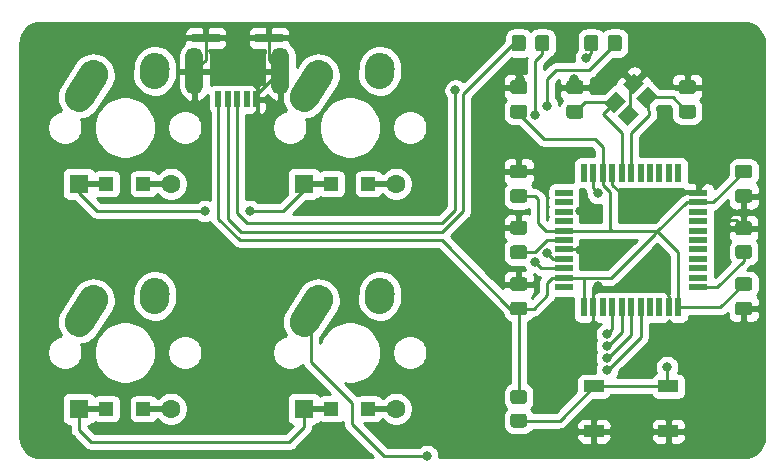
<source format=gbl>
%TF.GenerationSoftware,KiCad,Pcbnew,(5.1.10)-1*%
%TF.CreationDate,2021-08-17T23:44:39-04:00*%
%TF.ProjectId,Keyboard_Schematic,4b657962-6f61-4726-945f-536368656d61,rev?*%
%TF.SameCoordinates,Original*%
%TF.FileFunction,Copper,L2,Bot*%
%TF.FilePolarity,Positive*%
%FSLAX46Y46*%
G04 Gerber Fmt 4.6, Leading zero omitted, Abs format (unit mm)*
G04 Created by KiCad (PCBNEW (5.1.10)-1) date 2021-08-17 23:44:39*
%MOMM*%
%LPD*%
G01*
G04 APERTURE LIST*
%TA.AperFunction,SMDPad,CuDef*%
%ADD10R,1.500000X0.550000*%
%TD*%
%TA.AperFunction,SMDPad,CuDef*%
%ADD11R,0.550000X1.500000*%
%TD*%
%TA.AperFunction,SMDPad,CuDef*%
%ADD12C,0.100000*%
%TD*%
%TA.AperFunction,SMDPad,CuDef*%
%ADD13R,2.500000X0.500000*%
%TD*%
%TA.AperFunction,ComponentPad*%
%ADD14C,1.600000*%
%TD*%
%TA.AperFunction,ComponentPad*%
%ADD15R,1.600000X1.600000*%
%TD*%
%TA.AperFunction,SMDPad,CuDef*%
%ADD16R,1.200000X1.200000*%
%TD*%
%TA.AperFunction,SMDPad,CuDef*%
%ADD17R,2.350000X0.800000*%
%TD*%
%TA.AperFunction,SMDPad,CuDef*%
%ADD18R,0.500000X1.400000*%
%TD*%
%TA.AperFunction,ComponentPad*%
%ADD19O,1.500000X4.000000*%
%TD*%
%TA.AperFunction,SMDPad,CuDef*%
%ADD20R,1.700000X1.000000*%
%TD*%
%TA.AperFunction,ViaPad*%
%ADD21C,0.800000*%
%TD*%
%TA.AperFunction,Conductor*%
%ADD22C,0.250000*%
%TD*%
%TA.AperFunction,Conductor*%
%ADD23C,0.254000*%
%TD*%
%TA.AperFunction,Conductor*%
%ADD24C,0.100000*%
%TD*%
G04 APERTURE END LIST*
D10*
%TO.P,U1,1*%
%TO.N,Net-(U1-Pad1)*%
X89550000Y-77818750D03*
%TO.P,U1,2*%
%TO.N,VCC*%
X89550000Y-77018750D03*
%TO.P,U1,3*%
%TO.N,/D-*%
X89550000Y-76218750D03*
%TO.P,U1,4*%
%TO.N,/D+*%
X89550000Y-75418750D03*
%TO.P,U1,5*%
%TO.N,GND*%
X89550000Y-74618750D03*
%TO.P,U1,6*%
%TO.N,Net-(C8-Pad1)*%
X89550000Y-73818750D03*
%TO.P,U1,7*%
%TO.N,VCC*%
X89550000Y-73018750D03*
%TO.P,U1,8*%
%TO.N,Net-(U1-Pad8)*%
X89550000Y-72218750D03*
%TO.P,U1,9*%
%TO.N,Net-(U1-Pad9)*%
X89550000Y-71418750D03*
%TO.P,U1,10*%
%TO.N,Net-(U1-Pad10)*%
X89550000Y-70618750D03*
%TO.P,U1,11*%
%TO.N,Net-(U1-Pad11)*%
X89550000Y-69818750D03*
D11*
%TO.P,U1,12*%
%TO.N,Net-(U1-Pad12)*%
X91250000Y-68118750D03*
%TO.P,U1,13*%
%TO.N,Net-(R1-Pad2)*%
X92050000Y-68118750D03*
%TO.P,U1,14*%
%TO.N,VCC*%
X92850000Y-68118750D03*
%TO.P,U1,15*%
%TO.N,GND*%
X93650000Y-68118750D03*
%TO.P,U1,16*%
%TO.N,Net-(C1-Pad1)*%
X94450000Y-68118750D03*
%TO.P,U1,17*%
%TO.N,Net-(C2-Pad1)*%
X95250000Y-68118750D03*
%TO.P,U1,18*%
%TO.N,Net-(U1-Pad18)*%
X96050000Y-68118750D03*
%TO.P,U1,19*%
%TO.N,Net-(U1-Pad19)*%
X96850000Y-68118750D03*
%TO.P,U1,20*%
%TO.N,Net-(U1-Pad20)*%
X97650000Y-68118750D03*
%TO.P,U1,21*%
%TO.N,Net-(U1-Pad21)*%
X98450000Y-68118750D03*
%TO.P,U1,22*%
%TO.N,Net-(U1-Pad22)*%
X99250000Y-68118750D03*
D10*
%TO.P,U1,23*%
%TO.N,GND*%
X100950000Y-69818750D03*
%TO.P,U1,24*%
%TO.N,VCC*%
X100950000Y-70618750D03*
%TO.P,U1,25*%
%TO.N,Net-(U1-Pad25)*%
X100950000Y-71418750D03*
%TO.P,U1,26*%
%TO.N,Net-(U1-Pad26)*%
X100950000Y-72218750D03*
%TO.P,U1,27*%
%TO.N,Net-(U1-Pad27)*%
X100950000Y-73018750D03*
%TO.P,U1,28*%
%TO.N,Net-(U1-Pad28)*%
X100950000Y-73818750D03*
%TO.P,U1,29*%
%TO.N,Net-(U1-Pad29)*%
X100950000Y-74618750D03*
%TO.P,U1,30*%
%TO.N,Net-(U1-Pad30)*%
X100950000Y-75418750D03*
%TO.P,U1,31*%
%TO.N,Net-(U1-Pad31)*%
X100950000Y-76218750D03*
%TO.P,U1,32*%
%TO.N,Net-(U1-Pad32)*%
X100950000Y-77018750D03*
%TO.P,U1,33*%
%TO.N,Net-(R2-Pad1)*%
X100950000Y-77818750D03*
D11*
%TO.P,U1,34*%
%TO.N,VCC*%
X99250000Y-79518750D03*
%TO.P,U1,35*%
%TO.N,GND*%
X98450000Y-79518750D03*
%TO.P,U1,36*%
%TO.N,Net-(U1-Pad36)*%
X97650000Y-79518750D03*
%TO.P,U1,37*%
%TO.N,Net-(U1-Pad37)*%
X96850000Y-79518750D03*
%TO.P,U1,38*%
%TO.N,/col1*%
X96050000Y-79518750D03*
%TO.P,U1,39*%
%TO.N,/col0*%
X95250000Y-79518750D03*
%TO.P,U1,40*%
%TO.N,/row1*%
X94450000Y-79518750D03*
%TO.P,U1,41*%
%TO.N,/row0*%
X93650000Y-79518750D03*
%TO.P,U1,42*%
%TO.N,Net-(U1-Pad42)*%
X92850000Y-79518750D03*
%TO.P,U1,43*%
%TO.N,GND*%
X92050000Y-79518750D03*
%TO.P,U1,44*%
%TO.N,VCC*%
X91250000Y-79518750D03*
%TD*%
%TA.AperFunction,SMDPad,CuDef*%
D12*
%TO.P,X1,2*%
%TO.N,Net-(C2-Pad1)*%
G36*
X96522792Y-62619607D02*
G01*
X95674264Y-61771079D01*
X96664214Y-60781129D01*
X97512742Y-61629657D01*
X96522792Y-62619607D01*
G37*
%TD.AperFunction*%
%TA.AperFunction,SMDPad,CuDef*%
%TO.P,X1,3*%
%TO.N,GND*%
G36*
X94967157Y-64175242D02*
G01*
X94118629Y-63326714D01*
X95108579Y-62336764D01*
X95957107Y-63185292D01*
X94967157Y-64175242D01*
G37*
%TD.AperFunction*%
%TA.AperFunction,SMDPad,CuDef*%
G36*
X95391421Y-61488236D02*
G01*
X94542893Y-60639708D01*
X95532843Y-59649758D01*
X96381371Y-60498286D01*
X95391421Y-61488236D01*
G37*
%TD.AperFunction*%
%TA.AperFunction,SMDPad,CuDef*%
%TO.P,X1,1*%
%TO.N,Net-(C1-Pad1)*%
G36*
X93835786Y-63043871D02*
G01*
X92987258Y-62195343D01*
X93977208Y-61205393D01*
X94825736Y-62053921D01*
X93835786Y-63043871D01*
G37*
%TD.AperFunction*%
%TD*%
%TO.P,C1,1*%
%TO.N,Net-(C1-Pad1)*%
%TA.AperFunction,SMDPad,CuDef*%
G36*
G01*
X90962500Y-63537500D02*
X90012500Y-63537500D01*
G75*
G02*
X89762500Y-63287500I0J250000D01*
G01*
X89762500Y-62612500D01*
G75*
G02*
X90012500Y-62362500I250000J0D01*
G01*
X90962500Y-62362500D01*
G75*
G02*
X91212500Y-62612500I0J-250000D01*
G01*
X91212500Y-63287500D01*
G75*
G02*
X90962500Y-63537500I-250000J0D01*
G01*
G37*
%TD.AperFunction*%
%TO.P,C1,2*%
%TO.N,GND*%
%TA.AperFunction,SMDPad,CuDef*%
G36*
G01*
X90962500Y-61462500D02*
X90012500Y-61462500D01*
G75*
G02*
X89762500Y-61212500I0J250000D01*
G01*
X89762500Y-60537500D01*
G75*
G02*
X90012500Y-60287500I250000J0D01*
G01*
X90962500Y-60287500D01*
G75*
G02*
X91212500Y-60537500I0J-250000D01*
G01*
X91212500Y-61212500D01*
G75*
G02*
X90962500Y-61462500I-250000J0D01*
G01*
G37*
%TD.AperFunction*%
%TD*%
%TO.P,C2,1*%
%TO.N,Net-(C2-Pad1)*%
%TA.AperFunction,SMDPad,CuDef*%
G36*
G01*
X100487500Y-63537500D02*
X99537500Y-63537500D01*
G75*
G02*
X99287500Y-63287500I0J250000D01*
G01*
X99287500Y-62612500D01*
G75*
G02*
X99537500Y-62362500I250000J0D01*
G01*
X100487500Y-62362500D01*
G75*
G02*
X100737500Y-62612500I0J-250000D01*
G01*
X100737500Y-63287500D01*
G75*
G02*
X100487500Y-63537500I-250000J0D01*
G01*
G37*
%TD.AperFunction*%
%TO.P,C2,2*%
%TO.N,GND*%
%TA.AperFunction,SMDPad,CuDef*%
G36*
G01*
X100487500Y-61462500D02*
X99537500Y-61462500D01*
G75*
G02*
X99287500Y-61212500I0J250000D01*
G01*
X99287500Y-60537500D01*
G75*
G02*
X99537500Y-60287500I250000J0D01*
G01*
X100487500Y-60287500D01*
G75*
G02*
X100737500Y-60537500I0J-250000D01*
G01*
X100737500Y-61212500D01*
G75*
G02*
X100487500Y-61462500I-250000J0D01*
G01*
G37*
%TD.AperFunction*%
%TD*%
%TO.P,C3,2*%
%TO.N,GND*%
%TA.AperFunction,SMDPad,CuDef*%
G36*
G01*
X104300000Y-79031250D02*
X105250000Y-79031250D01*
G75*
G02*
X105500000Y-79281250I0J-250000D01*
G01*
X105500000Y-79956250D01*
G75*
G02*
X105250000Y-80206250I-250000J0D01*
G01*
X104300000Y-80206250D01*
G75*
G02*
X104050000Y-79956250I0J250000D01*
G01*
X104050000Y-79281250D01*
G75*
G02*
X104300000Y-79031250I250000J0D01*
G01*
G37*
%TD.AperFunction*%
%TO.P,C3,1*%
%TO.N,VCC*%
%TA.AperFunction,SMDPad,CuDef*%
G36*
G01*
X104300000Y-76956250D02*
X105250000Y-76956250D01*
G75*
G02*
X105500000Y-77206250I0J-250000D01*
G01*
X105500000Y-77881250D01*
G75*
G02*
X105250000Y-78131250I-250000J0D01*
G01*
X104300000Y-78131250D01*
G75*
G02*
X104050000Y-77881250I0J250000D01*
G01*
X104050000Y-77206250D01*
G75*
G02*
X104300000Y-76956250I250000J0D01*
G01*
G37*
%TD.AperFunction*%
%TD*%
%TO.P,C4,1*%
%TO.N,VCC*%
%TA.AperFunction,SMDPad,CuDef*%
G36*
G01*
X104300000Y-67431250D02*
X105250000Y-67431250D01*
G75*
G02*
X105500000Y-67681250I0J-250000D01*
G01*
X105500000Y-68356250D01*
G75*
G02*
X105250000Y-68606250I-250000J0D01*
G01*
X104300000Y-68606250D01*
G75*
G02*
X104050000Y-68356250I0J250000D01*
G01*
X104050000Y-67681250D01*
G75*
G02*
X104300000Y-67431250I250000J0D01*
G01*
G37*
%TD.AperFunction*%
%TO.P,C4,2*%
%TO.N,GND*%
%TA.AperFunction,SMDPad,CuDef*%
G36*
G01*
X104300000Y-69506250D02*
X105250000Y-69506250D01*
G75*
G02*
X105500000Y-69756250I0J-250000D01*
G01*
X105500000Y-70431250D01*
G75*
G02*
X105250000Y-70681250I-250000J0D01*
G01*
X104300000Y-70681250D01*
G75*
G02*
X104050000Y-70431250I0J250000D01*
G01*
X104050000Y-69756250D01*
G75*
G02*
X104300000Y-69506250I250000J0D01*
G01*
G37*
%TD.AperFunction*%
%TD*%
%TO.P,C5,2*%
%TO.N,GND*%
%TA.AperFunction,SMDPad,CuDef*%
G36*
G01*
X86200000Y-68606250D02*
X85250000Y-68606250D01*
G75*
G02*
X85000000Y-68356250I0J250000D01*
G01*
X85000000Y-67681250D01*
G75*
G02*
X85250000Y-67431250I250000J0D01*
G01*
X86200000Y-67431250D01*
G75*
G02*
X86450000Y-67681250I0J-250000D01*
G01*
X86450000Y-68356250D01*
G75*
G02*
X86200000Y-68606250I-250000J0D01*
G01*
G37*
%TD.AperFunction*%
%TO.P,C5,1*%
%TO.N,VCC*%
%TA.AperFunction,SMDPad,CuDef*%
G36*
G01*
X86200000Y-70681250D02*
X85250000Y-70681250D01*
G75*
G02*
X85000000Y-70431250I0J250000D01*
G01*
X85000000Y-69756250D01*
G75*
G02*
X85250000Y-69506250I250000J0D01*
G01*
X86200000Y-69506250D01*
G75*
G02*
X86450000Y-69756250I0J-250000D01*
G01*
X86450000Y-70431250D01*
G75*
G02*
X86200000Y-70681250I-250000J0D01*
G01*
G37*
%TD.AperFunction*%
%TD*%
%TO.P,C6,1*%
%TO.N,VCC*%
%TA.AperFunction,SMDPad,CuDef*%
G36*
G01*
X86200000Y-63537500D02*
X85250000Y-63537500D01*
G75*
G02*
X85000000Y-63287500I0J250000D01*
G01*
X85000000Y-62612500D01*
G75*
G02*
X85250000Y-62362500I250000J0D01*
G01*
X86200000Y-62362500D01*
G75*
G02*
X86450000Y-62612500I0J-250000D01*
G01*
X86450000Y-63287500D01*
G75*
G02*
X86200000Y-63537500I-250000J0D01*
G01*
G37*
%TD.AperFunction*%
%TO.P,C6,2*%
%TO.N,GND*%
%TA.AperFunction,SMDPad,CuDef*%
G36*
G01*
X86200000Y-61462500D02*
X85250000Y-61462500D01*
G75*
G02*
X85000000Y-61212500I0J250000D01*
G01*
X85000000Y-60537500D01*
G75*
G02*
X85250000Y-60287500I250000J0D01*
G01*
X86200000Y-60287500D01*
G75*
G02*
X86450000Y-60537500I0J-250000D01*
G01*
X86450000Y-61212500D01*
G75*
G02*
X86200000Y-61462500I-250000J0D01*
G01*
G37*
%TD.AperFunction*%
%TD*%
%TO.P,C7,2*%
%TO.N,GND*%
%TA.AperFunction,SMDPad,CuDef*%
G36*
G01*
X86200000Y-78131250D02*
X85250000Y-78131250D01*
G75*
G02*
X85000000Y-77881250I0J250000D01*
G01*
X85000000Y-77206250D01*
G75*
G02*
X85250000Y-76956250I250000J0D01*
G01*
X86200000Y-76956250D01*
G75*
G02*
X86450000Y-77206250I0J-250000D01*
G01*
X86450000Y-77881250D01*
G75*
G02*
X86200000Y-78131250I-250000J0D01*
G01*
G37*
%TD.AperFunction*%
%TO.P,C7,1*%
%TO.N,VCC*%
%TA.AperFunction,SMDPad,CuDef*%
G36*
G01*
X86200000Y-80206250D02*
X85250000Y-80206250D01*
G75*
G02*
X85000000Y-79956250I0J250000D01*
G01*
X85000000Y-79281250D01*
G75*
G02*
X85250000Y-79031250I250000J0D01*
G01*
X86200000Y-79031250D01*
G75*
G02*
X86450000Y-79281250I0J-250000D01*
G01*
X86450000Y-79956250D01*
G75*
G02*
X86200000Y-80206250I-250000J0D01*
G01*
G37*
%TD.AperFunction*%
%TD*%
%TO.P,C8,2*%
%TO.N,GND*%
%TA.AperFunction,SMDPad,CuDef*%
G36*
G01*
X86200000Y-73368750D02*
X85250000Y-73368750D01*
G75*
G02*
X85000000Y-73118750I0J250000D01*
G01*
X85000000Y-72443750D01*
G75*
G02*
X85250000Y-72193750I250000J0D01*
G01*
X86200000Y-72193750D01*
G75*
G02*
X86450000Y-72443750I0J-250000D01*
G01*
X86450000Y-73118750D01*
G75*
G02*
X86200000Y-73368750I-250000J0D01*
G01*
G37*
%TD.AperFunction*%
%TO.P,C8,1*%
%TO.N,Net-(C8-Pad1)*%
%TA.AperFunction,SMDPad,CuDef*%
G36*
G01*
X86200000Y-75443750D02*
X85250000Y-75443750D01*
G75*
G02*
X85000000Y-75193750I0J250000D01*
G01*
X85000000Y-74518750D01*
G75*
G02*
X85250000Y-74268750I250000J0D01*
G01*
X86200000Y-74268750D01*
G75*
G02*
X86450000Y-74518750I0J-250000D01*
G01*
X86450000Y-75193750D01*
G75*
G02*
X86200000Y-75443750I-250000J0D01*
G01*
G37*
%TD.AperFunction*%
%TD*%
D13*
%TO.P,D1,2*%
%TO.N,Net-(D1-Pad2)*%
X55087500Y-69056250D03*
%TO.P,D1,1*%
%TO.N,/row0*%
X49687500Y-69056250D03*
D14*
%TO.P,D1,2*%
%TO.N,Net-(D1-Pad2)*%
X56287500Y-69056250D03*
D15*
%TO.P,D1,1*%
%TO.N,/row0*%
X48487500Y-69056250D03*
D16*
X50812500Y-69056250D03*
%TO.P,D1,2*%
%TO.N,Net-(D1-Pad2)*%
X53962500Y-69056250D03*
%TD*%
D13*
%TO.P,D2,2*%
%TO.N,Net-(D2-Pad2)*%
X55087500Y-88106250D03*
%TO.P,D2,1*%
%TO.N,/row1*%
X49687500Y-88106250D03*
D14*
%TO.P,D2,2*%
%TO.N,Net-(D2-Pad2)*%
X56287500Y-88106250D03*
D15*
%TO.P,D2,1*%
%TO.N,/row1*%
X48487500Y-88106250D03*
D16*
X50812500Y-88106250D03*
%TO.P,D2,2*%
%TO.N,Net-(D2-Pad2)*%
X53962500Y-88106250D03*
%TD*%
%TO.P,D3,2*%
%TO.N,Net-(D3-Pad2)*%
X73012500Y-69056250D03*
%TO.P,D3,1*%
%TO.N,/row0*%
X69862500Y-69056250D03*
D15*
X67537500Y-69056250D03*
D14*
%TO.P,D3,2*%
%TO.N,Net-(D3-Pad2)*%
X75337500Y-69056250D03*
D13*
%TO.P,D3,1*%
%TO.N,/row0*%
X68737500Y-69056250D03*
%TO.P,D3,2*%
%TO.N,Net-(D3-Pad2)*%
X74137500Y-69056250D03*
%TD*%
D16*
%TO.P,D4,2*%
%TO.N,Net-(D4-Pad2)*%
X73012500Y-88106250D03*
%TO.P,D4,1*%
%TO.N,/row1*%
X69862500Y-88106250D03*
D15*
X67537500Y-88106250D03*
D14*
%TO.P,D4,2*%
%TO.N,Net-(D4-Pad2)*%
X75337500Y-88106250D03*
D13*
%TO.P,D4,1*%
%TO.N,/row1*%
X68737500Y-88106250D03*
%TO.P,D4,2*%
%TO.N,Net-(D4-Pad2)*%
X74137500Y-88106250D03*
%TD*%
D17*
%TO.P,J1,6*%
%TO.N,GND*%
X64587500Y-56712500D03*
X59237500Y-56712500D03*
D18*
%TO.P,J1,1*%
%TO.N,VCC*%
X60312500Y-61912500D03*
%TO.P,J1,2*%
%TO.N,Net-(J1-Pad2)*%
X61112500Y-61912500D03*
%TO.P,J1,3*%
%TO.N,Net-(J1-Pad3)*%
X61912500Y-61912500D03*
%TO.P,J1,4*%
%TO.N,Net-(J1-Pad4)*%
X62712500Y-61912500D03*
%TO.P,J1,5*%
%TO.N,GND*%
X63512500Y-61912500D03*
D19*
%TO.P,J1,6*%
X58262500Y-59512500D03*
X65562500Y-59512500D03*
%TD*%
%TO.P,K1,1*%
%TO.N,/col0*%
%TA.AperFunction,ComponentPad*%
G36*
G01*
X47473799Y-61050940D02*
X48682723Y-59153310D01*
G75*
G02*
X50408587Y-58770696I1054239J-671625D01*
G01*
X50408587Y-58770696D01*
G75*
G02*
X50791201Y-60496560I-671625J-1054239D01*
G01*
X49582277Y-62394190D01*
G75*
G02*
X47856413Y-62776804I-1054239J671625D01*
G01*
X47856413Y-62776804D01*
G75*
G02*
X47473799Y-61050940I671625J1054239D01*
G01*
G37*
%TD.AperFunction*%
%TO.P,K1,2*%
%TO.N,Net-(D1-Pad2)*%
%TA.AperFunction,ComponentPad*%
G36*
G01*
X53640671Y-59708059D02*
X53680119Y-59129403D01*
G75*
G02*
X55012243Y-57967317I1247105J-85019D01*
G01*
X55012243Y-57967317D01*
G75*
G02*
X56174329Y-59299441I-85019J-1247105D01*
G01*
X56134881Y-59878097D01*
G75*
G02*
X54802757Y-61040183I-1247105J85019D01*
G01*
X54802757Y-61040183D01*
G75*
G02*
X53640671Y-59708059I85019J1247105D01*
G01*
G37*
%TD.AperFunction*%
%TD*%
%TO.P,K2,2*%
%TO.N,Net-(D2-Pad2)*%
%TA.AperFunction,ComponentPad*%
G36*
G01*
X53640671Y-78758059D02*
X53680119Y-78179403D01*
G75*
G02*
X55012243Y-77017317I1247105J-85019D01*
G01*
X55012243Y-77017317D01*
G75*
G02*
X56174329Y-78349441I-85019J-1247105D01*
G01*
X56134881Y-78928097D01*
G75*
G02*
X54802757Y-80090183I-1247105J85019D01*
G01*
X54802757Y-80090183D01*
G75*
G02*
X53640671Y-78758059I85019J1247105D01*
G01*
G37*
%TD.AperFunction*%
%TO.P,K2,1*%
%TO.N,/col0*%
%TA.AperFunction,ComponentPad*%
G36*
G01*
X47473799Y-80100940D02*
X48682723Y-78203310D01*
G75*
G02*
X50408587Y-77820696I1054239J-671625D01*
G01*
X50408587Y-77820696D01*
G75*
G02*
X50791201Y-79546560I-671625J-1054239D01*
G01*
X49582277Y-81444190D01*
G75*
G02*
X47856413Y-81826804I-1054239J671625D01*
G01*
X47856413Y-81826804D01*
G75*
G02*
X47473799Y-80100940I671625J1054239D01*
G01*
G37*
%TD.AperFunction*%
%TD*%
%TO.P,K3,2*%
%TO.N,Net-(D3-Pad2)*%
%TA.AperFunction,ComponentPad*%
G36*
G01*
X72690671Y-59708059D02*
X72730119Y-59129403D01*
G75*
G02*
X74062243Y-57967317I1247105J-85019D01*
G01*
X74062243Y-57967317D01*
G75*
G02*
X75224329Y-59299441I-85019J-1247105D01*
G01*
X75184881Y-59878097D01*
G75*
G02*
X73852757Y-61040183I-1247105J85019D01*
G01*
X73852757Y-61040183D01*
G75*
G02*
X72690671Y-59708059I85019J1247105D01*
G01*
G37*
%TD.AperFunction*%
%TO.P,K3,1*%
%TO.N,/col1*%
%TA.AperFunction,ComponentPad*%
G36*
G01*
X66523799Y-61050940D02*
X67732723Y-59153310D01*
G75*
G02*
X69458587Y-58770696I1054239J-671625D01*
G01*
X69458587Y-58770696D01*
G75*
G02*
X69841201Y-60496560I-671625J-1054239D01*
G01*
X68632277Y-62394190D01*
G75*
G02*
X66906413Y-62776804I-1054239J671625D01*
G01*
X66906413Y-62776804D01*
G75*
G02*
X66523799Y-61050940I671625J1054239D01*
G01*
G37*
%TD.AperFunction*%
%TD*%
%TO.P,K4,1*%
%TO.N,/col1*%
%TA.AperFunction,ComponentPad*%
G36*
G01*
X66523799Y-80100940D02*
X67732723Y-78203310D01*
G75*
G02*
X69458587Y-77820696I1054239J-671625D01*
G01*
X69458587Y-77820696D01*
G75*
G02*
X69841201Y-79546560I-671625J-1054239D01*
G01*
X68632277Y-81444190D01*
G75*
G02*
X66906413Y-81826804I-1054239J671625D01*
G01*
X66906413Y-81826804D01*
G75*
G02*
X66523799Y-80100940I671625J1054239D01*
G01*
G37*
%TD.AperFunction*%
%TO.P,K4,2*%
%TO.N,Net-(D4-Pad2)*%
%TA.AperFunction,ComponentPad*%
G36*
G01*
X72690671Y-78758059D02*
X72730119Y-78179403D01*
G75*
G02*
X74062243Y-77017317I1247105J-85019D01*
G01*
X74062243Y-77017317D01*
G75*
G02*
X75224329Y-78349441I-85019J-1247105D01*
G01*
X75184881Y-78928097D01*
G75*
G02*
X73852757Y-80090183I-1247105J85019D01*
G01*
X73852757Y-80090183D01*
G75*
G02*
X72690671Y-78758059I85019J1247105D01*
G01*
G37*
%TD.AperFunction*%
%TD*%
%TO.P,R1,1*%
%TO.N,VCC*%
%TA.AperFunction,SMDPad,CuDef*%
G36*
G01*
X85274999Y-86506250D02*
X86175001Y-86506250D01*
G75*
G02*
X86425000Y-86756249I0J-249999D01*
G01*
X86425000Y-87456251D01*
G75*
G02*
X86175001Y-87706250I-249999J0D01*
G01*
X85274999Y-87706250D01*
G75*
G02*
X85025000Y-87456251I0J249999D01*
G01*
X85025000Y-86756249D01*
G75*
G02*
X85274999Y-86506250I249999J0D01*
G01*
G37*
%TD.AperFunction*%
%TO.P,R1,2*%
%TO.N,Net-(R1-Pad2)*%
%TA.AperFunction,SMDPad,CuDef*%
G36*
G01*
X85274999Y-88506250D02*
X86175001Y-88506250D01*
G75*
G02*
X86425000Y-88756249I0J-249999D01*
G01*
X86425000Y-89456251D01*
G75*
G02*
X86175001Y-89706250I-249999J0D01*
G01*
X85274999Y-89706250D01*
G75*
G02*
X85025000Y-89456251I0J249999D01*
G01*
X85025000Y-88756249D01*
G75*
G02*
X85274999Y-88506250I249999J0D01*
G01*
G37*
%TD.AperFunction*%
%TD*%
%TO.P,R2,2*%
%TO.N,GND*%
%TA.AperFunction,SMDPad,CuDef*%
G36*
G01*
X105225001Y-73418750D02*
X104324999Y-73418750D01*
G75*
G02*
X104075000Y-73168751I0J249999D01*
G01*
X104075000Y-72468749D01*
G75*
G02*
X104324999Y-72218750I249999J0D01*
G01*
X105225001Y-72218750D01*
G75*
G02*
X105475000Y-72468749I0J-249999D01*
G01*
X105475000Y-73168751D01*
G75*
G02*
X105225001Y-73418750I-249999J0D01*
G01*
G37*
%TD.AperFunction*%
%TO.P,R2,1*%
%TO.N,Net-(R2-Pad1)*%
%TA.AperFunction,SMDPad,CuDef*%
G36*
G01*
X105225001Y-75418750D02*
X104324999Y-75418750D01*
G75*
G02*
X104075000Y-75168751I0J249999D01*
G01*
X104075000Y-74468749D01*
G75*
G02*
X104324999Y-74218750I249999J0D01*
G01*
X105225001Y-74218750D01*
G75*
G02*
X105475000Y-74468749I0J-249999D01*
G01*
X105475000Y-75168751D01*
G75*
G02*
X105225001Y-75418750I-249999J0D01*
G01*
G37*
%TD.AperFunction*%
%TD*%
%TO.P,R3,2*%
%TO.N,Net-(J1-Pad2)*%
%TA.AperFunction,SMDPad,CuDef*%
G36*
G01*
X86325000Y-56699999D02*
X86325000Y-57600001D01*
G75*
G02*
X86075001Y-57850000I-249999J0D01*
G01*
X85374999Y-57850000D01*
G75*
G02*
X85125000Y-57600001I0J249999D01*
G01*
X85125000Y-56699999D01*
G75*
G02*
X85374999Y-56450000I249999J0D01*
G01*
X86075001Y-56450000D01*
G75*
G02*
X86325000Y-56699999I0J-249999D01*
G01*
G37*
%TD.AperFunction*%
%TO.P,R3,1*%
%TO.N,/D-*%
%TA.AperFunction,SMDPad,CuDef*%
G36*
G01*
X88325000Y-56699999D02*
X88325000Y-57600001D01*
G75*
G02*
X88075001Y-57850000I-249999J0D01*
G01*
X87374999Y-57850000D01*
G75*
G02*
X87125000Y-57600001I0J249999D01*
G01*
X87125000Y-56699999D01*
G75*
G02*
X87374999Y-56450000I249999J0D01*
G01*
X88075001Y-56450000D01*
G75*
G02*
X88325000Y-56699999I0J-249999D01*
G01*
G37*
%TD.AperFunction*%
%TD*%
%TO.P,R4,1*%
%TO.N,/D+*%
%TA.AperFunction,SMDPad,CuDef*%
G36*
G01*
X94468750Y-56699999D02*
X94468750Y-57600001D01*
G75*
G02*
X94218751Y-57850000I-249999J0D01*
G01*
X93518749Y-57850000D01*
G75*
G02*
X93268750Y-57600001I0J249999D01*
G01*
X93268750Y-56699999D01*
G75*
G02*
X93518749Y-56450000I249999J0D01*
G01*
X94218751Y-56450000D01*
G75*
G02*
X94468750Y-56699999I0J-249999D01*
G01*
G37*
%TD.AperFunction*%
%TO.P,R4,2*%
%TO.N,Net-(J1-Pad3)*%
%TA.AperFunction,SMDPad,CuDef*%
G36*
G01*
X92468750Y-56699999D02*
X92468750Y-57600001D01*
G75*
G02*
X92218751Y-57850000I-249999J0D01*
G01*
X91518749Y-57850000D01*
G75*
G02*
X91268750Y-57600001I0J249999D01*
G01*
X91268750Y-56699999D01*
G75*
G02*
X91518749Y-56450000I249999J0D01*
G01*
X92218751Y-56450000D01*
G75*
G02*
X92468750Y-56699999I0J-249999D01*
G01*
G37*
%TD.AperFunction*%
%TD*%
D20*
%TO.P,SW1,1*%
%TO.N,GND*%
X92100000Y-90006250D03*
X98400000Y-90006250D03*
%TO.P,SW1,2*%
%TO.N,Net-(R1-Pad2)*%
X92100000Y-86206250D03*
X98400000Y-86206250D03*
%TD*%
D21*
%TO.N,GND*%
X85852000Y-60161000D03*
X90424000Y-60198000D03*
X102362000Y-68072000D03*
X103378000Y-72136000D03*
X90932000Y-71374000D03*
X90932000Y-74676000D03*
X92456000Y-77743750D03*
%TO.N,/row0*%
X62992000Y-71374000D03*
X59182000Y-71374000D03*
X93218000Y-81788000D03*
%TO.N,/row1*%
X93218000Y-82804000D03*
%TO.N,Net-(J1-Pad3)*%
X91440000Y-58420000D03*
X80377540Y-61143770D03*
%TO.N,/col0*%
X93218000Y-83804003D03*
%TO.N,/col1*%
X93218000Y-84804006D03*
X77978000Y-92107010D03*
%TO.N,Net-(R1-Pad2)*%
X92456000Y-69850000D03*
X98298000Y-84582000D03*
%TO.N,/D-*%
X87122000Y-63246000D03*
X87122000Y-75692000D03*
%TO.N,/D+*%
X88138000Y-62484000D03*
X88138000Y-74930000D03*
%TD*%
D22*
%TO.N,Net-(C1-Pad1)*%
X91312868Y-62124632D02*
X90487500Y-62950000D01*
X93906497Y-62124632D02*
X91312868Y-62124632D01*
X93906497Y-62124632D02*
X92868750Y-63162379D01*
X94450000Y-64743629D02*
X94450000Y-68118750D01*
X92868750Y-63162379D02*
X94450000Y-64743629D01*
%TO.N,GND*%
X95150746Y-60880383D02*
X95462132Y-60568997D01*
X95150746Y-63143125D02*
X95150746Y-60880383D01*
X95037868Y-63256003D02*
X95150746Y-63143125D01*
X63512500Y-61562500D02*
X65562500Y-59512500D01*
X63512500Y-61912500D02*
X63512500Y-61562500D01*
X64587500Y-58537500D02*
X65562500Y-59512500D01*
X64587500Y-56712500D02*
X64587500Y-58537500D01*
X59237500Y-58537500D02*
X58262500Y-59512500D01*
X59237500Y-56712500D02*
X59237500Y-58537500D01*
X85725000Y-60288000D02*
X85852000Y-60161000D01*
X85725000Y-60875000D02*
X85725000Y-60288000D01*
X90424000Y-60811500D02*
X90487500Y-60875000D01*
X90424000Y-60198000D02*
X90424000Y-60811500D01*
X90874750Y-74618750D02*
X90932000Y-74676000D01*
X89550000Y-74618750D02*
X90874750Y-74618750D01*
X94350000Y-69818750D02*
X100950000Y-69818750D01*
X93650000Y-69118750D02*
X94350000Y-69818750D01*
X93650000Y-68118750D02*
X93650000Y-69118750D01*
X100950000Y-69818750D02*
X100950000Y-69484000D01*
X100950000Y-69484000D02*
X102362000Y-68072000D01*
X104092250Y-72136000D02*
X104775000Y-72818750D01*
X103378000Y-72136000D02*
X104092250Y-72136000D01*
X92050000Y-78130000D02*
X92050000Y-79518750D01*
X98450000Y-78518750D02*
X97655250Y-77724000D01*
X98450000Y-79518750D02*
X98450000Y-78518750D01*
X92050000Y-79518750D02*
X92050000Y-81178000D01*
X92050000Y-81178000D02*
X91694000Y-81534000D01*
X90932000Y-71374000D02*
X90932000Y-70358000D01*
X92348750Y-77851000D02*
X92456000Y-77743750D01*
X92329000Y-77851000D02*
X92348750Y-77851000D01*
X92456000Y-77724000D02*
X92329000Y-77851000D01*
X92329000Y-77851000D02*
X92050000Y-78130000D01*
%TO.N,Net-(C2-Pad1)*%
X98762868Y-61700368D02*
X100012500Y-62950000D01*
X96593503Y-61700368D02*
X98762868Y-61700368D01*
X95250000Y-64770000D02*
X95250000Y-68118750D01*
X96774000Y-63246000D02*
X95250000Y-64770000D01*
X96593503Y-61700368D02*
X96774000Y-63246000D01*
%TO.N,VCC*%
X92850000Y-68118750D02*
X92850000Y-67118750D01*
X85725000Y-87106250D02*
X85725000Y-79618750D01*
X102800000Y-79518750D02*
X99250000Y-79518750D01*
X104775000Y-77543750D02*
X102800000Y-79518750D01*
X102175000Y-70618750D02*
X100950000Y-70618750D01*
X104775000Y-68018750D02*
X102175000Y-70618750D01*
X100950000Y-70618750D02*
X99950000Y-70618750D01*
X97190625Y-73378125D02*
X93550000Y-77018750D01*
X60312500Y-62693750D02*
X60312500Y-61912500D01*
X85000000Y-79618750D02*
X79200000Y-73818750D01*
X85725000Y-79618750D02*
X85000000Y-79618750D01*
X79200000Y-73818750D02*
X62134750Y-73818750D01*
X60312500Y-71996500D02*
X60312500Y-61912500D01*
X62134750Y-73818750D02*
X60312500Y-71996500D01*
X97402750Y-73018750D02*
X97476375Y-73092375D01*
X97476375Y-73092375D02*
X97190625Y-73378125D01*
X99950000Y-70618750D02*
X97476375Y-73092375D01*
X85725000Y-62950000D02*
X85725000Y-63119000D01*
X85725000Y-63119000D02*
X87884000Y-65278000D01*
X87884000Y-65278000D02*
X92202000Y-65278000D01*
X92850000Y-65926000D02*
X92850000Y-68118750D01*
X92202000Y-65278000D02*
X92850000Y-65926000D01*
X87111750Y-70093750D02*
X85725000Y-70093750D01*
X87376000Y-70358000D02*
X87111750Y-70093750D01*
X87376000Y-72390000D02*
X87376000Y-70358000D01*
X88004750Y-73018750D02*
X87376000Y-72390000D01*
X89550000Y-73018750D02*
X88004750Y-73018750D01*
X85725000Y-79618750D02*
X85725000Y-79375000D01*
X85725000Y-79618750D02*
X87005250Y-79618750D01*
X87005250Y-79618750D02*
X88138000Y-78486000D01*
X88550000Y-77018750D02*
X89550000Y-77018750D01*
X88138000Y-77430750D02*
X88550000Y-77018750D01*
X88138000Y-78486000D02*
X88138000Y-77430750D01*
X92850000Y-69118750D02*
X93472000Y-69740750D01*
X92850000Y-68118750D02*
X92850000Y-69118750D01*
X93472000Y-72885500D02*
X93605250Y-73018750D01*
X93472000Y-69740750D02*
X93472000Y-72885500D01*
X93605250Y-73018750D02*
X97402750Y-73018750D01*
X89550000Y-73018750D02*
X93605250Y-73018750D01*
X91250000Y-77026000D02*
X91242750Y-77018750D01*
X91250000Y-79518750D02*
X91250000Y-77026000D01*
X91242750Y-77018750D02*
X89550000Y-77018750D01*
X93550000Y-77018750D02*
X91242750Y-77018750D01*
X99250000Y-74866000D02*
X97476375Y-73092375D01*
X99250000Y-79518750D02*
X99250000Y-74866000D01*
%TO.N,Net-(C8-Pad1)*%
X85725000Y-74856250D02*
X87068750Y-74856250D01*
X88106250Y-73818750D02*
X89550000Y-73818750D01*
X87068750Y-74856250D02*
X88106250Y-73818750D01*
%TO.N,Net-(D1-Pad2)*%
X56356250Y-69056250D02*
X56388000Y-69088000D01*
X56287500Y-69056250D02*
X56356250Y-69056250D01*
%TO.N,/row0*%
X67537500Y-69056250D02*
X67537500Y-69622500D01*
X65786000Y-71374000D02*
X62992000Y-71374000D01*
X67537500Y-69622500D02*
X65786000Y-71374000D01*
X59182000Y-71374000D02*
X50038000Y-71374000D01*
X48487500Y-69823500D02*
X48487500Y-69056250D01*
X50038000Y-71374000D02*
X48487500Y-69823500D01*
X68737500Y-69056250D02*
X67537500Y-69056250D01*
X93650000Y-81356000D02*
X93218000Y-81788000D01*
X93650000Y-79518750D02*
X93650000Y-81356000D01*
%TO.N,/row1*%
X67537500Y-88106250D02*
X67537500Y-89688500D01*
X67537500Y-89688500D02*
X66294000Y-90932000D01*
X66294000Y-90932000D02*
X49530000Y-90932000D01*
X48487500Y-89889500D02*
X48487500Y-88106250D01*
X49530000Y-90932000D02*
X48487500Y-89889500D01*
X93275002Y-82804000D02*
X93218000Y-82804000D01*
X94450000Y-81629002D02*
X93275002Y-82804000D01*
X94450000Y-79518750D02*
X94450000Y-81629002D01*
%TO.N,Net-(D3-Pad2)*%
X74137500Y-69056250D02*
X75337500Y-69056250D01*
%TO.N,Net-(J1-Pad2)*%
X61112500Y-72034500D02*
X61112500Y-61912500D01*
X62230000Y-73152000D02*
X61112500Y-72034500D01*
X79248000Y-73152000D02*
X62230000Y-73152000D01*
X81026000Y-71374000D02*
X79248000Y-73152000D01*
X81026000Y-61468000D02*
X81026000Y-71374000D01*
X85344000Y-57150000D02*
X81026000Y-61468000D01*
X85725000Y-57150000D02*
X85344000Y-57150000D01*
%TO.N,Net-(J1-Pad3)*%
X91868750Y-57150000D02*
X91868750Y-57737250D01*
X91868750Y-57991250D02*
X91440000Y-58420000D01*
X91868750Y-57150000D02*
X91868750Y-57991250D01*
X79248000Y-72390000D02*
X62738000Y-72390000D01*
X61912500Y-71564500D02*
X61912500Y-61912500D01*
X62738000Y-72390000D02*
X61912500Y-71564500D01*
X80377540Y-71260460D02*
X79248000Y-72390000D01*
X80377540Y-61143770D02*
X80377540Y-71260460D01*
%TO.N,/col0*%
X93290999Y-83804003D02*
X93218000Y-83804003D01*
X95250000Y-81845002D02*
X93290999Y-83804003D01*
X95250000Y-79518750D02*
X95250000Y-81845002D01*
%TO.N,/col1*%
X93290999Y-84804006D02*
X93218000Y-84804006D01*
X96050000Y-82045005D02*
X93290999Y-84804006D01*
X96050000Y-79518750D02*
X96050000Y-82045005D01*
X77978000Y-92107010D02*
X74327010Y-92107010D01*
X74327010Y-92107010D02*
X71628000Y-89408000D01*
X71628000Y-89408000D02*
X71628000Y-87630000D01*
X68182500Y-84184500D02*
X68182500Y-79823750D01*
X71628000Y-87630000D02*
X68182500Y-84184500D01*
%TO.N,Net-(R1-Pad2)*%
X92050000Y-69444000D02*
X92456000Y-69850000D01*
X92050000Y-68118750D02*
X92050000Y-69444000D01*
X98298000Y-86104250D02*
X98400000Y-86206250D01*
X98298000Y-84582000D02*
X98298000Y-86104250D01*
X92100000Y-86206250D02*
X92100000Y-86208000D01*
X89201750Y-89106250D02*
X85725000Y-89106250D01*
X92100000Y-86208000D02*
X89201750Y-89106250D01*
X98400000Y-86206250D02*
X92100000Y-86206250D01*
%TO.N,Net-(R2-Pad1)*%
X104775000Y-74818750D02*
X104775000Y-75565000D01*
X102521250Y-77818750D02*
X100950000Y-77818750D01*
X104775000Y-75565000D02*
X102521250Y-77818750D01*
%TO.N,/D-*%
X87725000Y-57150000D02*
X87725000Y-58071000D01*
X87725000Y-58071000D02*
X87122000Y-58674000D01*
X87122000Y-58674000D02*
X87122000Y-63246000D01*
X87648750Y-76218750D02*
X89550000Y-76218750D01*
X87122000Y-75692000D02*
X87648750Y-76218750D01*
%TO.N,/D+*%
X93868750Y-57150000D02*
X93868750Y-57261250D01*
X93868750Y-57261250D02*
X91694000Y-59436000D01*
X91694000Y-59436000D02*
X88900000Y-59436000D01*
X88138000Y-60198000D02*
X88138000Y-62484000D01*
X88900000Y-59436000D02*
X88138000Y-60198000D01*
X88626750Y-75418750D02*
X89550000Y-75418750D01*
X88138000Y-74930000D02*
X88626750Y-75418750D01*
%TD*%
D23*
%TO.N,GND*%
X105108710Y-55464636D02*
X105429710Y-55561551D01*
X105725775Y-55718971D01*
X105985623Y-55930899D01*
X106199358Y-56189260D01*
X106358838Y-56484214D01*
X106457994Y-56804532D01*
X106496250Y-57168512D01*
X106496251Y-90455211D01*
X106460364Y-90821210D01*
X106363448Y-91142212D01*
X106206029Y-91438275D01*
X105994101Y-91698123D01*
X105735742Y-91911856D01*
X105440786Y-92071338D01*
X105120469Y-92170493D01*
X104756479Y-92208750D01*
X79013000Y-92208750D01*
X79013000Y-92005071D01*
X78973226Y-91805112D01*
X78895205Y-91616754D01*
X78781937Y-91447236D01*
X78637774Y-91303073D01*
X78468256Y-91189805D01*
X78279898Y-91111784D01*
X78079939Y-91072010D01*
X77876061Y-91072010D01*
X77676102Y-91111784D01*
X77487744Y-91189805D01*
X77318226Y-91303073D01*
X77274289Y-91347010D01*
X74641812Y-91347010D01*
X73801052Y-90506250D01*
X90611928Y-90506250D01*
X90624188Y-90630732D01*
X90660498Y-90750430D01*
X90719463Y-90860744D01*
X90798815Y-90957435D01*
X90895506Y-91036787D01*
X91005820Y-91095752D01*
X91125518Y-91132062D01*
X91250000Y-91144322D01*
X91814250Y-91141250D01*
X91973000Y-90982500D01*
X91973000Y-90133250D01*
X92227000Y-90133250D01*
X92227000Y-90982500D01*
X92385750Y-91141250D01*
X92950000Y-91144322D01*
X93074482Y-91132062D01*
X93194180Y-91095752D01*
X93304494Y-91036787D01*
X93401185Y-90957435D01*
X93480537Y-90860744D01*
X93539502Y-90750430D01*
X93575812Y-90630732D01*
X93588072Y-90506250D01*
X96911928Y-90506250D01*
X96924188Y-90630732D01*
X96960498Y-90750430D01*
X97019463Y-90860744D01*
X97098815Y-90957435D01*
X97195506Y-91036787D01*
X97305820Y-91095752D01*
X97425518Y-91132062D01*
X97550000Y-91144322D01*
X98114250Y-91141250D01*
X98273000Y-90982500D01*
X98273000Y-90133250D01*
X98527000Y-90133250D01*
X98527000Y-90982500D01*
X98685750Y-91141250D01*
X99250000Y-91144322D01*
X99374482Y-91132062D01*
X99494180Y-91095752D01*
X99604494Y-91036787D01*
X99701185Y-90957435D01*
X99780537Y-90860744D01*
X99839502Y-90750430D01*
X99875812Y-90630732D01*
X99888072Y-90506250D01*
X99885000Y-90292000D01*
X99726250Y-90133250D01*
X98527000Y-90133250D01*
X98273000Y-90133250D01*
X97073750Y-90133250D01*
X96915000Y-90292000D01*
X96911928Y-90506250D01*
X93588072Y-90506250D01*
X93585000Y-90292000D01*
X93426250Y-90133250D01*
X92227000Y-90133250D01*
X91973000Y-90133250D01*
X90773750Y-90133250D01*
X90615000Y-90292000D01*
X90611928Y-90506250D01*
X73801052Y-90506250D01*
X72639123Y-89344322D01*
X73612500Y-89344322D01*
X73736982Y-89332062D01*
X73856680Y-89295752D01*
X73966994Y-89236787D01*
X74063685Y-89157435D01*
X74143037Y-89060744D01*
X74178541Y-88994322D01*
X74205031Y-88994322D01*
X74222863Y-89021009D01*
X74422741Y-89220887D01*
X74657773Y-89377930D01*
X74918926Y-89486103D01*
X75196165Y-89541250D01*
X75478835Y-89541250D01*
X75756074Y-89486103D01*
X76017227Y-89377930D01*
X76252259Y-89220887D01*
X76452137Y-89021009D01*
X76609180Y-88785977D01*
X76717353Y-88524824D01*
X76772500Y-88247585D01*
X76772500Y-87964915D01*
X76717353Y-87687676D01*
X76609180Y-87426523D01*
X76452137Y-87191491D01*
X76252259Y-86991613D01*
X76017227Y-86834570D01*
X75756074Y-86726397D01*
X75478835Y-86671250D01*
X75196165Y-86671250D01*
X74918926Y-86726397D01*
X74657773Y-86834570D01*
X74422741Y-86991613D01*
X74222863Y-87191491D01*
X74205031Y-87218178D01*
X74178541Y-87218178D01*
X74143037Y-87151756D01*
X74063685Y-87055065D01*
X73966994Y-86975713D01*
X73856680Y-86916748D01*
X73736982Y-86880438D01*
X73612500Y-86868178D01*
X72412500Y-86868178D01*
X72288018Y-86880438D01*
X72168320Y-86916748D01*
X72058006Y-86975713D01*
X72052793Y-86979991D01*
X71012397Y-85939595D01*
X71178576Y-85972650D01*
X71696424Y-85972650D01*
X72204322Y-85871623D01*
X72682751Y-85673451D01*
X73113326Y-85385750D01*
X73479500Y-85019576D01*
X73767201Y-84589001D01*
X73965373Y-84110572D01*
X74066400Y-83602674D01*
X74066400Y-83197402D01*
X75031600Y-83197402D01*
X75031600Y-83490098D01*
X75088702Y-83777171D01*
X75200712Y-84047588D01*
X75363326Y-84290956D01*
X75570294Y-84497924D01*
X75813662Y-84660538D01*
X76084079Y-84772548D01*
X76371152Y-84829650D01*
X76663848Y-84829650D01*
X76950921Y-84772548D01*
X77221338Y-84660538D01*
X77464706Y-84497924D01*
X77671674Y-84290956D01*
X77834288Y-84047588D01*
X77946298Y-83777171D01*
X78003400Y-83490098D01*
X78003400Y-83197402D01*
X77946298Y-82910329D01*
X77834288Y-82639912D01*
X77671674Y-82396544D01*
X77464706Y-82189576D01*
X77221338Y-82026962D01*
X76950921Y-81914952D01*
X76663848Y-81857850D01*
X76371152Y-81857850D01*
X76084079Y-81914952D01*
X75813662Y-82026962D01*
X75570294Y-82189576D01*
X75363326Y-82396544D01*
X75200712Y-82639912D01*
X75088702Y-82910329D01*
X75031600Y-83197402D01*
X74066400Y-83197402D01*
X74066400Y-83084826D01*
X73965373Y-82576928D01*
X73767201Y-82098499D01*
X73479500Y-81667924D01*
X73113326Y-81301750D01*
X72682751Y-81014049D01*
X72204322Y-80815877D01*
X71696424Y-80714850D01*
X71178576Y-80714850D01*
X70670678Y-80815877D01*
X70192249Y-81014049D01*
X69761674Y-81301750D01*
X69395500Y-81667924D01*
X69107799Y-82098499D01*
X68942500Y-82497566D01*
X68942500Y-82085617D01*
X68946282Y-82082373D01*
X69118078Y-81863470D01*
X70426506Y-79809650D01*
X70552296Y-79561438D01*
X70652305Y-79203847D01*
X70680631Y-78833616D01*
X70677453Y-78807255D01*
X72050844Y-78807255D01*
X72059221Y-79085395D01*
X72142590Y-79447227D01*
X72294948Y-79785842D01*
X72510439Y-80088227D01*
X72780781Y-80342761D01*
X73095587Y-80539665D01*
X73442757Y-80671368D01*
X73808950Y-80732811D01*
X74180093Y-80721633D01*
X74541925Y-80638264D01*
X74880540Y-80485906D01*
X75182925Y-80270415D01*
X75437459Y-80000073D01*
X75634363Y-79685267D01*
X75766066Y-79338097D01*
X75812113Y-79063666D01*
X75864156Y-78300246D01*
X75855779Y-78022105D01*
X75772410Y-77660273D01*
X75620052Y-77321658D01*
X75404561Y-77019273D01*
X75134219Y-76764739D01*
X74819413Y-76567836D01*
X74472243Y-76436132D01*
X74106050Y-76374689D01*
X73734907Y-76385867D01*
X73373075Y-76469236D01*
X73034460Y-76621594D01*
X72732075Y-76837085D01*
X72477541Y-77107427D01*
X72280637Y-77422233D01*
X72148934Y-77769403D01*
X72102887Y-78043834D01*
X72050844Y-78807255D01*
X70677453Y-78807255D01*
X70636183Y-78464973D01*
X70520671Y-78112086D01*
X70338534Y-77788513D01*
X70096770Y-77506692D01*
X69804671Y-77277451D01*
X69473463Y-77109601D01*
X69115873Y-77009592D01*
X68745641Y-76981267D01*
X68376999Y-77025714D01*
X68024111Y-77141226D01*
X67700539Y-77323363D01*
X67418718Y-77565127D01*
X67246922Y-77784030D01*
X65938493Y-79837851D01*
X65812704Y-80086064D01*
X65712694Y-80443654D01*
X65684369Y-80813885D01*
X65728817Y-81182527D01*
X65844328Y-81535414D01*
X66026466Y-81858987D01*
X66052554Y-81889397D01*
X65924079Y-81914952D01*
X65653662Y-82026962D01*
X65410294Y-82189576D01*
X65203326Y-82396544D01*
X65040712Y-82639912D01*
X64928702Y-82910329D01*
X64871600Y-83197402D01*
X64871600Y-83490098D01*
X64928702Y-83777171D01*
X65040712Y-84047588D01*
X65203326Y-84290956D01*
X65410294Y-84497924D01*
X65653662Y-84660538D01*
X65924079Y-84772548D01*
X66211152Y-84829650D01*
X66503848Y-84829650D01*
X66790921Y-84772548D01*
X67061338Y-84660538D01*
X67304706Y-84497924D01*
X67441794Y-84360836D01*
X67463689Y-84433015D01*
X67476954Y-84476746D01*
X67547526Y-84608776D01*
X67585478Y-84655020D01*
X67642499Y-84724501D01*
X67671503Y-84748304D01*
X69791376Y-86868178D01*
X69262500Y-86868178D01*
X69138018Y-86880438D01*
X69018320Y-86916748D01*
X68908006Y-86975713D01*
X68889125Y-86991208D01*
X68868037Y-86951756D01*
X68788685Y-86855065D01*
X68691994Y-86775713D01*
X68581680Y-86716748D01*
X68461982Y-86680438D01*
X68337500Y-86668178D01*
X66737500Y-86668178D01*
X66613018Y-86680438D01*
X66493320Y-86716748D01*
X66383006Y-86775713D01*
X66286315Y-86855065D01*
X66206963Y-86951756D01*
X66147998Y-87062070D01*
X66111688Y-87181768D01*
X66099428Y-87306250D01*
X66099428Y-88906250D01*
X66111688Y-89030732D01*
X66147998Y-89150430D01*
X66206963Y-89260744D01*
X66286315Y-89357435D01*
X66383006Y-89436787D01*
X66493320Y-89495752D01*
X66613018Y-89532062D01*
X66618588Y-89532611D01*
X65979199Y-90172000D01*
X49844802Y-90172000D01*
X49247500Y-89574699D01*
X49247500Y-89544322D01*
X49287500Y-89544322D01*
X49411982Y-89532062D01*
X49531680Y-89495752D01*
X49641994Y-89436787D01*
X49738685Y-89357435D01*
X49818037Y-89260744D01*
X49839125Y-89221292D01*
X49858006Y-89236787D01*
X49968320Y-89295752D01*
X50088018Y-89332062D01*
X50212500Y-89344322D01*
X51412500Y-89344322D01*
X51536982Y-89332062D01*
X51656680Y-89295752D01*
X51766994Y-89236787D01*
X51863685Y-89157435D01*
X51943037Y-89060744D01*
X52002002Y-88950430D01*
X52038312Y-88830732D01*
X52050572Y-88706250D01*
X52050572Y-87506250D01*
X52724428Y-87506250D01*
X52724428Y-88706250D01*
X52736688Y-88830732D01*
X52772998Y-88950430D01*
X52831963Y-89060744D01*
X52911315Y-89157435D01*
X53008006Y-89236787D01*
X53118320Y-89295752D01*
X53238018Y-89332062D01*
X53362500Y-89344322D01*
X54562500Y-89344322D01*
X54686982Y-89332062D01*
X54806680Y-89295752D01*
X54916994Y-89236787D01*
X55013685Y-89157435D01*
X55093037Y-89060744D01*
X55128541Y-88994322D01*
X55155031Y-88994322D01*
X55172863Y-89021009D01*
X55372741Y-89220887D01*
X55607773Y-89377930D01*
X55868926Y-89486103D01*
X56146165Y-89541250D01*
X56428835Y-89541250D01*
X56706074Y-89486103D01*
X56967227Y-89377930D01*
X57202259Y-89220887D01*
X57402137Y-89021009D01*
X57559180Y-88785977D01*
X57667353Y-88524824D01*
X57722500Y-88247585D01*
X57722500Y-87964915D01*
X57667353Y-87687676D01*
X57559180Y-87426523D01*
X57402137Y-87191491D01*
X57202259Y-86991613D01*
X56967227Y-86834570D01*
X56706074Y-86726397D01*
X56428835Y-86671250D01*
X56146165Y-86671250D01*
X55868926Y-86726397D01*
X55607773Y-86834570D01*
X55372741Y-86991613D01*
X55172863Y-87191491D01*
X55155031Y-87218178D01*
X55128541Y-87218178D01*
X55093037Y-87151756D01*
X55013685Y-87055065D01*
X54916994Y-86975713D01*
X54806680Y-86916748D01*
X54686982Y-86880438D01*
X54562500Y-86868178D01*
X53362500Y-86868178D01*
X53238018Y-86880438D01*
X53118320Y-86916748D01*
X53008006Y-86975713D01*
X52911315Y-87055065D01*
X52831963Y-87151756D01*
X52772998Y-87262070D01*
X52736688Y-87381768D01*
X52724428Y-87506250D01*
X52050572Y-87506250D01*
X52038312Y-87381768D01*
X52002002Y-87262070D01*
X51943037Y-87151756D01*
X51863685Y-87055065D01*
X51766994Y-86975713D01*
X51656680Y-86916748D01*
X51536982Y-86880438D01*
X51412500Y-86868178D01*
X50212500Y-86868178D01*
X50088018Y-86880438D01*
X49968320Y-86916748D01*
X49858006Y-86975713D01*
X49839125Y-86991208D01*
X49818037Y-86951756D01*
X49738685Y-86855065D01*
X49641994Y-86775713D01*
X49531680Y-86716748D01*
X49411982Y-86680438D01*
X49287500Y-86668178D01*
X47687500Y-86668178D01*
X47563018Y-86680438D01*
X47443320Y-86716748D01*
X47333006Y-86775713D01*
X47236315Y-86855065D01*
X47156963Y-86951756D01*
X47097998Y-87062070D01*
X47061688Y-87181768D01*
X47049428Y-87306250D01*
X47049428Y-88906250D01*
X47061688Y-89030732D01*
X47097998Y-89150430D01*
X47156963Y-89260744D01*
X47236315Y-89357435D01*
X47333006Y-89436787D01*
X47443320Y-89495752D01*
X47563018Y-89532062D01*
X47687500Y-89544322D01*
X47727500Y-89544322D01*
X47727500Y-89852177D01*
X47723824Y-89889500D01*
X47727500Y-89926822D01*
X47727500Y-89926832D01*
X47738497Y-90038485D01*
X47778252Y-90169542D01*
X47781954Y-90181746D01*
X47852526Y-90313776D01*
X47877595Y-90344322D01*
X47947499Y-90429501D01*
X47976502Y-90453304D01*
X48966201Y-91443003D01*
X48989999Y-91472001D01*
X49105724Y-91566974D01*
X49237753Y-91637546D01*
X49381014Y-91681003D01*
X49492667Y-91692000D01*
X49492675Y-91692000D01*
X49530000Y-91695676D01*
X49567325Y-91692000D01*
X66256678Y-91692000D01*
X66294000Y-91695676D01*
X66331322Y-91692000D01*
X66331333Y-91692000D01*
X66442986Y-91681003D01*
X66586247Y-91637546D01*
X66718276Y-91566974D01*
X66834001Y-91472001D01*
X66857804Y-91442997D01*
X68048503Y-90252299D01*
X68077501Y-90228501D01*
X68172474Y-90112776D01*
X68243046Y-89980747D01*
X68286503Y-89837486D01*
X68297500Y-89725833D01*
X68301177Y-89688500D01*
X68297500Y-89651167D01*
X68297500Y-89544322D01*
X68337500Y-89544322D01*
X68461982Y-89532062D01*
X68581680Y-89495752D01*
X68691994Y-89436787D01*
X68788685Y-89357435D01*
X68868037Y-89260744D01*
X68889125Y-89221292D01*
X68908006Y-89236787D01*
X69018320Y-89295752D01*
X69138018Y-89332062D01*
X69262500Y-89344322D01*
X70462500Y-89344322D01*
X70586982Y-89332062D01*
X70706680Y-89295752D01*
X70816994Y-89236787D01*
X70868000Y-89194927D01*
X70868000Y-89370677D01*
X70864324Y-89408000D01*
X70868000Y-89445322D01*
X70868000Y-89445332D01*
X70878997Y-89556985D01*
X70906075Y-89646251D01*
X70922454Y-89700246D01*
X70993026Y-89832276D01*
X71029259Y-89876425D01*
X71087999Y-89948001D01*
X71117003Y-89971804D01*
X73353948Y-92208750D01*
X45276029Y-92208750D01*
X44910040Y-92172864D01*
X44589038Y-92075948D01*
X44292975Y-91918529D01*
X44033127Y-91706601D01*
X43819394Y-91448242D01*
X43659912Y-91153286D01*
X43560757Y-90832969D01*
X43522500Y-90468979D01*
X43522500Y-83197402D01*
X45821600Y-83197402D01*
X45821600Y-83490098D01*
X45878702Y-83777171D01*
X45990712Y-84047588D01*
X46153326Y-84290956D01*
X46360294Y-84497924D01*
X46603662Y-84660538D01*
X46874079Y-84772548D01*
X47161152Y-84829650D01*
X47453848Y-84829650D01*
X47740921Y-84772548D01*
X48011338Y-84660538D01*
X48254706Y-84497924D01*
X48461674Y-84290956D01*
X48624288Y-84047588D01*
X48736298Y-83777171D01*
X48793400Y-83490098D01*
X48793400Y-83197402D01*
X48771008Y-83084826D01*
X49758600Y-83084826D01*
X49758600Y-83602674D01*
X49859627Y-84110572D01*
X50057799Y-84589001D01*
X50345500Y-85019576D01*
X50711674Y-85385750D01*
X51142249Y-85673451D01*
X51620678Y-85871623D01*
X52128576Y-85972650D01*
X52646424Y-85972650D01*
X53154322Y-85871623D01*
X53632751Y-85673451D01*
X54063326Y-85385750D01*
X54429500Y-85019576D01*
X54717201Y-84589001D01*
X54915373Y-84110572D01*
X55016400Y-83602674D01*
X55016400Y-83197402D01*
X55981600Y-83197402D01*
X55981600Y-83490098D01*
X56038702Y-83777171D01*
X56150712Y-84047588D01*
X56313326Y-84290956D01*
X56520294Y-84497924D01*
X56763662Y-84660538D01*
X57034079Y-84772548D01*
X57321152Y-84829650D01*
X57613848Y-84829650D01*
X57900921Y-84772548D01*
X58171338Y-84660538D01*
X58414706Y-84497924D01*
X58621674Y-84290956D01*
X58784288Y-84047588D01*
X58896298Y-83777171D01*
X58953400Y-83490098D01*
X58953400Y-83197402D01*
X58896298Y-82910329D01*
X58784288Y-82639912D01*
X58621674Y-82396544D01*
X58414706Y-82189576D01*
X58171338Y-82026962D01*
X57900921Y-81914952D01*
X57613848Y-81857850D01*
X57321152Y-81857850D01*
X57034079Y-81914952D01*
X56763662Y-82026962D01*
X56520294Y-82189576D01*
X56313326Y-82396544D01*
X56150712Y-82639912D01*
X56038702Y-82910329D01*
X55981600Y-83197402D01*
X55016400Y-83197402D01*
X55016400Y-83084826D01*
X54915373Y-82576928D01*
X54717201Y-82098499D01*
X54429500Y-81667924D01*
X54063326Y-81301750D01*
X53632751Y-81014049D01*
X53154322Y-80815877D01*
X52646424Y-80714850D01*
X52128576Y-80714850D01*
X51620678Y-80815877D01*
X51142249Y-81014049D01*
X50711674Y-81301750D01*
X50345500Y-81667924D01*
X50057799Y-82098499D01*
X49859627Y-82576928D01*
X49758600Y-83084826D01*
X48771008Y-83084826D01*
X48736298Y-82910329D01*
X48632059Y-82658674D01*
X48938000Y-82621786D01*
X49290887Y-82506275D01*
X49614460Y-82324137D01*
X49896282Y-82082373D01*
X50068078Y-81863470D01*
X51376506Y-79809650D01*
X51502296Y-79561438D01*
X51602305Y-79203847D01*
X51630631Y-78833616D01*
X51627453Y-78807255D01*
X53000844Y-78807255D01*
X53009221Y-79085395D01*
X53092590Y-79447227D01*
X53244948Y-79785842D01*
X53460439Y-80088227D01*
X53730781Y-80342761D01*
X54045587Y-80539665D01*
X54392757Y-80671368D01*
X54758950Y-80732811D01*
X55130093Y-80721633D01*
X55491925Y-80638264D01*
X55830540Y-80485906D01*
X56132925Y-80270415D01*
X56387459Y-80000073D01*
X56584363Y-79685267D01*
X56716066Y-79338097D01*
X56762113Y-79063666D01*
X56814156Y-78300246D01*
X56805779Y-78022105D01*
X56722410Y-77660273D01*
X56570052Y-77321658D01*
X56354561Y-77019273D01*
X56084219Y-76764739D01*
X55769413Y-76567836D01*
X55422243Y-76436132D01*
X55056050Y-76374689D01*
X54684907Y-76385867D01*
X54323075Y-76469236D01*
X53984460Y-76621594D01*
X53682075Y-76837085D01*
X53427541Y-77107427D01*
X53230637Y-77422233D01*
X53098934Y-77769403D01*
X53052887Y-78043834D01*
X53000844Y-78807255D01*
X51627453Y-78807255D01*
X51586183Y-78464973D01*
X51470671Y-78112086D01*
X51288534Y-77788513D01*
X51046770Y-77506692D01*
X50754671Y-77277451D01*
X50423463Y-77109601D01*
X50065873Y-77009592D01*
X49695641Y-76981267D01*
X49326999Y-77025714D01*
X48974111Y-77141226D01*
X48650539Y-77323363D01*
X48368718Y-77565127D01*
X48196922Y-77784030D01*
X46888493Y-79837851D01*
X46762704Y-80086064D01*
X46662694Y-80443654D01*
X46634369Y-80813885D01*
X46678817Y-81182527D01*
X46794328Y-81535414D01*
X46976466Y-81858987D01*
X47002554Y-81889397D01*
X46874079Y-81914952D01*
X46603662Y-82026962D01*
X46360294Y-82189576D01*
X46153326Y-82396544D01*
X45990712Y-82639912D01*
X45878702Y-82910329D01*
X45821600Y-83197402D01*
X43522500Y-83197402D01*
X43522500Y-68256250D01*
X47049428Y-68256250D01*
X47049428Y-69856250D01*
X47061688Y-69980732D01*
X47097998Y-70100430D01*
X47156963Y-70210744D01*
X47236315Y-70307435D01*
X47333006Y-70386787D01*
X47443320Y-70445752D01*
X47563018Y-70482062D01*
X47687500Y-70494322D01*
X48083521Y-70494322D01*
X49474201Y-71885003D01*
X49497999Y-71914001D01*
X49526997Y-71937799D01*
X49613723Y-72008974D01*
X49726524Y-72069268D01*
X49745753Y-72079546D01*
X49889014Y-72123003D01*
X50000667Y-72134000D01*
X50000676Y-72134000D01*
X50037999Y-72137676D01*
X50075322Y-72134000D01*
X58478289Y-72134000D01*
X58522226Y-72177937D01*
X58691744Y-72291205D01*
X58880102Y-72369226D01*
X59080061Y-72409000D01*
X59283939Y-72409000D01*
X59483898Y-72369226D01*
X59619867Y-72312905D01*
X59677526Y-72420776D01*
X59708712Y-72458776D01*
X59772499Y-72536501D01*
X59801503Y-72560304D01*
X61570950Y-74329752D01*
X61594749Y-74358751D01*
X61710474Y-74453724D01*
X61842503Y-74524296D01*
X61985764Y-74567753D01*
X62097417Y-74578750D01*
X62097425Y-74578750D01*
X62134750Y-74582426D01*
X62172075Y-74578750D01*
X78885199Y-74578750D01*
X84372769Y-80066321D01*
X84378992Y-80129504D01*
X84429528Y-80296100D01*
X84511595Y-80449636D01*
X84622038Y-80584212D01*
X84756614Y-80694655D01*
X84910150Y-80776722D01*
X84965001Y-80793361D01*
X84965000Y-85926723D01*
X84935149Y-85935778D01*
X84781613Y-86017845D01*
X84647038Y-86128288D01*
X84536595Y-86262863D01*
X84454528Y-86416399D01*
X84403992Y-86582995D01*
X84386928Y-86756249D01*
X84386928Y-87456251D01*
X84403992Y-87629505D01*
X84454528Y-87796101D01*
X84536595Y-87949637D01*
X84647038Y-88084212D01*
X84673891Y-88106250D01*
X84647038Y-88128288D01*
X84536595Y-88262863D01*
X84454528Y-88416399D01*
X84403992Y-88582995D01*
X84386928Y-88756249D01*
X84386928Y-89456251D01*
X84403992Y-89629505D01*
X84454528Y-89796101D01*
X84536595Y-89949637D01*
X84647038Y-90084212D01*
X84781613Y-90194655D01*
X84935149Y-90276722D01*
X85101745Y-90327258D01*
X85274999Y-90344322D01*
X86175001Y-90344322D01*
X86348255Y-90327258D01*
X86514851Y-90276722D01*
X86668387Y-90194655D01*
X86802962Y-90084212D01*
X86913405Y-89949637D01*
X86957976Y-89866250D01*
X89164428Y-89866250D01*
X89201750Y-89869926D01*
X89239072Y-89866250D01*
X89239083Y-89866250D01*
X89350736Y-89855253D01*
X89493997Y-89811796D01*
X89626026Y-89741224D01*
X89741751Y-89646251D01*
X89765554Y-89617247D01*
X89876551Y-89506250D01*
X90611928Y-89506250D01*
X90615000Y-89720500D01*
X90773750Y-89879250D01*
X91973000Y-89879250D01*
X91973000Y-89030000D01*
X92227000Y-89030000D01*
X92227000Y-89879250D01*
X93426250Y-89879250D01*
X93585000Y-89720500D01*
X93588072Y-89506250D01*
X96911928Y-89506250D01*
X96915000Y-89720500D01*
X97073750Y-89879250D01*
X98273000Y-89879250D01*
X98273000Y-89030000D01*
X98527000Y-89030000D01*
X98527000Y-89879250D01*
X99726250Y-89879250D01*
X99885000Y-89720500D01*
X99888072Y-89506250D01*
X99875812Y-89381768D01*
X99839502Y-89262070D01*
X99780537Y-89151756D01*
X99701185Y-89055065D01*
X99604494Y-88975713D01*
X99494180Y-88916748D01*
X99374482Y-88880438D01*
X99250000Y-88868178D01*
X98685750Y-88871250D01*
X98527000Y-89030000D01*
X98273000Y-89030000D01*
X98114250Y-88871250D01*
X97550000Y-88868178D01*
X97425518Y-88880438D01*
X97305820Y-88916748D01*
X97195506Y-88975713D01*
X97098815Y-89055065D01*
X97019463Y-89151756D01*
X96960498Y-89262070D01*
X96924188Y-89381768D01*
X96911928Y-89506250D01*
X93588072Y-89506250D01*
X93575812Y-89381768D01*
X93539502Y-89262070D01*
X93480537Y-89151756D01*
X93401185Y-89055065D01*
X93304494Y-88975713D01*
X93194180Y-88916748D01*
X93074482Y-88880438D01*
X92950000Y-88868178D01*
X92385750Y-88871250D01*
X92227000Y-89030000D01*
X91973000Y-89030000D01*
X91814250Y-88871250D01*
X91250000Y-88868178D01*
X91125518Y-88880438D01*
X91005820Y-88916748D01*
X90895506Y-88975713D01*
X90798815Y-89055065D01*
X90719463Y-89151756D01*
X90660498Y-89262070D01*
X90624188Y-89381768D01*
X90611928Y-89506250D01*
X89876551Y-89506250D01*
X92038481Y-87344322D01*
X92950000Y-87344322D01*
X93074482Y-87332062D01*
X93194180Y-87295752D01*
X93304494Y-87236787D01*
X93401185Y-87157435D01*
X93480537Y-87060744D01*
X93531046Y-86966250D01*
X96968954Y-86966250D01*
X97019463Y-87060744D01*
X97098815Y-87157435D01*
X97195506Y-87236787D01*
X97305820Y-87295752D01*
X97425518Y-87332062D01*
X97550000Y-87344322D01*
X99250000Y-87344322D01*
X99374482Y-87332062D01*
X99494180Y-87295752D01*
X99604494Y-87236787D01*
X99701185Y-87157435D01*
X99780537Y-87060744D01*
X99839502Y-86950430D01*
X99875812Y-86830732D01*
X99888072Y-86706250D01*
X99888072Y-85706250D01*
X99875812Y-85581768D01*
X99839502Y-85462070D01*
X99780537Y-85351756D01*
X99701185Y-85255065D01*
X99604494Y-85175713D01*
X99494180Y-85116748D01*
X99374482Y-85080438D01*
X99250000Y-85068178D01*
X99216894Y-85068178D01*
X99293226Y-84883898D01*
X99333000Y-84683939D01*
X99333000Y-84480061D01*
X99293226Y-84280102D01*
X99215205Y-84091744D01*
X99101937Y-83922226D01*
X98957774Y-83778063D01*
X98788256Y-83664795D01*
X98599898Y-83586774D01*
X98399939Y-83547000D01*
X98196061Y-83547000D01*
X97996102Y-83586774D01*
X97807744Y-83664795D01*
X97638226Y-83778063D01*
X97494063Y-83922226D01*
X97380795Y-84091744D01*
X97302774Y-84280102D01*
X97263000Y-84480061D01*
X97263000Y-84683939D01*
X97302774Y-84883898D01*
X97380795Y-85072256D01*
X97392878Y-85090339D01*
X97305820Y-85116748D01*
X97195506Y-85175713D01*
X97098815Y-85255065D01*
X97019463Y-85351756D01*
X96968954Y-85446250D01*
X94033650Y-85446250D01*
X94135205Y-85294262D01*
X94213226Y-85105904D01*
X94250303Y-84919503D01*
X96561003Y-82608804D01*
X96590001Y-82585006D01*
X96684974Y-82469281D01*
X96755546Y-82337252D01*
X96799003Y-82193991D01*
X96810000Y-82082338D01*
X96810000Y-82082330D01*
X96813676Y-82045005D01*
X96810000Y-82007680D01*
X96810000Y-80906822D01*
X97125000Y-80906822D01*
X97249482Y-80894562D01*
X97250000Y-80894405D01*
X97250518Y-80894562D01*
X97375000Y-80906822D01*
X97925000Y-80906822D01*
X98049482Y-80894562D01*
X98050663Y-80894204D01*
X98164250Y-80903750D01*
X98256333Y-80811667D01*
X98279494Y-80799287D01*
X98376185Y-80719935D01*
X98450000Y-80629991D01*
X98523815Y-80719935D01*
X98620506Y-80799287D01*
X98643667Y-80811667D01*
X98735750Y-80903750D01*
X98849337Y-80894204D01*
X98850518Y-80894562D01*
X98975000Y-80906822D01*
X99525000Y-80906822D01*
X99649482Y-80894562D01*
X99769180Y-80858252D01*
X99879494Y-80799287D01*
X99976185Y-80719935D01*
X100055537Y-80623244D01*
X100114502Y-80512930D01*
X100150812Y-80393232D01*
X100162087Y-80278750D01*
X102762678Y-80278750D01*
X102800000Y-80282426D01*
X102837322Y-80278750D01*
X102837333Y-80278750D01*
X102948986Y-80267753D01*
X103092247Y-80224296D01*
X103224276Y-80153724D01*
X103340001Y-80058751D01*
X103363804Y-80029747D01*
X103414238Y-79979313D01*
X103411928Y-80206250D01*
X103424188Y-80330732D01*
X103460498Y-80450430D01*
X103519463Y-80560744D01*
X103598815Y-80657435D01*
X103695506Y-80736787D01*
X103805820Y-80795752D01*
X103925518Y-80832062D01*
X104050000Y-80844322D01*
X104489250Y-80841250D01*
X104648000Y-80682500D01*
X104648000Y-79745750D01*
X104902000Y-79745750D01*
X104902000Y-80682500D01*
X105060750Y-80841250D01*
X105500000Y-80844322D01*
X105624482Y-80832062D01*
X105744180Y-80795752D01*
X105854494Y-80736787D01*
X105951185Y-80657435D01*
X106030537Y-80560744D01*
X106089502Y-80450430D01*
X106125812Y-80330732D01*
X106138072Y-80206250D01*
X106135000Y-79904500D01*
X105976250Y-79745750D01*
X104902000Y-79745750D01*
X104648000Y-79745750D01*
X104628000Y-79745750D01*
X104628000Y-79491750D01*
X104648000Y-79491750D01*
X104648000Y-79471750D01*
X104902000Y-79471750D01*
X104902000Y-79491750D01*
X105976250Y-79491750D01*
X106135000Y-79333000D01*
X106138072Y-79031250D01*
X106125812Y-78906768D01*
X106089502Y-78787070D01*
X106030537Y-78676756D01*
X105951185Y-78580065D01*
X105871406Y-78514592D01*
X105877962Y-78509212D01*
X105988405Y-78374636D01*
X106070472Y-78221100D01*
X106121008Y-78054504D01*
X106138072Y-77881250D01*
X106138072Y-77206250D01*
X106121008Y-77032996D01*
X106070472Y-76866400D01*
X105988405Y-76712864D01*
X105877962Y-76578288D01*
X105743386Y-76467845D01*
X105589850Y-76385778D01*
X105423254Y-76335242D01*
X105250000Y-76318178D01*
X105096624Y-76318178D01*
X105286003Y-76128799D01*
X105315001Y-76105001D01*
X105365932Y-76042942D01*
X105398255Y-76039758D01*
X105564851Y-75989222D01*
X105718387Y-75907155D01*
X105852962Y-75796712D01*
X105963405Y-75662137D01*
X106045472Y-75508601D01*
X106096008Y-75342005D01*
X106113072Y-75168751D01*
X106113072Y-74468749D01*
X106096008Y-74295495D01*
X106045472Y-74128899D01*
X105963405Y-73975363D01*
X105896724Y-73894113D01*
X105926185Y-73869935D01*
X106005537Y-73773244D01*
X106064502Y-73662930D01*
X106100812Y-73543232D01*
X106113072Y-73418750D01*
X106110000Y-73104500D01*
X105951250Y-72945750D01*
X104902000Y-72945750D01*
X104902000Y-72965750D01*
X104648000Y-72965750D01*
X104648000Y-72945750D01*
X103598750Y-72945750D01*
X103440000Y-73104500D01*
X103436928Y-73418750D01*
X103449188Y-73543232D01*
X103485498Y-73662930D01*
X103544463Y-73773244D01*
X103623815Y-73869935D01*
X103653276Y-73894113D01*
X103586595Y-73975363D01*
X103504528Y-74128899D01*
X103453992Y-74295495D01*
X103436928Y-74468749D01*
X103436928Y-75168751D01*
X103453992Y-75342005D01*
X103504528Y-75508601D01*
X103586595Y-75662137D01*
X103594017Y-75671181D01*
X102338072Y-76927127D01*
X102338072Y-76743750D01*
X102325812Y-76619268D01*
X102325655Y-76618750D01*
X102325812Y-76618232D01*
X102338072Y-76493750D01*
X102338072Y-75943750D01*
X102325812Y-75819268D01*
X102325655Y-75818750D01*
X102325812Y-75818232D01*
X102338072Y-75693750D01*
X102338072Y-75143750D01*
X102325812Y-75019268D01*
X102325655Y-75018750D01*
X102325812Y-75018232D01*
X102338072Y-74893750D01*
X102338072Y-74343750D01*
X102325812Y-74219268D01*
X102325655Y-74218750D01*
X102325812Y-74218232D01*
X102338072Y-74093750D01*
X102338072Y-73543750D01*
X102325812Y-73419268D01*
X102325655Y-73418750D01*
X102325812Y-73418232D01*
X102338072Y-73293750D01*
X102338072Y-72743750D01*
X102325812Y-72619268D01*
X102325655Y-72618750D01*
X102325812Y-72618232D01*
X102338072Y-72493750D01*
X102338072Y-72218750D01*
X103436928Y-72218750D01*
X103440000Y-72533000D01*
X103598750Y-72691750D01*
X104648000Y-72691750D01*
X104648000Y-71742500D01*
X104902000Y-71742500D01*
X104902000Y-72691750D01*
X105951250Y-72691750D01*
X106110000Y-72533000D01*
X106113072Y-72218750D01*
X106100812Y-72094268D01*
X106064502Y-71974570D01*
X106005537Y-71864256D01*
X105926185Y-71767565D01*
X105829494Y-71688213D01*
X105719180Y-71629248D01*
X105599482Y-71592938D01*
X105475000Y-71580678D01*
X105060750Y-71583750D01*
X104902000Y-71742500D01*
X104648000Y-71742500D01*
X104489250Y-71583750D01*
X104075000Y-71580678D01*
X103950518Y-71592938D01*
X103830820Y-71629248D01*
X103720506Y-71688213D01*
X103623815Y-71767565D01*
X103544463Y-71864256D01*
X103485498Y-71974570D01*
X103449188Y-72094268D01*
X103436928Y-72218750D01*
X102338072Y-72218750D01*
X102338072Y-71943750D01*
X102325812Y-71819268D01*
X102325655Y-71818750D01*
X102325812Y-71818232D01*
X102338072Y-71693750D01*
X102338072Y-71363480D01*
X102467247Y-71324296D01*
X102599276Y-71253724D01*
X102715001Y-71158751D01*
X102738804Y-71129747D01*
X103414238Y-70454313D01*
X103411928Y-70681250D01*
X103424188Y-70805732D01*
X103460498Y-70925430D01*
X103519463Y-71035744D01*
X103598815Y-71132435D01*
X103695506Y-71211787D01*
X103805820Y-71270752D01*
X103925518Y-71307062D01*
X104050000Y-71319322D01*
X104489250Y-71316250D01*
X104648000Y-71157500D01*
X104648000Y-70220750D01*
X104902000Y-70220750D01*
X104902000Y-71157500D01*
X105060750Y-71316250D01*
X105500000Y-71319322D01*
X105624482Y-71307062D01*
X105744180Y-71270752D01*
X105854494Y-71211787D01*
X105951185Y-71132435D01*
X106030537Y-71035744D01*
X106089502Y-70925430D01*
X106125812Y-70805732D01*
X106138072Y-70681250D01*
X106135000Y-70379500D01*
X105976250Y-70220750D01*
X104902000Y-70220750D01*
X104648000Y-70220750D01*
X104628000Y-70220750D01*
X104628000Y-69966750D01*
X104648000Y-69966750D01*
X104648000Y-69946750D01*
X104902000Y-69946750D01*
X104902000Y-69966750D01*
X105976250Y-69966750D01*
X106135000Y-69808000D01*
X106138072Y-69506250D01*
X106125812Y-69381768D01*
X106089502Y-69262070D01*
X106030537Y-69151756D01*
X105951185Y-69055065D01*
X105871406Y-68989592D01*
X105877962Y-68984212D01*
X105988405Y-68849636D01*
X106070472Y-68696100D01*
X106121008Y-68529504D01*
X106138072Y-68356250D01*
X106138072Y-67681250D01*
X106121008Y-67507996D01*
X106070472Y-67341400D01*
X105988405Y-67187864D01*
X105877962Y-67053288D01*
X105743386Y-66942845D01*
X105589850Y-66860778D01*
X105423254Y-66810242D01*
X105250000Y-66793178D01*
X104300000Y-66793178D01*
X104126746Y-66810242D01*
X103960150Y-66860778D01*
X103806614Y-66942845D01*
X103672038Y-67053288D01*
X103561595Y-67187864D01*
X103479528Y-67341400D01*
X103428992Y-67507996D01*
X103411928Y-67681250D01*
X103411928Y-68307020D01*
X102319904Y-69399045D01*
X102288265Y-69296605D01*
X102228746Y-69186589D01*
X102148908Y-69090299D01*
X102051818Y-69011434D01*
X101941208Y-68953026D01*
X101821329Y-68917320D01*
X101696787Y-68905686D01*
X101235750Y-68908750D01*
X101077000Y-69067500D01*
X101077000Y-69691750D01*
X101097000Y-69691750D01*
X101097000Y-69705678D01*
X100200000Y-69705678D01*
X100075518Y-69717938D01*
X99955820Y-69754248D01*
X99845506Y-69813213D01*
X99762315Y-69881486D01*
X99657753Y-69913204D01*
X99525723Y-69983776D01*
X99492863Y-70010744D01*
X99409999Y-70078749D01*
X99386201Y-70107747D01*
X97235199Y-72258750D01*
X94232000Y-72258750D01*
X94232000Y-69778073D01*
X94235676Y-69740750D01*
X94232000Y-69703427D01*
X94232000Y-69703417D01*
X94221003Y-69591764D01*
X94195237Y-69506822D01*
X94725000Y-69506822D01*
X94849482Y-69494562D01*
X94850000Y-69494405D01*
X94850518Y-69494562D01*
X94975000Y-69506822D01*
X95525000Y-69506822D01*
X95649482Y-69494562D01*
X95650000Y-69494405D01*
X95650518Y-69494562D01*
X95775000Y-69506822D01*
X96325000Y-69506822D01*
X96449482Y-69494562D01*
X96450000Y-69494405D01*
X96450518Y-69494562D01*
X96575000Y-69506822D01*
X97125000Y-69506822D01*
X97249482Y-69494562D01*
X97250000Y-69494405D01*
X97250518Y-69494562D01*
X97375000Y-69506822D01*
X97925000Y-69506822D01*
X98049482Y-69494562D01*
X98050000Y-69494405D01*
X98050518Y-69494562D01*
X98175000Y-69506822D01*
X98725000Y-69506822D01*
X98849482Y-69494562D01*
X98850000Y-69494405D01*
X98850518Y-69494562D01*
X98975000Y-69506822D01*
X99525000Y-69506822D01*
X99567552Y-69502631D01*
X99565000Y-69533000D01*
X99723750Y-69691750D01*
X100823000Y-69691750D01*
X100823000Y-69067500D01*
X100664250Y-68908750D01*
X100203213Y-68905686D01*
X100159028Y-68909814D01*
X100163072Y-68868750D01*
X100163072Y-67368750D01*
X100150812Y-67244268D01*
X100114502Y-67124570D01*
X100055537Y-67014256D01*
X99976185Y-66917565D01*
X99879494Y-66838213D01*
X99769180Y-66779248D01*
X99649482Y-66742938D01*
X99525000Y-66730678D01*
X98975000Y-66730678D01*
X98850518Y-66742938D01*
X98850000Y-66743095D01*
X98849482Y-66742938D01*
X98725000Y-66730678D01*
X98175000Y-66730678D01*
X98050518Y-66742938D01*
X98050000Y-66743095D01*
X98049482Y-66742938D01*
X97925000Y-66730678D01*
X97375000Y-66730678D01*
X97250518Y-66742938D01*
X97250000Y-66743095D01*
X97249482Y-66742938D01*
X97125000Y-66730678D01*
X96575000Y-66730678D01*
X96450518Y-66742938D01*
X96450000Y-66743095D01*
X96449482Y-66742938D01*
X96325000Y-66730678D01*
X96010000Y-66730678D01*
X96010000Y-65084801D01*
X97263380Y-63831422D01*
X97269063Y-63827475D01*
X97316180Y-63778623D01*
X97337799Y-63757004D01*
X97342180Y-63751665D01*
X97372991Y-63719720D01*
X97389539Y-63693957D01*
X97408973Y-63670277D01*
X97429907Y-63631113D01*
X97453900Y-63593760D01*
X97465106Y-63565261D01*
X97479545Y-63538247D01*
X97492434Y-63495759D01*
X97508681Y-63454437D01*
X97514113Y-63424292D01*
X97523002Y-63394987D01*
X97527354Y-63350804D01*
X97535228Y-63307102D01*
X97534674Y-63276477D01*
X97537676Y-63246001D01*
X97533325Y-63201821D01*
X97533200Y-63194927D01*
X97529660Y-63164610D01*
X97523002Y-63097015D01*
X97520992Y-63090389D01*
X97461743Y-62583026D01*
X97584401Y-62460368D01*
X98448067Y-62460368D01*
X98649428Y-62661729D01*
X98649428Y-63287500D01*
X98666492Y-63460754D01*
X98717028Y-63627350D01*
X98799095Y-63780886D01*
X98909538Y-63915462D01*
X99044114Y-64025905D01*
X99197650Y-64107972D01*
X99364246Y-64158508D01*
X99537500Y-64175572D01*
X100487500Y-64175572D01*
X100660754Y-64158508D01*
X100827350Y-64107972D01*
X100980886Y-64025905D01*
X101115462Y-63915462D01*
X101225905Y-63780886D01*
X101307972Y-63627350D01*
X101358508Y-63460754D01*
X101375572Y-63287500D01*
X101375572Y-62612500D01*
X101358508Y-62439246D01*
X101307972Y-62272650D01*
X101225905Y-62119114D01*
X101115462Y-61984538D01*
X101108906Y-61979158D01*
X101188685Y-61913685D01*
X101268037Y-61816994D01*
X101327002Y-61706680D01*
X101363312Y-61586982D01*
X101375572Y-61462500D01*
X101372500Y-61160750D01*
X101213750Y-61002000D01*
X100139500Y-61002000D01*
X100139500Y-61022000D01*
X99885500Y-61022000D01*
X99885500Y-61002000D01*
X99068544Y-61002000D01*
X99055115Y-60994822D01*
X98911854Y-60951365D01*
X98800201Y-60940368D01*
X98800190Y-60940368D01*
X98762868Y-60936692D01*
X98725546Y-60940368D01*
X97725823Y-60940368D01*
X97115399Y-60329944D01*
X97063681Y-60287500D01*
X98649428Y-60287500D01*
X98652500Y-60589250D01*
X98811250Y-60748000D01*
X99885500Y-60748000D01*
X99885500Y-59811250D01*
X100139500Y-59811250D01*
X100139500Y-60748000D01*
X101213750Y-60748000D01*
X101372500Y-60589250D01*
X101375572Y-60287500D01*
X101363312Y-60163018D01*
X101327002Y-60043320D01*
X101268037Y-59933006D01*
X101188685Y-59836315D01*
X101091994Y-59756963D01*
X100981680Y-59697998D01*
X100861982Y-59661688D01*
X100737500Y-59649428D01*
X100298250Y-59652500D01*
X100139500Y-59811250D01*
X99885500Y-59811250D01*
X99726750Y-59652500D01*
X99287500Y-59649428D01*
X99163018Y-59661688D01*
X99043320Y-59697998D01*
X98933006Y-59756963D01*
X98836315Y-59836315D01*
X98756963Y-59933006D01*
X98697998Y-60043320D01*
X98661688Y-60163018D01*
X98649428Y-60287500D01*
X97063681Y-60287500D01*
X97018708Y-60250592D01*
X96949110Y-60213390D01*
X96911909Y-60143792D01*
X96832556Y-60047101D01*
X96608175Y-59827065D01*
X96383669Y-59827065D01*
X95641737Y-60568997D01*
X95655880Y-60583140D01*
X95476275Y-60762745D01*
X95462132Y-60748602D01*
X95447990Y-60762745D01*
X95268385Y-60583140D01*
X95282527Y-60568997D01*
X94611306Y-59897776D01*
X94386799Y-59897776D01*
X94091708Y-60188523D01*
X94012355Y-60285214D01*
X93953391Y-60395528D01*
X93917082Y-60515226D01*
X93911312Y-60573811D01*
X93852726Y-60579581D01*
X93733028Y-60615891D01*
X93622714Y-60674856D01*
X93526023Y-60754208D01*
X92915599Y-61364632D01*
X91849576Y-61364632D01*
X91847500Y-61160750D01*
X91688750Y-61002000D01*
X90614500Y-61002000D01*
X90614500Y-61022000D01*
X90360500Y-61022000D01*
X90360500Y-61002000D01*
X89286250Y-61002000D01*
X89127500Y-61160750D01*
X89124428Y-61462500D01*
X89136688Y-61586982D01*
X89172998Y-61706680D01*
X89231963Y-61816994D01*
X89311315Y-61913685D01*
X89391094Y-61979158D01*
X89384538Y-61984538D01*
X89274095Y-62119114D01*
X89192028Y-62272650D01*
X89167392Y-62353866D01*
X89133226Y-62182102D01*
X89055205Y-61993744D01*
X88941937Y-61824226D01*
X88898000Y-61780289D01*
X88898000Y-60512801D01*
X89124551Y-60286251D01*
X89124428Y-60287500D01*
X89127500Y-60589250D01*
X89286250Y-60748000D01*
X90360500Y-60748000D01*
X90360500Y-60728000D01*
X90614500Y-60728000D01*
X90614500Y-60748000D01*
X91688750Y-60748000D01*
X91847500Y-60589250D01*
X91850572Y-60287500D01*
X91840501Y-60185248D01*
X91842986Y-60185003D01*
X91986247Y-60141546D01*
X92118276Y-60070974D01*
X92234001Y-59976001D01*
X92257804Y-59946997D01*
X92711137Y-59493664D01*
X94790911Y-59493664D01*
X94790911Y-59718171D01*
X95462132Y-60389392D01*
X96204064Y-59647460D01*
X96204064Y-59422954D01*
X95984028Y-59198573D01*
X95887337Y-59119220D01*
X95777022Y-59060256D01*
X95657324Y-59023947D01*
X95532843Y-59011686D01*
X95408361Y-59023947D01*
X95288663Y-59060256D01*
X95178349Y-59119220D01*
X95081658Y-59198573D01*
X94790911Y-59493664D01*
X92711137Y-59493664D01*
X93716730Y-58488072D01*
X94218751Y-58488072D01*
X94392005Y-58471008D01*
X94558601Y-58420472D01*
X94712137Y-58338405D01*
X94846712Y-58227962D01*
X94957155Y-58093387D01*
X95039222Y-57939851D01*
X95089758Y-57773255D01*
X95106822Y-57600001D01*
X95106822Y-56699999D01*
X95089758Y-56526745D01*
X95039222Y-56360149D01*
X94957155Y-56206613D01*
X94846712Y-56072038D01*
X94712137Y-55961595D01*
X94558601Y-55879528D01*
X94392005Y-55828992D01*
X94218751Y-55811928D01*
X93518749Y-55811928D01*
X93345495Y-55828992D01*
X93178899Y-55879528D01*
X93025363Y-55961595D01*
X92890788Y-56072038D01*
X92868750Y-56098891D01*
X92846712Y-56072038D01*
X92712137Y-55961595D01*
X92558601Y-55879528D01*
X92392005Y-55828992D01*
X92218751Y-55811928D01*
X91518749Y-55811928D01*
X91345495Y-55828992D01*
X91178899Y-55879528D01*
X91025363Y-55961595D01*
X90890788Y-56072038D01*
X90780345Y-56206613D01*
X90698278Y-56360149D01*
X90647742Y-56526745D01*
X90630678Y-56699999D01*
X90630678Y-57600001D01*
X90645527Y-57750762D01*
X90636063Y-57760226D01*
X90522795Y-57929744D01*
X90444774Y-58118102D01*
X90405000Y-58318061D01*
X90405000Y-58521939D01*
X90435644Y-58676000D01*
X88937325Y-58676000D01*
X88900000Y-58672324D01*
X88862675Y-58676000D01*
X88862667Y-58676000D01*
X88751014Y-58686997D01*
X88607753Y-58730454D01*
X88475724Y-58801026D01*
X88359999Y-58895999D01*
X88336201Y-58924998D01*
X87882000Y-59379199D01*
X87882000Y-58988801D01*
X88236002Y-58634800D01*
X88265001Y-58611001D01*
X88359974Y-58495276D01*
X88397076Y-58425864D01*
X88414851Y-58420472D01*
X88568387Y-58338405D01*
X88702962Y-58227962D01*
X88813405Y-58093387D01*
X88895472Y-57939851D01*
X88946008Y-57773255D01*
X88963072Y-57600001D01*
X88963072Y-56699999D01*
X88946008Y-56526745D01*
X88895472Y-56360149D01*
X88813405Y-56206613D01*
X88702962Y-56072038D01*
X88568387Y-55961595D01*
X88414851Y-55879528D01*
X88248255Y-55828992D01*
X88075001Y-55811928D01*
X87374999Y-55811928D01*
X87201745Y-55828992D01*
X87035149Y-55879528D01*
X86881613Y-55961595D01*
X86747038Y-56072038D01*
X86725000Y-56098891D01*
X86702962Y-56072038D01*
X86568387Y-55961595D01*
X86414851Y-55879528D01*
X86248255Y-55828992D01*
X86075001Y-55811928D01*
X85374999Y-55811928D01*
X85201745Y-55828992D01*
X85035149Y-55879528D01*
X84881613Y-55961595D01*
X84747038Y-56072038D01*
X84636595Y-56206613D01*
X84554528Y-56360149D01*
X84503992Y-56526745D01*
X84486928Y-56699999D01*
X84486928Y-56932270D01*
X81058340Y-60360859D01*
X81037314Y-60339833D01*
X80867796Y-60226565D01*
X80679438Y-60148544D01*
X80479479Y-60108770D01*
X80275601Y-60108770D01*
X80075642Y-60148544D01*
X79887284Y-60226565D01*
X79717766Y-60339833D01*
X79573603Y-60483996D01*
X79460335Y-60653514D01*
X79382314Y-60841872D01*
X79342540Y-61041831D01*
X79342540Y-61245709D01*
X79382314Y-61445668D01*
X79460335Y-61634026D01*
X79573603Y-61803544D01*
X79617540Y-61847481D01*
X79617541Y-70945657D01*
X78933199Y-71630000D01*
X66604801Y-71630000D01*
X67740480Y-70494322D01*
X68337500Y-70494322D01*
X68461982Y-70482062D01*
X68581680Y-70445752D01*
X68691994Y-70386787D01*
X68788685Y-70307435D01*
X68868037Y-70210744D01*
X68889125Y-70171292D01*
X68908006Y-70186787D01*
X69018320Y-70245752D01*
X69138018Y-70282062D01*
X69262500Y-70294322D01*
X70462500Y-70294322D01*
X70586982Y-70282062D01*
X70706680Y-70245752D01*
X70816994Y-70186787D01*
X70913685Y-70107435D01*
X70993037Y-70010744D01*
X71052002Y-69900430D01*
X71088312Y-69780732D01*
X71100572Y-69656250D01*
X71100572Y-68456250D01*
X71774428Y-68456250D01*
X71774428Y-69656250D01*
X71786688Y-69780732D01*
X71822998Y-69900430D01*
X71881963Y-70010744D01*
X71961315Y-70107435D01*
X72058006Y-70186787D01*
X72168320Y-70245752D01*
X72288018Y-70282062D01*
X72412500Y-70294322D01*
X73612500Y-70294322D01*
X73736982Y-70282062D01*
X73856680Y-70245752D01*
X73966994Y-70186787D01*
X74063685Y-70107435D01*
X74143037Y-70010744D01*
X74178541Y-69944322D01*
X74205031Y-69944322D01*
X74222863Y-69971009D01*
X74422741Y-70170887D01*
X74657773Y-70327930D01*
X74918926Y-70436103D01*
X75196165Y-70491250D01*
X75478835Y-70491250D01*
X75756074Y-70436103D01*
X76017227Y-70327930D01*
X76252259Y-70170887D01*
X76452137Y-69971009D01*
X76609180Y-69735977D01*
X76717353Y-69474824D01*
X76772500Y-69197585D01*
X76772500Y-68914915D01*
X76717353Y-68637676D01*
X76609180Y-68376523D01*
X76452137Y-68141491D01*
X76252259Y-67941613D01*
X76017227Y-67784570D01*
X75756074Y-67676397D01*
X75478835Y-67621250D01*
X75196165Y-67621250D01*
X74918926Y-67676397D01*
X74657773Y-67784570D01*
X74422741Y-67941613D01*
X74222863Y-68141491D01*
X74205031Y-68168178D01*
X74178541Y-68168178D01*
X74143037Y-68101756D01*
X74063685Y-68005065D01*
X73966994Y-67925713D01*
X73856680Y-67866748D01*
X73736982Y-67830438D01*
X73612500Y-67818178D01*
X72412500Y-67818178D01*
X72288018Y-67830438D01*
X72168320Y-67866748D01*
X72058006Y-67925713D01*
X71961315Y-68005065D01*
X71881963Y-68101756D01*
X71822998Y-68212070D01*
X71786688Y-68331768D01*
X71774428Y-68456250D01*
X71100572Y-68456250D01*
X71088312Y-68331768D01*
X71052002Y-68212070D01*
X70993037Y-68101756D01*
X70913685Y-68005065D01*
X70816994Y-67925713D01*
X70706680Y-67866748D01*
X70586982Y-67830438D01*
X70462500Y-67818178D01*
X69262500Y-67818178D01*
X69138018Y-67830438D01*
X69018320Y-67866748D01*
X68908006Y-67925713D01*
X68889125Y-67941208D01*
X68868037Y-67901756D01*
X68788685Y-67805065D01*
X68691994Y-67725713D01*
X68581680Y-67666748D01*
X68461982Y-67630438D01*
X68337500Y-67618178D01*
X66737500Y-67618178D01*
X66613018Y-67630438D01*
X66493320Y-67666748D01*
X66383006Y-67725713D01*
X66286315Y-67805065D01*
X66206963Y-67901756D01*
X66147998Y-68012070D01*
X66111688Y-68131768D01*
X66099428Y-68256250D01*
X66099428Y-69856250D01*
X66111041Y-69974158D01*
X65471199Y-70614000D01*
X63695711Y-70614000D01*
X63651774Y-70570063D01*
X63482256Y-70456795D01*
X63293898Y-70378774D01*
X63093939Y-70339000D01*
X62890061Y-70339000D01*
X62690102Y-70378774D01*
X62672500Y-70386065D01*
X62672500Y-63250572D01*
X62962500Y-63250572D01*
X63086982Y-63238312D01*
X63111428Y-63230896D01*
X63128271Y-63236294D01*
X63230750Y-63247500D01*
X63389500Y-63088750D01*
X63389500Y-63083533D01*
X63413685Y-63063685D01*
X63493037Y-62966994D01*
X63552002Y-62856680D01*
X63588312Y-62736982D01*
X63600572Y-62612500D01*
X63600572Y-62039500D01*
X63635500Y-62039500D01*
X63635500Y-63088750D01*
X63794250Y-63247500D01*
X63896729Y-63236294D01*
X64015846Y-63198121D01*
X64125227Y-63137443D01*
X64220669Y-63056592D01*
X64298503Y-62958674D01*
X64355739Y-62847454D01*
X64390177Y-62727204D01*
X64400494Y-62602546D01*
X64397500Y-62198250D01*
X64238750Y-62039500D01*
X63635500Y-62039500D01*
X63600572Y-62039500D01*
X63600572Y-61212500D01*
X63588312Y-61088018D01*
X63552002Y-60968320D01*
X63493037Y-60858006D01*
X63413685Y-60761315D01*
X63389500Y-60741467D01*
X63389500Y-60736250D01*
X63635500Y-60736250D01*
X63635500Y-61785500D01*
X64238750Y-61785500D01*
X64397500Y-61626750D01*
X64398355Y-61511335D01*
X64481472Y-61637561D01*
X64672960Y-61831645D01*
X64898632Y-61984642D01*
X65149816Y-62090673D01*
X65221315Y-62104818D01*
X65435500Y-61982156D01*
X65435500Y-59639500D01*
X64177500Y-59639500D01*
X64177500Y-60731839D01*
X64125227Y-60687557D01*
X64015846Y-60626879D01*
X63896729Y-60588706D01*
X63794250Y-60577500D01*
X63635500Y-60736250D01*
X63389500Y-60736250D01*
X63230750Y-60577500D01*
X63128271Y-60588706D01*
X63111428Y-60594104D01*
X63086982Y-60586688D01*
X62962500Y-60574428D01*
X62462500Y-60574428D01*
X62338018Y-60586688D01*
X62312500Y-60594429D01*
X62286982Y-60586688D01*
X62162500Y-60574428D01*
X61662500Y-60574428D01*
X61538018Y-60586688D01*
X61512500Y-60594429D01*
X61486982Y-60586688D01*
X61362500Y-60574428D01*
X60862500Y-60574428D01*
X60738018Y-60586688D01*
X60712500Y-60594429D01*
X60686982Y-60586688D01*
X60562500Y-60574428D01*
X60062500Y-60574428D01*
X59938018Y-60586688D01*
X59818320Y-60622998D01*
X59708006Y-60681963D01*
X59647500Y-60731619D01*
X59647500Y-59639500D01*
X58389500Y-59639500D01*
X58389500Y-61982156D01*
X58603685Y-62104818D01*
X58675184Y-62090673D01*
X58926368Y-61984642D01*
X59152040Y-61831645D01*
X59343528Y-61637561D01*
X59424428Y-61514702D01*
X59424428Y-62612500D01*
X59436688Y-62736982D01*
X59472998Y-62856680D01*
X59531963Y-62966994D01*
X59552501Y-62992020D01*
X59552500Y-70407190D01*
X59483898Y-70378774D01*
X59283939Y-70339000D01*
X59080061Y-70339000D01*
X58880102Y-70378774D01*
X58691744Y-70456795D01*
X58522226Y-70570063D01*
X58478289Y-70614000D01*
X50352802Y-70614000D01*
X49991622Y-70252821D01*
X50088018Y-70282062D01*
X50212500Y-70294322D01*
X51412500Y-70294322D01*
X51536982Y-70282062D01*
X51656680Y-70245752D01*
X51766994Y-70186787D01*
X51863685Y-70107435D01*
X51943037Y-70010744D01*
X52002002Y-69900430D01*
X52038312Y-69780732D01*
X52050572Y-69656250D01*
X52050572Y-68456250D01*
X52724428Y-68456250D01*
X52724428Y-69656250D01*
X52736688Y-69780732D01*
X52772998Y-69900430D01*
X52831963Y-70010744D01*
X52911315Y-70107435D01*
X53008006Y-70186787D01*
X53118320Y-70245752D01*
X53238018Y-70282062D01*
X53362500Y-70294322D01*
X54562500Y-70294322D01*
X54686982Y-70282062D01*
X54806680Y-70245752D01*
X54916994Y-70186787D01*
X55013685Y-70107435D01*
X55093037Y-70010744D01*
X55128541Y-69944322D01*
X55155031Y-69944322D01*
X55172863Y-69971009D01*
X55372741Y-70170887D01*
X55607773Y-70327930D01*
X55868926Y-70436103D01*
X56146165Y-70491250D01*
X56428835Y-70491250D01*
X56706074Y-70436103D01*
X56967227Y-70327930D01*
X57202259Y-70170887D01*
X57402137Y-69971009D01*
X57559180Y-69735977D01*
X57667353Y-69474824D01*
X57722500Y-69197585D01*
X57722500Y-68914915D01*
X57667353Y-68637676D01*
X57559180Y-68376523D01*
X57402137Y-68141491D01*
X57202259Y-67941613D01*
X56967227Y-67784570D01*
X56706074Y-67676397D01*
X56428835Y-67621250D01*
X56146165Y-67621250D01*
X55868926Y-67676397D01*
X55607773Y-67784570D01*
X55372741Y-67941613D01*
X55172863Y-68141491D01*
X55155031Y-68168178D01*
X55128541Y-68168178D01*
X55093037Y-68101756D01*
X55013685Y-68005065D01*
X54916994Y-67925713D01*
X54806680Y-67866748D01*
X54686982Y-67830438D01*
X54562500Y-67818178D01*
X53362500Y-67818178D01*
X53238018Y-67830438D01*
X53118320Y-67866748D01*
X53008006Y-67925713D01*
X52911315Y-68005065D01*
X52831963Y-68101756D01*
X52772998Y-68212070D01*
X52736688Y-68331768D01*
X52724428Y-68456250D01*
X52050572Y-68456250D01*
X52038312Y-68331768D01*
X52002002Y-68212070D01*
X51943037Y-68101756D01*
X51863685Y-68005065D01*
X51766994Y-67925713D01*
X51656680Y-67866748D01*
X51536982Y-67830438D01*
X51412500Y-67818178D01*
X50212500Y-67818178D01*
X50088018Y-67830438D01*
X49968320Y-67866748D01*
X49858006Y-67925713D01*
X49839125Y-67941208D01*
X49818037Y-67901756D01*
X49738685Y-67805065D01*
X49641994Y-67725713D01*
X49531680Y-67666748D01*
X49411982Y-67630438D01*
X49287500Y-67618178D01*
X47687500Y-67618178D01*
X47563018Y-67630438D01*
X47443320Y-67666748D01*
X47333006Y-67725713D01*
X47236315Y-67805065D01*
X47156963Y-67901756D01*
X47097998Y-68012070D01*
X47061688Y-68131768D01*
X47049428Y-68256250D01*
X43522500Y-68256250D01*
X43522500Y-64147402D01*
X45821600Y-64147402D01*
X45821600Y-64440098D01*
X45878702Y-64727171D01*
X45990712Y-64997588D01*
X46153326Y-65240956D01*
X46360294Y-65447924D01*
X46603662Y-65610538D01*
X46874079Y-65722548D01*
X47161152Y-65779650D01*
X47453848Y-65779650D01*
X47740921Y-65722548D01*
X48011338Y-65610538D01*
X48254706Y-65447924D01*
X48461674Y-65240956D01*
X48624288Y-64997588D01*
X48736298Y-64727171D01*
X48793400Y-64440098D01*
X48793400Y-64147402D01*
X48771008Y-64034826D01*
X49758600Y-64034826D01*
X49758600Y-64552674D01*
X49859627Y-65060572D01*
X50057799Y-65539001D01*
X50345500Y-65969576D01*
X50711674Y-66335750D01*
X51142249Y-66623451D01*
X51620678Y-66821623D01*
X52128576Y-66922650D01*
X52646424Y-66922650D01*
X53154322Y-66821623D01*
X53632751Y-66623451D01*
X54063326Y-66335750D01*
X54429500Y-65969576D01*
X54717201Y-65539001D01*
X54915373Y-65060572D01*
X55016400Y-64552674D01*
X55016400Y-64147402D01*
X55981600Y-64147402D01*
X55981600Y-64440098D01*
X56038702Y-64727171D01*
X56150712Y-64997588D01*
X56313326Y-65240956D01*
X56520294Y-65447924D01*
X56763662Y-65610538D01*
X57034079Y-65722548D01*
X57321152Y-65779650D01*
X57613848Y-65779650D01*
X57900921Y-65722548D01*
X58171338Y-65610538D01*
X58414706Y-65447924D01*
X58621674Y-65240956D01*
X58784288Y-64997588D01*
X58896298Y-64727171D01*
X58953400Y-64440098D01*
X58953400Y-64147402D01*
X58896298Y-63860329D01*
X58784288Y-63589912D01*
X58621674Y-63346544D01*
X58414706Y-63139576D01*
X58171338Y-62976962D01*
X57900921Y-62864952D01*
X57613848Y-62807850D01*
X57321152Y-62807850D01*
X57034079Y-62864952D01*
X56763662Y-62976962D01*
X56520294Y-63139576D01*
X56313326Y-63346544D01*
X56150712Y-63589912D01*
X56038702Y-63860329D01*
X55981600Y-64147402D01*
X55016400Y-64147402D01*
X55016400Y-64034826D01*
X54915373Y-63526928D01*
X54717201Y-63048499D01*
X54429500Y-62617924D01*
X54063326Y-62251750D01*
X53632751Y-61964049D01*
X53154322Y-61765877D01*
X52646424Y-61664850D01*
X52128576Y-61664850D01*
X51620678Y-61765877D01*
X51142249Y-61964049D01*
X50711674Y-62251750D01*
X50345500Y-62617924D01*
X50057799Y-63048499D01*
X49859627Y-63526928D01*
X49758600Y-64034826D01*
X48771008Y-64034826D01*
X48736298Y-63860329D01*
X48632059Y-63608674D01*
X48938000Y-63571786D01*
X49290887Y-63456275D01*
X49614460Y-63274137D01*
X49896282Y-63032373D01*
X50068078Y-62813470D01*
X51376506Y-60759650D01*
X51502296Y-60511438D01*
X51602305Y-60153847D01*
X51630631Y-59783616D01*
X51627453Y-59757255D01*
X53000844Y-59757255D01*
X53009221Y-60035395D01*
X53092590Y-60397227D01*
X53244948Y-60735842D01*
X53460439Y-61038227D01*
X53730781Y-61292761D01*
X54045587Y-61489665D01*
X54392757Y-61621368D01*
X54758950Y-61682811D01*
X55130093Y-61671633D01*
X55491925Y-61588264D01*
X55830540Y-61435906D01*
X56132925Y-61220415D01*
X56387459Y-60950073D01*
X56584363Y-60635267D01*
X56716066Y-60288097D01*
X56762113Y-60013666D01*
X56787620Y-59639500D01*
X56877500Y-59639500D01*
X56877500Y-60889500D01*
X56928889Y-61157260D01*
X57031528Y-61409849D01*
X57181472Y-61637561D01*
X57372960Y-61831645D01*
X57598632Y-61984642D01*
X57849816Y-62090673D01*
X57921315Y-62104818D01*
X58135500Y-61982156D01*
X58135500Y-59639500D01*
X56877500Y-59639500D01*
X56787620Y-59639500D01*
X56814156Y-59250246D01*
X56805779Y-58972105D01*
X56722410Y-58610273D01*
X56570052Y-58271658D01*
X56473021Y-58135500D01*
X56877500Y-58135500D01*
X56877500Y-59385500D01*
X58135500Y-59385500D01*
X58135500Y-59365500D01*
X58389500Y-59365500D01*
X58389500Y-59385500D01*
X59647500Y-59385500D01*
X59647500Y-58135500D01*
X59596111Y-57867740D01*
X59547285Y-57747583D01*
X60412500Y-57750572D01*
X60536982Y-57738312D01*
X60656680Y-57702002D01*
X60766994Y-57643037D01*
X60863685Y-57563685D01*
X60943037Y-57466994D01*
X61002002Y-57356680D01*
X61038312Y-57236982D01*
X61050572Y-57112500D01*
X62774428Y-57112500D01*
X62786688Y-57236982D01*
X62822998Y-57356680D01*
X62881963Y-57466994D01*
X62961315Y-57563685D01*
X63058006Y-57643037D01*
X63168320Y-57702002D01*
X63288018Y-57738312D01*
X63412500Y-57750572D01*
X64277715Y-57747583D01*
X64228889Y-57867740D01*
X64177500Y-58135500D01*
X64177500Y-59385500D01*
X65435500Y-59385500D01*
X65435500Y-59365500D01*
X65689500Y-59365500D01*
X65689500Y-59385500D01*
X65709500Y-59385500D01*
X65709500Y-59639500D01*
X65689500Y-59639500D01*
X65689500Y-61696819D01*
X65684369Y-61763885D01*
X65689500Y-61806440D01*
X65689500Y-61982156D01*
X65712258Y-61995189D01*
X65728817Y-62132527D01*
X65844328Y-62485414D01*
X66026466Y-62808987D01*
X66052554Y-62839397D01*
X65924079Y-62864952D01*
X65653662Y-62976962D01*
X65410294Y-63139576D01*
X65203326Y-63346544D01*
X65040712Y-63589912D01*
X64928702Y-63860329D01*
X64871600Y-64147402D01*
X64871600Y-64440098D01*
X64928702Y-64727171D01*
X65040712Y-64997588D01*
X65203326Y-65240956D01*
X65410294Y-65447924D01*
X65653662Y-65610538D01*
X65924079Y-65722548D01*
X66211152Y-65779650D01*
X66503848Y-65779650D01*
X66790921Y-65722548D01*
X67061338Y-65610538D01*
X67304706Y-65447924D01*
X67511674Y-65240956D01*
X67674288Y-64997588D01*
X67786298Y-64727171D01*
X67843400Y-64440098D01*
X67843400Y-64147402D01*
X67821008Y-64034826D01*
X68808600Y-64034826D01*
X68808600Y-64552674D01*
X68909627Y-65060572D01*
X69107799Y-65539001D01*
X69395500Y-65969576D01*
X69761674Y-66335750D01*
X70192249Y-66623451D01*
X70670678Y-66821623D01*
X71178576Y-66922650D01*
X71696424Y-66922650D01*
X72204322Y-66821623D01*
X72682751Y-66623451D01*
X73113326Y-66335750D01*
X73479500Y-65969576D01*
X73767201Y-65539001D01*
X73965373Y-65060572D01*
X74066400Y-64552674D01*
X74066400Y-64147402D01*
X75031600Y-64147402D01*
X75031600Y-64440098D01*
X75088702Y-64727171D01*
X75200712Y-64997588D01*
X75363326Y-65240956D01*
X75570294Y-65447924D01*
X75813662Y-65610538D01*
X76084079Y-65722548D01*
X76371152Y-65779650D01*
X76663848Y-65779650D01*
X76950921Y-65722548D01*
X77221338Y-65610538D01*
X77464706Y-65447924D01*
X77671674Y-65240956D01*
X77834288Y-64997588D01*
X77946298Y-64727171D01*
X78003400Y-64440098D01*
X78003400Y-64147402D01*
X77946298Y-63860329D01*
X77834288Y-63589912D01*
X77671674Y-63346544D01*
X77464706Y-63139576D01*
X77221338Y-62976962D01*
X76950921Y-62864952D01*
X76663848Y-62807850D01*
X76371152Y-62807850D01*
X76084079Y-62864952D01*
X75813662Y-62976962D01*
X75570294Y-63139576D01*
X75363326Y-63346544D01*
X75200712Y-63589912D01*
X75088702Y-63860329D01*
X75031600Y-64147402D01*
X74066400Y-64147402D01*
X74066400Y-64034826D01*
X73965373Y-63526928D01*
X73767201Y-63048499D01*
X73479500Y-62617924D01*
X73113326Y-62251750D01*
X72682751Y-61964049D01*
X72204322Y-61765877D01*
X71696424Y-61664850D01*
X71178576Y-61664850D01*
X70670678Y-61765877D01*
X70192249Y-61964049D01*
X69761674Y-62251750D01*
X69395500Y-62617924D01*
X69107799Y-63048499D01*
X68909627Y-63526928D01*
X68808600Y-64034826D01*
X67821008Y-64034826D01*
X67786298Y-63860329D01*
X67682059Y-63608674D01*
X67988000Y-63571786D01*
X68340887Y-63456275D01*
X68664460Y-63274137D01*
X68946282Y-63032373D01*
X69118078Y-62813470D01*
X70426506Y-60759650D01*
X70552296Y-60511438D01*
X70652305Y-60153847D01*
X70680631Y-59783616D01*
X70677453Y-59757255D01*
X72050844Y-59757255D01*
X72059221Y-60035395D01*
X72142590Y-60397227D01*
X72294948Y-60735842D01*
X72510439Y-61038227D01*
X72780781Y-61292761D01*
X73095587Y-61489665D01*
X73442757Y-61621368D01*
X73808950Y-61682811D01*
X74180093Y-61671633D01*
X74541925Y-61588264D01*
X74880540Y-61435906D01*
X75182925Y-61220415D01*
X75437459Y-60950073D01*
X75634363Y-60635267D01*
X75766066Y-60288097D01*
X75812113Y-60013666D01*
X75864156Y-59250246D01*
X75855779Y-58972105D01*
X75772410Y-58610273D01*
X75620052Y-58271658D01*
X75404561Y-57969273D01*
X75134219Y-57714739D01*
X74819413Y-57517836D01*
X74472243Y-57386132D01*
X74106050Y-57324689D01*
X73734907Y-57335867D01*
X73373075Y-57419236D01*
X73034460Y-57571594D01*
X72732075Y-57787085D01*
X72477541Y-58057427D01*
X72280637Y-58372233D01*
X72148934Y-58719403D01*
X72102887Y-58993834D01*
X72050844Y-59757255D01*
X70677453Y-59757255D01*
X70636183Y-59414973D01*
X70520671Y-59062086D01*
X70338534Y-58738513D01*
X70096770Y-58456692D01*
X69804671Y-58227451D01*
X69473463Y-58059601D01*
X69115873Y-57959592D01*
X68745641Y-57931267D01*
X68376999Y-57975714D01*
X68024111Y-58091226D01*
X67700539Y-58273363D01*
X67418718Y-58515127D01*
X67246922Y-58734030D01*
X66947500Y-59204028D01*
X66947500Y-58135500D01*
X66896111Y-57867740D01*
X66793472Y-57615151D01*
X66643528Y-57387439D01*
X66452040Y-57193355D01*
X66396329Y-57155585D01*
X66400572Y-57112500D01*
X66397500Y-56998250D01*
X66238750Y-56839500D01*
X64714500Y-56839500D01*
X64714500Y-56859500D01*
X64460500Y-56859500D01*
X64460500Y-56839500D01*
X62936250Y-56839500D01*
X62777500Y-56998250D01*
X62774428Y-57112500D01*
X61050572Y-57112500D01*
X61047500Y-56998250D01*
X60888750Y-56839500D01*
X59364500Y-56839500D01*
X59364500Y-56859500D01*
X59110500Y-56859500D01*
X59110500Y-56839500D01*
X57586250Y-56839500D01*
X57427500Y-56998250D01*
X57424428Y-57112500D01*
X57428671Y-57155585D01*
X57372960Y-57193355D01*
X57181472Y-57387439D01*
X57031528Y-57615151D01*
X56928889Y-57867740D01*
X56877500Y-58135500D01*
X56473021Y-58135500D01*
X56354561Y-57969273D01*
X56084219Y-57714739D01*
X55769413Y-57517836D01*
X55422243Y-57386132D01*
X55056050Y-57324689D01*
X54684907Y-57335867D01*
X54323075Y-57419236D01*
X53984460Y-57571594D01*
X53682075Y-57787085D01*
X53427541Y-58057427D01*
X53230637Y-58372233D01*
X53098934Y-58719403D01*
X53052887Y-58993834D01*
X53000844Y-59757255D01*
X51627453Y-59757255D01*
X51586183Y-59414973D01*
X51470671Y-59062086D01*
X51288534Y-58738513D01*
X51046770Y-58456692D01*
X50754671Y-58227451D01*
X50423463Y-58059601D01*
X50065873Y-57959592D01*
X49695641Y-57931267D01*
X49326999Y-57975714D01*
X48974111Y-58091226D01*
X48650539Y-58273363D01*
X48368718Y-58515127D01*
X48196922Y-58734030D01*
X46888493Y-60787851D01*
X46762704Y-61036064D01*
X46662694Y-61393654D01*
X46634369Y-61763885D01*
X46678817Y-62132527D01*
X46794328Y-62485414D01*
X46976466Y-62808987D01*
X47002554Y-62839397D01*
X46874079Y-62864952D01*
X46603662Y-62976962D01*
X46360294Y-63139576D01*
X46153326Y-63346544D01*
X45990712Y-63589912D01*
X45878702Y-63860329D01*
X45821600Y-64147402D01*
X43522500Y-64147402D01*
X43522500Y-57182279D01*
X43558386Y-56816290D01*
X43655301Y-56495290D01*
X43752491Y-56312500D01*
X57424428Y-56312500D01*
X57427500Y-56426750D01*
X57586250Y-56585500D01*
X59110500Y-56585500D01*
X59110500Y-55836250D01*
X59364500Y-55836250D01*
X59364500Y-56585500D01*
X60888750Y-56585500D01*
X61047500Y-56426750D01*
X61050572Y-56312500D01*
X62774428Y-56312500D01*
X62777500Y-56426750D01*
X62936250Y-56585500D01*
X64460500Y-56585500D01*
X64460500Y-55836250D01*
X64714500Y-55836250D01*
X64714500Y-56585500D01*
X66238750Y-56585500D01*
X66397500Y-56426750D01*
X66400572Y-56312500D01*
X66388312Y-56188018D01*
X66352002Y-56068320D01*
X66293037Y-55958006D01*
X66213685Y-55861315D01*
X66116994Y-55781963D01*
X66006680Y-55722998D01*
X65886982Y-55686688D01*
X65762500Y-55674428D01*
X64873250Y-55677500D01*
X64714500Y-55836250D01*
X64460500Y-55836250D01*
X64301750Y-55677500D01*
X63412500Y-55674428D01*
X63288018Y-55686688D01*
X63168320Y-55722998D01*
X63058006Y-55781963D01*
X62961315Y-55861315D01*
X62881963Y-55958006D01*
X62822998Y-56068320D01*
X62786688Y-56188018D01*
X62774428Y-56312500D01*
X61050572Y-56312500D01*
X61038312Y-56188018D01*
X61002002Y-56068320D01*
X60943037Y-55958006D01*
X60863685Y-55861315D01*
X60766994Y-55781963D01*
X60656680Y-55722998D01*
X60536982Y-55686688D01*
X60412500Y-55674428D01*
X59523250Y-55677500D01*
X59364500Y-55836250D01*
X59110500Y-55836250D01*
X58951750Y-55677500D01*
X58062500Y-55674428D01*
X57938018Y-55686688D01*
X57818320Y-55722998D01*
X57708006Y-55781963D01*
X57611315Y-55861315D01*
X57531963Y-55958006D01*
X57472998Y-56068320D01*
X57436688Y-56188018D01*
X57424428Y-56312500D01*
X43752491Y-56312500D01*
X43812721Y-56199225D01*
X44024649Y-55939377D01*
X44283010Y-55725642D01*
X44577964Y-55566162D01*
X44898282Y-55467006D01*
X45262262Y-55428750D01*
X104742721Y-55428750D01*
X105108710Y-55464636D01*
%TA.AperFunction,Conductor*%
D24*
G36*
X105108710Y-55464636D02*
G01*
X105429710Y-55561551D01*
X105725775Y-55718971D01*
X105985623Y-55930899D01*
X106199358Y-56189260D01*
X106358838Y-56484214D01*
X106457994Y-56804532D01*
X106496250Y-57168512D01*
X106496251Y-90455211D01*
X106460364Y-90821210D01*
X106363448Y-91142212D01*
X106206029Y-91438275D01*
X105994101Y-91698123D01*
X105735742Y-91911856D01*
X105440786Y-92071338D01*
X105120469Y-92170493D01*
X104756479Y-92208750D01*
X79013000Y-92208750D01*
X79013000Y-92005071D01*
X78973226Y-91805112D01*
X78895205Y-91616754D01*
X78781937Y-91447236D01*
X78637774Y-91303073D01*
X78468256Y-91189805D01*
X78279898Y-91111784D01*
X78079939Y-91072010D01*
X77876061Y-91072010D01*
X77676102Y-91111784D01*
X77487744Y-91189805D01*
X77318226Y-91303073D01*
X77274289Y-91347010D01*
X74641812Y-91347010D01*
X73801052Y-90506250D01*
X90611928Y-90506250D01*
X90624188Y-90630732D01*
X90660498Y-90750430D01*
X90719463Y-90860744D01*
X90798815Y-90957435D01*
X90895506Y-91036787D01*
X91005820Y-91095752D01*
X91125518Y-91132062D01*
X91250000Y-91144322D01*
X91814250Y-91141250D01*
X91973000Y-90982500D01*
X91973000Y-90133250D01*
X92227000Y-90133250D01*
X92227000Y-90982500D01*
X92385750Y-91141250D01*
X92950000Y-91144322D01*
X93074482Y-91132062D01*
X93194180Y-91095752D01*
X93304494Y-91036787D01*
X93401185Y-90957435D01*
X93480537Y-90860744D01*
X93539502Y-90750430D01*
X93575812Y-90630732D01*
X93588072Y-90506250D01*
X96911928Y-90506250D01*
X96924188Y-90630732D01*
X96960498Y-90750430D01*
X97019463Y-90860744D01*
X97098815Y-90957435D01*
X97195506Y-91036787D01*
X97305820Y-91095752D01*
X97425518Y-91132062D01*
X97550000Y-91144322D01*
X98114250Y-91141250D01*
X98273000Y-90982500D01*
X98273000Y-90133250D01*
X98527000Y-90133250D01*
X98527000Y-90982500D01*
X98685750Y-91141250D01*
X99250000Y-91144322D01*
X99374482Y-91132062D01*
X99494180Y-91095752D01*
X99604494Y-91036787D01*
X99701185Y-90957435D01*
X99780537Y-90860744D01*
X99839502Y-90750430D01*
X99875812Y-90630732D01*
X99888072Y-90506250D01*
X99885000Y-90292000D01*
X99726250Y-90133250D01*
X98527000Y-90133250D01*
X98273000Y-90133250D01*
X97073750Y-90133250D01*
X96915000Y-90292000D01*
X96911928Y-90506250D01*
X93588072Y-90506250D01*
X93585000Y-90292000D01*
X93426250Y-90133250D01*
X92227000Y-90133250D01*
X91973000Y-90133250D01*
X90773750Y-90133250D01*
X90615000Y-90292000D01*
X90611928Y-90506250D01*
X73801052Y-90506250D01*
X72639123Y-89344322D01*
X73612500Y-89344322D01*
X73736982Y-89332062D01*
X73856680Y-89295752D01*
X73966994Y-89236787D01*
X74063685Y-89157435D01*
X74143037Y-89060744D01*
X74178541Y-88994322D01*
X74205031Y-88994322D01*
X74222863Y-89021009D01*
X74422741Y-89220887D01*
X74657773Y-89377930D01*
X74918926Y-89486103D01*
X75196165Y-89541250D01*
X75478835Y-89541250D01*
X75756074Y-89486103D01*
X76017227Y-89377930D01*
X76252259Y-89220887D01*
X76452137Y-89021009D01*
X76609180Y-88785977D01*
X76717353Y-88524824D01*
X76772500Y-88247585D01*
X76772500Y-87964915D01*
X76717353Y-87687676D01*
X76609180Y-87426523D01*
X76452137Y-87191491D01*
X76252259Y-86991613D01*
X76017227Y-86834570D01*
X75756074Y-86726397D01*
X75478835Y-86671250D01*
X75196165Y-86671250D01*
X74918926Y-86726397D01*
X74657773Y-86834570D01*
X74422741Y-86991613D01*
X74222863Y-87191491D01*
X74205031Y-87218178D01*
X74178541Y-87218178D01*
X74143037Y-87151756D01*
X74063685Y-87055065D01*
X73966994Y-86975713D01*
X73856680Y-86916748D01*
X73736982Y-86880438D01*
X73612500Y-86868178D01*
X72412500Y-86868178D01*
X72288018Y-86880438D01*
X72168320Y-86916748D01*
X72058006Y-86975713D01*
X72052793Y-86979991D01*
X71012397Y-85939595D01*
X71178576Y-85972650D01*
X71696424Y-85972650D01*
X72204322Y-85871623D01*
X72682751Y-85673451D01*
X73113326Y-85385750D01*
X73479500Y-85019576D01*
X73767201Y-84589001D01*
X73965373Y-84110572D01*
X74066400Y-83602674D01*
X74066400Y-83197402D01*
X75031600Y-83197402D01*
X75031600Y-83490098D01*
X75088702Y-83777171D01*
X75200712Y-84047588D01*
X75363326Y-84290956D01*
X75570294Y-84497924D01*
X75813662Y-84660538D01*
X76084079Y-84772548D01*
X76371152Y-84829650D01*
X76663848Y-84829650D01*
X76950921Y-84772548D01*
X77221338Y-84660538D01*
X77464706Y-84497924D01*
X77671674Y-84290956D01*
X77834288Y-84047588D01*
X77946298Y-83777171D01*
X78003400Y-83490098D01*
X78003400Y-83197402D01*
X77946298Y-82910329D01*
X77834288Y-82639912D01*
X77671674Y-82396544D01*
X77464706Y-82189576D01*
X77221338Y-82026962D01*
X76950921Y-81914952D01*
X76663848Y-81857850D01*
X76371152Y-81857850D01*
X76084079Y-81914952D01*
X75813662Y-82026962D01*
X75570294Y-82189576D01*
X75363326Y-82396544D01*
X75200712Y-82639912D01*
X75088702Y-82910329D01*
X75031600Y-83197402D01*
X74066400Y-83197402D01*
X74066400Y-83084826D01*
X73965373Y-82576928D01*
X73767201Y-82098499D01*
X73479500Y-81667924D01*
X73113326Y-81301750D01*
X72682751Y-81014049D01*
X72204322Y-80815877D01*
X71696424Y-80714850D01*
X71178576Y-80714850D01*
X70670678Y-80815877D01*
X70192249Y-81014049D01*
X69761674Y-81301750D01*
X69395500Y-81667924D01*
X69107799Y-82098499D01*
X68942500Y-82497566D01*
X68942500Y-82085617D01*
X68946282Y-82082373D01*
X69118078Y-81863470D01*
X70426506Y-79809650D01*
X70552296Y-79561438D01*
X70652305Y-79203847D01*
X70680631Y-78833616D01*
X70677453Y-78807255D01*
X72050844Y-78807255D01*
X72059221Y-79085395D01*
X72142590Y-79447227D01*
X72294948Y-79785842D01*
X72510439Y-80088227D01*
X72780781Y-80342761D01*
X73095587Y-80539665D01*
X73442757Y-80671368D01*
X73808950Y-80732811D01*
X74180093Y-80721633D01*
X74541925Y-80638264D01*
X74880540Y-80485906D01*
X75182925Y-80270415D01*
X75437459Y-80000073D01*
X75634363Y-79685267D01*
X75766066Y-79338097D01*
X75812113Y-79063666D01*
X75864156Y-78300246D01*
X75855779Y-78022105D01*
X75772410Y-77660273D01*
X75620052Y-77321658D01*
X75404561Y-77019273D01*
X75134219Y-76764739D01*
X74819413Y-76567836D01*
X74472243Y-76436132D01*
X74106050Y-76374689D01*
X73734907Y-76385867D01*
X73373075Y-76469236D01*
X73034460Y-76621594D01*
X72732075Y-76837085D01*
X72477541Y-77107427D01*
X72280637Y-77422233D01*
X72148934Y-77769403D01*
X72102887Y-78043834D01*
X72050844Y-78807255D01*
X70677453Y-78807255D01*
X70636183Y-78464973D01*
X70520671Y-78112086D01*
X70338534Y-77788513D01*
X70096770Y-77506692D01*
X69804671Y-77277451D01*
X69473463Y-77109601D01*
X69115873Y-77009592D01*
X68745641Y-76981267D01*
X68376999Y-77025714D01*
X68024111Y-77141226D01*
X67700539Y-77323363D01*
X67418718Y-77565127D01*
X67246922Y-77784030D01*
X65938493Y-79837851D01*
X65812704Y-80086064D01*
X65712694Y-80443654D01*
X65684369Y-80813885D01*
X65728817Y-81182527D01*
X65844328Y-81535414D01*
X66026466Y-81858987D01*
X66052554Y-81889397D01*
X65924079Y-81914952D01*
X65653662Y-82026962D01*
X65410294Y-82189576D01*
X65203326Y-82396544D01*
X65040712Y-82639912D01*
X64928702Y-82910329D01*
X64871600Y-83197402D01*
X64871600Y-83490098D01*
X64928702Y-83777171D01*
X65040712Y-84047588D01*
X65203326Y-84290956D01*
X65410294Y-84497924D01*
X65653662Y-84660538D01*
X65924079Y-84772548D01*
X66211152Y-84829650D01*
X66503848Y-84829650D01*
X66790921Y-84772548D01*
X67061338Y-84660538D01*
X67304706Y-84497924D01*
X67441794Y-84360836D01*
X67463689Y-84433015D01*
X67476954Y-84476746D01*
X67547526Y-84608776D01*
X67585478Y-84655020D01*
X67642499Y-84724501D01*
X67671503Y-84748304D01*
X69791376Y-86868178D01*
X69262500Y-86868178D01*
X69138018Y-86880438D01*
X69018320Y-86916748D01*
X68908006Y-86975713D01*
X68889125Y-86991208D01*
X68868037Y-86951756D01*
X68788685Y-86855065D01*
X68691994Y-86775713D01*
X68581680Y-86716748D01*
X68461982Y-86680438D01*
X68337500Y-86668178D01*
X66737500Y-86668178D01*
X66613018Y-86680438D01*
X66493320Y-86716748D01*
X66383006Y-86775713D01*
X66286315Y-86855065D01*
X66206963Y-86951756D01*
X66147998Y-87062070D01*
X66111688Y-87181768D01*
X66099428Y-87306250D01*
X66099428Y-88906250D01*
X66111688Y-89030732D01*
X66147998Y-89150430D01*
X66206963Y-89260744D01*
X66286315Y-89357435D01*
X66383006Y-89436787D01*
X66493320Y-89495752D01*
X66613018Y-89532062D01*
X66618588Y-89532611D01*
X65979199Y-90172000D01*
X49844802Y-90172000D01*
X49247500Y-89574699D01*
X49247500Y-89544322D01*
X49287500Y-89544322D01*
X49411982Y-89532062D01*
X49531680Y-89495752D01*
X49641994Y-89436787D01*
X49738685Y-89357435D01*
X49818037Y-89260744D01*
X49839125Y-89221292D01*
X49858006Y-89236787D01*
X49968320Y-89295752D01*
X50088018Y-89332062D01*
X50212500Y-89344322D01*
X51412500Y-89344322D01*
X51536982Y-89332062D01*
X51656680Y-89295752D01*
X51766994Y-89236787D01*
X51863685Y-89157435D01*
X51943037Y-89060744D01*
X52002002Y-88950430D01*
X52038312Y-88830732D01*
X52050572Y-88706250D01*
X52050572Y-87506250D01*
X52724428Y-87506250D01*
X52724428Y-88706250D01*
X52736688Y-88830732D01*
X52772998Y-88950430D01*
X52831963Y-89060744D01*
X52911315Y-89157435D01*
X53008006Y-89236787D01*
X53118320Y-89295752D01*
X53238018Y-89332062D01*
X53362500Y-89344322D01*
X54562500Y-89344322D01*
X54686982Y-89332062D01*
X54806680Y-89295752D01*
X54916994Y-89236787D01*
X55013685Y-89157435D01*
X55093037Y-89060744D01*
X55128541Y-88994322D01*
X55155031Y-88994322D01*
X55172863Y-89021009D01*
X55372741Y-89220887D01*
X55607773Y-89377930D01*
X55868926Y-89486103D01*
X56146165Y-89541250D01*
X56428835Y-89541250D01*
X56706074Y-89486103D01*
X56967227Y-89377930D01*
X57202259Y-89220887D01*
X57402137Y-89021009D01*
X57559180Y-88785977D01*
X57667353Y-88524824D01*
X57722500Y-88247585D01*
X57722500Y-87964915D01*
X57667353Y-87687676D01*
X57559180Y-87426523D01*
X57402137Y-87191491D01*
X57202259Y-86991613D01*
X56967227Y-86834570D01*
X56706074Y-86726397D01*
X56428835Y-86671250D01*
X56146165Y-86671250D01*
X55868926Y-86726397D01*
X55607773Y-86834570D01*
X55372741Y-86991613D01*
X55172863Y-87191491D01*
X55155031Y-87218178D01*
X55128541Y-87218178D01*
X55093037Y-87151756D01*
X55013685Y-87055065D01*
X54916994Y-86975713D01*
X54806680Y-86916748D01*
X54686982Y-86880438D01*
X54562500Y-86868178D01*
X53362500Y-86868178D01*
X53238018Y-86880438D01*
X53118320Y-86916748D01*
X53008006Y-86975713D01*
X52911315Y-87055065D01*
X52831963Y-87151756D01*
X52772998Y-87262070D01*
X52736688Y-87381768D01*
X52724428Y-87506250D01*
X52050572Y-87506250D01*
X52038312Y-87381768D01*
X52002002Y-87262070D01*
X51943037Y-87151756D01*
X51863685Y-87055065D01*
X51766994Y-86975713D01*
X51656680Y-86916748D01*
X51536982Y-86880438D01*
X51412500Y-86868178D01*
X50212500Y-86868178D01*
X50088018Y-86880438D01*
X49968320Y-86916748D01*
X49858006Y-86975713D01*
X49839125Y-86991208D01*
X49818037Y-86951756D01*
X49738685Y-86855065D01*
X49641994Y-86775713D01*
X49531680Y-86716748D01*
X49411982Y-86680438D01*
X49287500Y-86668178D01*
X47687500Y-86668178D01*
X47563018Y-86680438D01*
X47443320Y-86716748D01*
X47333006Y-86775713D01*
X47236315Y-86855065D01*
X47156963Y-86951756D01*
X47097998Y-87062070D01*
X47061688Y-87181768D01*
X47049428Y-87306250D01*
X47049428Y-88906250D01*
X47061688Y-89030732D01*
X47097998Y-89150430D01*
X47156963Y-89260744D01*
X47236315Y-89357435D01*
X47333006Y-89436787D01*
X47443320Y-89495752D01*
X47563018Y-89532062D01*
X47687500Y-89544322D01*
X47727500Y-89544322D01*
X47727500Y-89852177D01*
X47723824Y-89889500D01*
X47727500Y-89926822D01*
X47727500Y-89926832D01*
X47738497Y-90038485D01*
X47778252Y-90169542D01*
X47781954Y-90181746D01*
X47852526Y-90313776D01*
X47877595Y-90344322D01*
X47947499Y-90429501D01*
X47976502Y-90453304D01*
X48966201Y-91443003D01*
X48989999Y-91472001D01*
X49105724Y-91566974D01*
X49237753Y-91637546D01*
X49381014Y-91681003D01*
X49492667Y-91692000D01*
X49492675Y-91692000D01*
X49530000Y-91695676D01*
X49567325Y-91692000D01*
X66256678Y-91692000D01*
X66294000Y-91695676D01*
X66331322Y-91692000D01*
X66331333Y-91692000D01*
X66442986Y-91681003D01*
X66586247Y-91637546D01*
X66718276Y-91566974D01*
X66834001Y-91472001D01*
X66857804Y-91442997D01*
X68048503Y-90252299D01*
X68077501Y-90228501D01*
X68172474Y-90112776D01*
X68243046Y-89980747D01*
X68286503Y-89837486D01*
X68297500Y-89725833D01*
X68301177Y-89688500D01*
X68297500Y-89651167D01*
X68297500Y-89544322D01*
X68337500Y-89544322D01*
X68461982Y-89532062D01*
X68581680Y-89495752D01*
X68691994Y-89436787D01*
X68788685Y-89357435D01*
X68868037Y-89260744D01*
X68889125Y-89221292D01*
X68908006Y-89236787D01*
X69018320Y-89295752D01*
X69138018Y-89332062D01*
X69262500Y-89344322D01*
X70462500Y-89344322D01*
X70586982Y-89332062D01*
X70706680Y-89295752D01*
X70816994Y-89236787D01*
X70868000Y-89194927D01*
X70868000Y-89370677D01*
X70864324Y-89408000D01*
X70868000Y-89445322D01*
X70868000Y-89445332D01*
X70878997Y-89556985D01*
X70906075Y-89646251D01*
X70922454Y-89700246D01*
X70993026Y-89832276D01*
X71029259Y-89876425D01*
X71087999Y-89948001D01*
X71117003Y-89971804D01*
X73353948Y-92208750D01*
X45276029Y-92208750D01*
X44910040Y-92172864D01*
X44589038Y-92075948D01*
X44292975Y-91918529D01*
X44033127Y-91706601D01*
X43819394Y-91448242D01*
X43659912Y-91153286D01*
X43560757Y-90832969D01*
X43522500Y-90468979D01*
X43522500Y-83197402D01*
X45821600Y-83197402D01*
X45821600Y-83490098D01*
X45878702Y-83777171D01*
X45990712Y-84047588D01*
X46153326Y-84290956D01*
X46360294Y-84497924D01*
X46603662Y-84660538D01*
X46874079Y-84772548D01*
X47161152Y-84829650D01*
X47453848Y-84829650D01*
X47740921Y-84772548D01*
X48011338Y-84660538D01*
X48254706Y-84497924D01*
X48461674Y-84290956D01*
X48624288Y-84047588D01*
X48736298Y-83777171D01*
X48793400Y-83490098D01*
X48793400Y-83197402D01*
X48771008Y-83084826D01*
X49758600Y-83084826D01*
X49758600Y-83602674D01*
X49859627Y-84110572D01*
X50057799Y-84589001D01*
X50345500Y-85019576D01*
X50711674Y-85385750D01*
X51142249Y-85673451D01*
X51620678Y-85871623D01*
X52128576Y-85972650D01*
X52646424Y-85972650D01*
X53154322Y-85871623D01*
X53632751Y-85673451D01*
X54063326Y-85385750D01*
X54429500Y-85019576D01*
X54717201Y-84589001D01*
X54915373Y-84110572D01*
X55016400Y-83602674D01*
X55016400Y-83197402D01*
X55981600Y-83197402D01*
X55981600Y-83490098D01*
X56038702Y-83777171D01*
X56150712Y-84047588D01*
X56313326Y-84290956D01*
X56520294Y-84497924D01*
X56763662Y-84660538D01*
X57034079Y-84772548D01*
X57321152Y-84829650D01*
X57613848Y-84829650D01*
X57900921Y-84772548D01*
X58171338Y-84660538D01*
X58414706Y-84497924D01*
X58621674Y-84290956D01*
X58784288Y-84047588D01*
X58896298Y-83777171D01*
X58953400Y-83490098D01*
X58953400Y-83197402D01*
X58896298Y-82910329D01*
X58784288Y-82639912D01*
X58621674Y-82396544D01*
X58414706Y-82189576D01*
X58171338Y-82026962D01*
X57900921Y-81914952D01*
X57613848Y-81857850D01*
X57321152Y-81857850D01*
X57034079Y-81914952D01*
X56763662Y-82026962D01*
X56520294Y-82189576D01*
X56313326Y-82396544D01*
X56150712Y-82639912D01*
X56038702Y-82910329D01*
X55981600Y-83197402D01*
X55016400Y-83197402D01*
X55016400Y-83084826D01*
X54915373Y-82576928D01*
X54717201Y-82098499D01*
X54429500Y-81667924D01*
X54063326Y-81301750D01*
X53632751Y-81014049D01*
X53154322Y-80815877D01*
X52646424Y-80714850D01*
X52128576Y-80714850D01*
X51620678Y-80815877D01*
X51142249Y-81014049D01*
X50711674Y-81301750D01*
X50345500Y-81667924D01*
X50057799Y-82098499D01*
X49859627Y-82576928D01*
X49758600Y-83084826D01*
X48771008Y-83084826D01*
X48736298Y-82910329D01*
X48632059Y-82658674D01*
X48938000Y-82621786D01*
X49290887Y-82506275D01*
X49614460Y-82324137D01*
X49896282Y-82082373D01*
X50068078Y-81863470D01*
X51376506Y-79809650D01*
X51502296Y-79561438D01*
X51602305Y-79203847D01*
X51630631Y-78833616D01*
X51627453Y-78807255D01*
X53000844Y-78807255D01*
X53009221Y-79085395D01*
X53092590Y-79447227D01*
X53244948Y-79785842D01*
X53460439Y-80088227D01*
X53730781Y-80342761D01*
X54045587Y-80539665D01*
X54392757Y-80671368D01*
X54758950Y-80732811D01*
X55130093Y-80721633D01*
X55491925Y-80638264D01*
X55830540Y-80485906D01*
X56132925Y-80270415D01*
X56387459Y-80000073D01*
X56584363Y-79685267D01*
X56716066Y-79338097D01*
X56762113Y-79063666D01*
X56814156Y-78300246D01*
X56805779Y-78022105D01*
X56722410Y-77660273D01*
X56570052Y-77321658D01*
X56354561Y-77019273D01*
X56084219Y-76764739D01*
X55769413Y-76567836D01*
X55422243Y-76436132D01*
X55056050Y-76374689D01*
X54684907Y-76385867D01*
X54323075Y-76469236D01*
X53984460Y-76621594D01*
X53682075Y-76837085D01*
X53427541Y-77107427D01*
X53230637Y-77422233D01*
X53098934Y-77769403D01*
X53052887Y-78043834D01*
X53000844Y-78807255D01*
X51627453Y-78807255D01*
X51586183Y-78464973D01*
X51470671Y-78112086D01*
X51288534Y-77788513D01*
X51046770Y-77506692D01*
X50754671Y-77277451D01*
X50423463Y-77109601D01*
X50065873Y-77009592D01*
X49695641Y-76981267D01*
X49326999Y-77025714D01*
X48974111Y-77141226D01*
X48650539Y-77323363D01*
X48368718Y-77565127D01*
X48196922Y-77784030D01*
X46888493Y-79837851D01*
X46762704Y-80086064D01*
X46662694Y-80443654D01*
X46634369Y-80813885D01*
X46678817Y-81182527D01*
X46794328Y-81535414D01*
X46976466Y-81858987D01*
X47002554Y-81889397D01*
X46874079Y-81914952D01*
X46603662Y-82026962D01*
X46360294Y-82189576D01*
X46153326Y-82396544D01*
X45990712Y-82639912D01*
X45878702Y-82910329D01*
X45821600Y-83197402D01*
X43522500Y-83197402D01*
X43522500Y-68256250D01*
X47049428Y-68256250D01*
X47049428Y-69856250D01*
X47061688Y-69980732D01*
X47097998Y-70100430D01*
X47156963Y-70210744D01*
X47236315Y-70307435D01*
X47333006Y-70386787D01*
X47443320Y-70445752D01*
X47563018Y-70482062D01*
X47687500Y-70494322D01*
X48083521Y-70494322D01*
X49474201Y-71885003D01*
X49497999Y-71914001D01*
X49526997Y-71937799D01*
X49613723Y-72008974D01*
X49726524Y-72069268D01*
X49745753Y-72079546D01*
X49889014Y-72123003D01*
X50000667Y-72134000D01*
X50000676Y-72134000D01*
X50037999Y-72137676D01*
X50075322Y-72134000D01*
X58478289Y-72134000D01*
X58522226Y-72177937D01*
X58691744Y-72291205D01*
X58880102Y-72369226D01*
X59080061Y-72409000D01*
X59283939Y-72409000D01*
X59483898Y-72369226D01*
X59619867Y-72312905D01*
X59677526Y-72420776D01*
X59708712Y-72458776D01*
X59772499Y-72536501D01*
X59801503Y-72560304D01*
X61570950Y-74329752D01*
X61594749Y-74358751D01*
X61710474Y-74453724D01*
X61842503Y-74524296D01*
X61985764Y-74567753D01*
X62097417Y-74578750D01*
X62097425Y-74578750D01*
X62134750Y-74582426D01*
X62172075Y-74578750D01*
X78885199Y-74578750D01*
X84372769Y-80066321D01*
X84378992Y-80129504D01*
X84429528Y-80296100D01*
X84511595Y-80449636D01*
X84622038Y-80584212D01*
X84756614Y-80694655D01*
X84910150Y-80776722D01*
X84965001Y-80793361D01*
X84965000Y-85926723D01*
X84935149Y-85935778D01*
X84781613Y-86017845D01*
X84647038Y-86128288D01*
X84536595Y-86262863D01*
X84454528Y-86416399D01*
X84403992Y-86582995D01*
X84386928Y-86756249D01*
X84386928Y-87456251D01*
X84403992Y-87629505D01*
X84454528Y-87796101D01*
X84536595Y-87949637D01*
X84647038Y-88084212D01*
X84673891Y-88106250D01*
X84647038Y-88128288D01*
X84536595Y-88262863D01*
X84454528Y-88416399D01*
X84403992Y-88582995D01*
X84386928Y-88756249D01*
X84386928Y-89456251D01*
X84403992Y-89629505D01*
X84454528Y-89796101D01*
X84536595Y-89949637D01*
X84647038Y-90084212D01*
X84781613Y-90194655D01*
X84935149Y-90276722D01*
X85101745Y-90327258D01*
X85274999Y-90344322D01*
X86175001Y-90344322D01*
X86348255Y-90327258D01*
X86514851Y-90276722D01*
X86668387Y-90194655D01*
X86802962Y-90084212D01*
X86913405Y-89949637D01*
X86957976Y-89866250D01*
X89164428Y-89866250D01*
X89201750Y-89869926D01*
X89239072Y-89866250D01*
X89239083Y-89866250D01*
X89350736Y-89855253D01*
X89493997Y-89811796D01*
X89626026Y-89741224D01*
X89741751Y-89646251D01*
X89765554Y-89617247D01*
X89876551Y-89506250D01*
X90611928Y-89506250D01*
X90615000Y-89720500D01*
X90773750Y-89879250D01*
X91973000Y-89879250D01*
X91973000Y-89030000D01*
X92227000Y-89030000D01*
X92227000Y-89879250D01*
X93426250Y-89879250D01*
X93585000Y-89720500D01*
X93588072Y-89506250D01*
X96911928Y-89506250D01*
X96915000Y-89720500D01*
X97073750Y-89879250D01*
X98273000Y-89879250D01*
X98273000Y-89030000D01*
X98527000Y-89030000D01*
X98527000Y-89879250D01*
X99726250Y-89879250D01*
X99885000Y-89720500D01*
X99888072Y-89506250D01*
X99875812Y-89381768D01*
X99839502Y-89262070D01*
X99780537Y-89151756D01*
X99701185Y-89055065D01*
X99604494Y-88975713D01*
X99494180Y-88916748D01*
X99374482Y-88880438D01*
X99250000Y-88868178D01*
X98685750Y-88871250D01*
X98527000Y-89030000D01*
X98273000Y-89030000D01*
X98114250Y-88871250D01*
X97550000Y-88868178D01*
X97425518Y-88880438D01*
X97305820Y-88916748D01*
X97195506Y-88975713D01*
X97098815Y-89055065D01*
X97019463Y-89151756D01*
X96960498Y-89262070D01*
X96924188Y-89381768D01*
X96911928Y-89506250D01*
X93588072Y-89506250D01*
X93575812Y-89381768D01*
X93539502Y-89262070D01*
X93480537Y-89151756D01*
X93401185Y-89055065D01*
X93304494Y-88975713D01*
X93194180Y-88916748D01*
X93074482Y-88880438D01*
X92950000Y-88868178D01*
X92385750Y-88871250D01*
X92227000Y-89030000D01*
X91973000Y-89030000D01*
X91814250Y-88871250D01*
X91250000Y-88868178D01*
X91125518Y-88880438D01*
X91005820Y-88916748D01*
X90895506Y-88975713D01*
X90798815Y-89055065D01*
X90719463Y-89151756D01*
X90660498Y-89262070D01*
X90624188Y-89381768D01*
X90611928Y-89506250D01*
X89876551Y-89506250D01*
X92038481Y-87344322D01*
X92950000Y-87344322D01*
X93074482Y-87332062D01*
X93194180Y-87295752D01*
X93304494Y-87236787D01*
X93401185Y-87157435D01*
X93480537Y-87060744D01*
X93531046Y-86966250D01*
X96968954Y-86966250D01*
X97019463Y-87060744D01*
X97098815Y-87157435D01*
X97195506Y-87236787D01*
X97305820Y-87295752D01*
X97425518Y-87332062D01*
X97550000Y-87344322D01*
X99250000Y-87344322D01*
X99374482Y-87332062D01*
X99494180Y-87295752D01*
X99604494Y-87236787D01*
X99701185Y-87157435D01*
X99780537Y-87060744D01*
X99839502Y-86950430D01*
X99875812Y-86830732D01*
X99888072Y-86706250D01*
X99888072Y-85706250D01*
X99875812Y-85581768D01*
X99839502Y-85462070D01*
X99780537Y-85351756D01*
X99701185Y-85255065D01*
X99604494Y-85175713D01*
X99494180Y-85116748D01*
X99374482Y-85080438D01*
X99250000Y-85068178D01*
X99216894Y-85068178D01*
X99293226Y-84883898D01*
X99333000Y-84683939D01*
X99333000Y-84480061D01*
X99293226Y-84280102D01*
X99215205Y-84091744D01*
X99101937Y-83922226D01*
X98957774Y-83778063D01*
X98788256Y-83664795D01*
X98599898Y-83586774D01*
X98399939Y-83547000D01*
X98196061Y-83547000D01*
X97996102Y-83586774D01*
X97807744Y-83664795D01*
X97638226Y-83778063D01*
X97494063Y-83922226D01*
X97380795Y-84091744D01*
X97302774Y-84280102D01*
X97263000Y-84480061D01*
X97263000Y-84683939D01*
X97302774Y-84883898D01*
X97380795Y-85072256D01*
X97392878Y-85090339D01*
X97305820Y-85116748D01*
X97195506Y-85175713D01*
X97098815Y-85255065D01*
X97019463Y-85351756D01*
X96968954Y-85446250D01*
X94033650Y-85446250D01*
X94135205Y-85294262D01*
X94213226Y-85105904D01*
X94250303Y-84919503D01*
X96561003Y-82608804D01*
X96590001Y-82585006D01*
X96684974Y-82469281D01*
X96755546Y-82337252D01*
X96799003Y-82193991D01*
X96810000Y-82082338D01*
X96810000Y-82082330D01*
X96813676Y-82045005D01*
X96810000Y-82007680D01*
X96810000Y-80906822D01*
X97125000Y-80906822D01*
X97249482Y-80894562D01*
X97250000Y-80894405D01*
X97250518Y-80894562D01*
X97375000Y-80906822D01*
X97925000Y-80906822D01*
X98049482Y-80894562D01*
X98050663Y-80894204D01*
X98164250Y-80903750D01*
X98256333Y-80811667D01*
X98279494Y-80799287D01*
X98376185Y-80719935D01*
X98450000Y-80629991D01*
X98523815Y-80719935D01*
X98620506Y-80799287D01*
X98643667Y-80811667D01*
X98735750Y-80903750D01*
X98849337Y-80894204D01*
X98850518Y-80894562D01*
X98975000Y-80906822D01*
X99525000Y-80906822D01*
X99649482Y-80894562D01*
X99769180Y-80858252D01*
X99879494Y-80799287D01*
X99976185Y-80719935D01*
X100055537Y-80623244D01*
X100114502Y-80512930D01*
X100150812Y-80393232D01*
X100162087Y-80278750D01*
X102762678Y-80278750D01*
X102800000Y-80282426D01*
X102837322Y-80278750D01*
X102837333Y-80278750D01*
X102948986Y-80267753D01*
X103092247Y-80224296D01*
X103224276Y-80153724D01*
X103340001Y-80058751D01*
X103363804Y-80029747D01*
X103414238Y-79979313D01*
X103411928Y-80206250D01*
X103424188Y-80330732D01*
X103460498Y-80450430D01*
X103519463Y-80560744D01*
X103598815Y-80657435D01*
X103695506Y-80736787D01*
X103805820Y-80795752D01*
X103925518Y-80832062D01*
X104050000Y-80844322D01*
X104489250Y-80841250D01*
X104648000Y-80682500D01*
X104648000Y-79745750D01*
X104902000Y-79745750D01*
X104902000Y-80682500D01*
X105060750Y-80841250D01*
X105500000Y-80844322D01*
X105624482Y-80832062D01*
X105744180Y-80795752D01*
X105854494Y-80736787D01*
X105951185Y-80657435D01*
X106030537Y-80560744D01*
X106089502Y-80450430D01*
X106125812Y-80330732D01*
X106138072Y-80206250D01*
X106135000Y-79904500D01*
X105976250Y-79745750D01*
X104902000Y-79745750D01*
X104648000Y-79745750D01*
X104628000Y-79745750D01*
X104628000Y-79491750D01*
X104648000Y-79491750D01*
X104648000Y-79471750D01*
X104902000Y-79471750D01*
X104902000Y-79491750D01*
X105976250Y-79491750D01*
X106135000Y-79333000D01*
X106138072Y-79031250D01*
X106125812Y-78906768D01*
X106089502Y-78787070D01*
X106030537Y-78676756D01*
X105951185Y-78580065D01*
X105871406Y-78514592D01*
X105877962Y-78509212D01*
X105988405Y-78374636D01*
X106070472Y-78221100D01*
X106121008Y-78054504D01*
X106138072Y-77881250D01*
X106138072Y-77206250D01*
X106121008Y-77032996D01*
X106070472Y-76866400D01*
X105988405Y-76712864D01*
X105877962Y-76578288D01*
X105743386Y-76467845D01*
X105589850Y-76385778D01*
X105423254Y-76335242D01*
X105250000Y-76318178D01*
X105096624Y-76318178D01*
X105286003Y-76128799D01*
X105315001Y-76105001D01*
X105365932Y-76042942D01*
X105398255Y-76039758D01*
X105564851Y-75989222D01*
X105718387Y-75907155D01*
X105852962Y-75796712D01*
X105963405Y-75662137D01*
X106045472Y-75508601D01*
X106096008Y-75342005D01*
X106113072Y-75168751D01*
X106113072Y-74468749D01*
X106096008Y-74295495D01*
X106045472Y-74128899D01*
X105963405Y-73975363D01*
X105896724Y-73894113D01*
X105926185Y-73869935D01*
X106005537Y-73773244D01*
X106064502Y-73662930D01*
X106100812Y-73543232D01*
X106113072Y-73418750D01*
X106110000Y-73104500D01*
X105951250Y-72945750D01*
X104902000Y-72945750D01*
X104902000Y-72965750D01*
X104648000Y-72965750D01*
X104648000Y-72945750D01*
X103598750Y-72945750D01*
X103440000Y-73104500D01*
X103436928Y-73418750D01*
X103449188Y-73543232D01*
X103485498Y-73662930D01*
X103544463Y-73773244D01*
X103623815Y-73869935D01*
X103653276Y-73894113D01*
X103586595Y-73975363D01*
X103504528Y-74128899D01*
X103453992Y-74295495D01*
X103436928Y-74468749D01*
X103436928Y-75168751D01*
X103453992Y-75342005D01*
X103504528Y-75508601D01*
X103586595Y-75662137D01*
X103594017Y-75671181D01*
X102338072Y-76927127D01*
X102338072Y-76743750D01*
X102325812Y-76619268D01*
X102325655Y-76618750D01*
X102325812Y-76618232D01*
X102338072Y-76493750D01*
X102338072Y-75943750D01*
X102325812Y-75819268D01*
X102325655Y-75818750D01*
X102325812Y-75818232D01*
X102338072Y-75693750D01*
X102338072Y-75143750D01*
X102325812Y-75019268D01*
X102325655Y-75018750D01*
X102325812Y-75018232D01*
X102338072Y-74893750D01*
X102338072Y-74343750D01*
X102325812Y-74219268D01*
X102325655Y-74218750D01*
X102325812Y-74218232D01*
X102338072Y-74093750D01*
X102338072Y-73543750D01*
X102325812Y-73419268D01*
X102325655Y-73418750D01*
X102325812Y-73418232D01*
X102338072Y-73293750D01*
X102338072Y-72743750D01*
X102325812Y-72619268D01*
X102325655Y-72618750D01*
X102325812Y-72618232D01*
X102338072Y-72493750D01*
X102338072Y-72218750D01*
X103436928Y-72218750D01*
X103440000Y-72533000D01*
X103598750Y-72691750D01*
X104648000Y-72691750D01*
X104648000Y-71742500D01*
X104902000Y-71742500D01*
X104902000Y-72691750D01*
X105951250Y-72691750D01*
X106110000Y-72533000D01*
X106113072Y-72218750D01*
X106100812Y-72094268D01*
X106064502Y-71974570D01*
X106005537Y-71864256D01*
X105926185Y-71767565D01*
X105829494Y-71688213D01*
X105719180Y-71629248D01*
X105599482Y-71592938D01*
X105475000Y-71580678D01*
X105060750Y-71583750D01*
X104902000Y-71742500D01*
X104648000Y-71742500D01*
X104489250Y-71583750D01*
X104075000Y-71580678D01*
X103950518Y-71592938D01*
X103830820Y-71629248D01*
X103720506Y-71688213D01*
X103623815Y-71767565D01*
X103544463Y-71864256D01*
X103485498Y-71974570D01*
X103449188Y-72094268D01*
X103436928Y-72218750D01*
X102338072Y-72218750D01*
X102338072Y-71943750D01*
X102325812Y-71819268D01*
X102325655Y-71818750D01*
X102325812Y-71818232D01*
X102338072Y-71693750D01*
X102338072Y-71363480D01*
X102467247Y-71324296D01*
X102599276Y-71253724D01*
X102715001Y-71158751D01*
X102738804Y-71129747D01*
X103414238Y-70454313D01*
X103411928Y-70681250D01*
X103424188Y-70805732D01*
X103460498Y-70925430D01*
X103519463Y-71035744D01*
X103598815Y-71132435D01*
X103695506Y-71211787D01*
X103805820Y-71270752D01*
X103925518Y-71307062D01*
X104050000Y-71319322D01*
X104489250Y-71316250D01*
X104648000Y-71157500D01*
X104648000Y-70220750D01*
X104902000Y-70220750D01*
X104902000Y-71157500D01*
X105060750Y-71316250D01*
X105500000Y-71319322D01*
X105624482Y-71307062D01*
X105744180Y-71270752D01*
X105854494Y-71211787D01*
X105951185Y-71132435D01*
X106030537Y-71035744D01*
X106089502Y-70925430D01*
X106125812Y-70805732D01*
X106138072Y-70681250D01*
X106135000Y-70379500D01*
X105976250Y-70220750D01*
X104902000Y-70220750D01*
X104648000Y-70220750D01*
X104628000Y-70220750D01*
X104628000Y-69966750D01*
X104648000Y-69966750D01*
X104648000Y-69946750D01*
X104902000Y-69946750D01*
X104902000Y-69966750D01*
X105976250Y-69966750D01*
X106135000Y-69808000D01*
X106138072Y-69506250D01*
X106125812Y-69381768D01*
X106089502Y-69262070D01*
X106030537Y-69151756D01*
X105951185Y-69055065D01*
X105871406Y-68989592D01*
X105877962Y-68984212D01*
X105988405Y-68849636D01*
X106070472Y-68696100D01*
X106121008Y-68529504D01*
X106138072Y-68356250D01*
X106138072Y-67681250D01*
X106121008Y-67507996D01*
X106070472Y-67341400D01*
X105988405Y-67187864D01*
X105877962Y-67053288D01*
X105743386Y-66942845D01*
X105589850Y-66860778D01*
X105423254Y-66810242D01*
X105250000Y-66793178D01*
X104300000Y-66793178D01*
X104126746Y-66810242D01*
X103960150Y-66860778D01*
X103806614Y-66942845D01*
X103672038Y-67053288D01*
X103561595Y-67187864D01*
X103479528Y-67341400D01*
X103428992Y-67507996D01*
X103411928Y-67681250D01*
X103411928Y-68307020D01*
X102319904Y-69399045D01*
X102288265Y-69296605D01*
X102228746Y-69186589D01*
X102148908Y-69090299D01*
X102051818Y-69011434D01*
X101941208Y-68953026D01*
X101821329Y-68917320D01*
X101696787Y-68905686D01*
X101235750Y-68908750D01*
X101077000Y-69067500D01*
X101077000Y-69691750D01*
X101097000Y-69691750D01*
X101097000Y-69705678D01*
X100200000Y-69705678D01*
X100075518Y-69717938D01*
X99955820Y-69754248D01*
X99845506Y-69813213D01*
X99762315Y-69881486D01*
X99657753Y-69913204D01*
X99525723Y-69983776D01*
X99492863Y-70010744D01*
X99409999Y-70078749D01*
X99386201Y-70107747D01*
X97235199Y-72258750D01*
X94232000Y-72258750D01*
X94232000Y-69778073D01*
X94235676Y-69740750D01*
X94232000Y-69703427D01*
X94232000Y-69703417D01*
X94221003Y-69591764D01*
X94195237Y-69506822D01*
X94725000Y-69506822D01*
X94849482Y-69494562D01*
X94850000Y-69494405D01*
X94850518Y-69494562D01*
X94975000Y-69506822D01*
X95525000Y-69506822D01*
X95649482Y-69494562D01*
X95650000Y-69494405D01*
X95650518Y-69494562D01*
X95775000Y-69506822D01*
X96325000Y-69506822D01*
X96449482Y-69494562D01*
X96450000Y-69494405D01*
X96450518Y-69494562D01*
X96575000Y-69506822D01*
X97125000Y-69506822D01*
X97249482Y-69494562D01*
X97250000Y-69494405D01*
X97250518Y-69494562D01*
X97375000Y-69506822D01*
X97925000Y-69506822D01*
X98049482Y-69494562D01*
X98050000Y-69494405D01*
X98050518Y-69494562D01*
X98175000Y-69506822D01*
X98725000Y-69506822D01*
X98849482Y-69494562D01*
X98850000Y-69494405D01*
X98850518Y-69494562D01*
X98975000Y-69506822D01*
X99525000Y-69506822D01*
X99567552Y-69502631D01*
X99565000Y-69533000D01*
X99723750Y-69691750D01*
X100823000Y-69691750D01*
X100823000Y-69067500D01*
X100664250Y-68908750D01*
X100203213Y-68905686D01*
X100159028Y-68909814D01*
X100163072Y-68868750D01*
X100163072Y-67368750D01*
X100150812Y-67244268D01*
X100114502Y-67124570D01*
X100055537Y-67014256D01*
X99976185Y-66917565D01*
X99879494Y-66838213D01*
X99769180Y-66779248D01*
X99649482Y-66742938D01*
X99525000Y-66730678D01*
X98975000Y-66730678D01*
X98850518Y-66742938D01*
X98850000Y-66743095D01*
X98849482Y-66742938D01*
X98725000Y-66730678D01*
X98175000Y-66730678D01*
X98050518Y-66742938D01*
X98050000Y-66743095D01*
X98049482Y-66742938D01*
X97925000Y-66730678D01*
X97375000Y-66730678D01*
X97250518Y-66742938D01*
X97250000Y-66743095D01*
X97249482Y-66742938D01*
X97125000Y-66730678D01*
X96575000Y-66730678D01*
X96450518Y-66742938D01*
X96450000Y-66743095D01*
X96449482Y-66742938D01*
X96325000Y-66730678D01*
X96010000Y-66730678D01*
X96010000Y-65084801D01*
X97263380Y-63831422D01*
X97269063Y-63827475D01*
X97316180Y-63778623D01*
X97337799Y-63757004D01*
X97342180Y-63751665D01*
X97372991Y-63719720D01*
X97389539Y-63693957D01*
X97408973Y-63670277D01*
X97429907Y-63631113D01*
X97453900Y-63593760D01*
X97465106Y-63565261D01*
X97479545Y-63538247D01*
X97492434Y-63495759D01*
X97508681Y-63454437D01*
X97514113Y-63424292D01*
X97523002Y-63394987D01*
X97527354Y-63350804D01*
X97535228Y-63307102D01*
X97534674Y-63276477D01*
X97537676Y-63246001D01*
X97533325Y-63201821D01*
X97533200Y-63194927D01*
X97529660Y-63164610D01*
X97523002Y-63097015D01*
X97520992Y-63090389D01*
X97461743Y-62583026D01*
X97584401Y-62460368D01*
X98448067Y-62460368D01*
X98649428Y-62661729D01*
X98649428Y-63287500D01*
X98666492Y-63460754D01*
X98717028Y-63627350D01*
X98799095Y-63780886D01*
X98909538Y-63915462D01*
X99044114Y-64025905D01*
X99197650Y-64107972D01*
X99364246Y-64158508D01*
X99537500Y-64175572D01*
X100487500Y-64175572D01*
X100660754Y-64158508D01*
X100827350Y-64107972D01*
X100980886Y-64025905D01*
X101115462Y-63915462D01*
X101225905Y-63780886D01*
X101307972Y-63627350D01*
X101358508Y-63460754D01*
X101375572Y-63287500D01*
X101375572Y-62612500D01*
X101358508Y-62439246D01*
X101307972Y-62272650D01*
X101225905Y-62119114D01*
X101115462Y-61984538D01*
X101108906Y-61979158D01*
X101188685Y-61913685D01*
X101268037Y-61816994D01*
X101327002Y-61706680D01*
X101363312Y-61586982D01*
X101375572Y-61462500D01*
X101372500Y-61160750D01*
X101213750Y-61002000D01*
X100139500Y-61002000D01*
X100139500Y-61022000D01*
X99885500Y-61022000D01*
X99885500Y-61002000D01*
X99068544Y-61002000D01*
X99055115Y-60994822D01*
X98911854Y-60951365D01*
X98800201Y-60940368D01*
X98800190Y-60940368D01*
X98762868Y-60936692D01*
X98725546Y-60940368D01*
X97725823Y-60940368D01*
X97115399Y-60329944D01*
X97063681Y-60287500D01*
X98649428Y-60287500D01*
X98652500Y-60589250D01*
X98811250Y-60748000D01*
X99885500Y-60748000D01*
X99885500Y-59811250D01*
X100139500Y-59811250D01*
X100139500Y-60748000D01*
X101213750Y-60748000D01*
X101372500Y-60589250D01*
X101375572Y-60287500D01*
X101363312Y-60163018D01*
X101327002Y-60043320D01*
X101268037Y-59933006D01*
X101188685Y-59836315D01*
X101091994Y-59756963D01*
X100981680Y-59697998D01*
X100861982Y-59661688D01*
X100737500Y-59649428D01*
X100298250Y-59652500D01*
X100139500Y-59811250D01*
X99885500Y-59811250D01*
X99726750Y-59652500D01*
X99287500Y-59649428D01*
X99163018Y-59661688D01*
X99043320Y-59697998D01*
X98933006Y-59756963D01*
X98836315Y-59836315D01*
X98756963Y-59933006D01*
X98697998Y-60043320D01*
X98661688Y-60163018D01*
X98649428Y-60287500D01*
X97063681Y-60287500D01*
X97018708Y-60250592D01*
X96949110Y-60213390D01*
X96911909Y-60143792D01*
X96832556Y-60047101D01*
X96608175Y-59827065D01*
X96383669Y-59827065D01*
X95641737Y-60568997D01*
X95655880Y-60583140D01*
X95476275Y-60762745D01*
X95462132Y-60748602D01*
X95447990Y-60762745D01*
X95268385Y-60583140D01*
X95282527Y-60568997D01*
X94611306Y-59897776D01*
X94386799Y-59897776D01*
X94091708Y-60188523D01*
X94012355Y-60285214D01*
X93953391Y-60395528D01*
X93917082Y-60515226D01*
X93911312Y-60573811D01*
X93852726Y-60579581D01*
X93733028Y-60615891D01*
X93622714Y-60674856D01*
X93526023Y-60754208D01*
X92915599Y-61364632D01*
X91849576Y-61364632D01*
X91847500Y-61160750D01*
X91688750Y-61002000D01*
X90614500Y-61002000D01*
X90614500Y-61022000D01*
X90360500Y-61022000D01*
X90360500Y-61002000D01*
X89286250Y-61002000D01*
X89127500Y-61160750D01*
X89124428Y-61462500D01*
X89136688Y-61586982D01*
X89172998Y-61706680D01*
X89231963Y-61816994D01*
X89311315Y-61913685D01*
X89391094Y-61979158D01*
X89384538Y-61984538D01*
X89274095Y-62119114D01*
X89192028Y-62272650D01*
X89167392Y-62353866D01*
X89133226Y-62182102D01*
X89055205Y-61993744D01*
X88941937Y-61824226D01*
X88898000Y-61780289D01*
X88898000Y-60512801D01*
X89124551Y-60286251D01*
X89124428Y-60287500D01*
X89127500Y-60589250D01*
X89286250Y-60748000D01*
X90360500Y-60748000D01*
X90360500Y-60728000D01*
X90614500Y-60728000D01*
X90614500Y-60748000D01*
X91688750Y-60748000D01*
X91847500Y-60589250D01*
X91850572Y-60287500D01*
X91840501Y-60185248D01*
X91842986Y-60185003D01*
X91986247Y-60141546D01*
X92118276Y-60070974D01*
X92234001Y-59976001D01*
X92257804Y-59946997D01*
X92711137Y-59493664D01*
X94790911Y-59493664D01*
X94790911Y-59718171D01*
X95462132Y-60389392D01*
X96204064Y-59647460D01*
X96204064Y-59422954D01*
X95984028Y-59198573D01*
X95887337Y-59119220D01*
X95777022Y-59060256D01*
X95657324Y-59023947D01*
X95532843Y-59011686D01*
X95408361Y-59023947D01*
X95288663Y-59060256D01*
X95178349Y-59119220D01*
X95081658Y-59198573D01*
X94790911Y-59493664D01*
X92711137Y-59493664D01*
X93716730Y-58488072D01*
X94218751Y-58488072D01*
X94392005Y-58471008D01*
X94558601Y-58420472D01*
X94712137Y-58338405D01*
X94846712Y-58227962D01*
X94957155Y-58093387D01*
X95039222Y-57939851D01*
X95089758Y-57773255D01*
X95106822Y-57600001D01*
X95106822Y-56699999D01*
X95089758Y-56526745D01*
X95039222Y-56360149D01*
X94957155Y-56206613D01*
X94846712Y-56072038D01*
X94712137Y-55961595D01*
X94558601Y-55879528D01*
X94392005Y-55828992D01*
X94218751Y-55811928D01*
X93518749Y-55811928D01*
X93345495Y-55828992D01*
X93178899Y-55879528D01*
X93025363Y-55961595D01*
X92890788Y-56072038D01*
X92868750Y-56098891D01*
X92846712Y-56072038D01*
X92712137Y-55961595D01*
X92558601Y-55879528D01*
X92392005Y-55828992D01*
X92218751Y-55811928D01*
X91518749Y-55811928D01*
X91345495Y-55828992D01*
X91178899Y-55879528D01*
X91025363Y-55961595D01*
X90890788Y-56072038D01*
X90780345Y-56206613D01*
X90698278Y-56360149D01*
X90647742Y-56526745D01*
X90630678Y-56699999D01*
X90630678Y-57600001D01*
X90645527Y-57750762D01*
X90636063Y-57760226D01*
X90522795Y-57929744D01*
X90444774Y-58118102D01*
X90405000Y-58318061D01*
X90405000Y-58521939D01*
X90435644Y-58676000D01*
X88937325Y-58676000D01*
X88900000Y-58672324D01*
X88862675Y-58676000D01*
X88862667Y-58676000D01*
X88751014Y-58686997D01*
X88607753Y-58730454D01*
X88475724Y-58801026D01*
X88359999Y-58895999D01*
X88336201Y-58924998D01*
X87882000Y-59379199D01*
X87882000Y-58988801D01*
X88236002Y-58634800D01*
X88265001Y-58611001D01*
X88359974Y-58495276D01*
X88397076Y-58425864D01*
X88414851Y-58420472D01*
X88568387Y-58338405D01*
X88702962Y-58227962D01*
X88813405Y-58093387D01*
X88895472Y-57939851D01*
X88946008Y-57773255D01*
X88963072Y-57600001D01*
X88963072Y-56699999D01*
X88946008Y-56526745D01*
X88895472Y-56360149D01*
X88813405Y-56206613D01*
X88702962Y-56072038D01*
X88568387Y-55961595D01*
X88414851Y-55879528D01*
X88248255Y-55828992D01*
X88075001Y-55811928D01*
X87374999Y-55811928D01*
X87201745Y-55828992D01*
X87035149Y-55879528D01*
X86881613Y-55961595D01*
X86747038Y-56072038D01*
X86725000Y-56098891D01*
X86702962Y-56072038D01*
X86568387Y-55961595D01*
X86414851Y-55879528D01*
X86248255Y-55828992D01*
X86075001Y-55811928D01*
X85374999Y-55811928D01*
X85201745Y-55828992D01*
X85035149Y-55879528D01*
X84881613Y-55961595D01*
X84747038Y-56072038D01*
X84636595Y-56206613D01*
X84554528Y-56360149D01*
X84503992Y-56526745D01*
X84486928Y-56699999D01*
X84486928Y-56932270D01*
X81058340Y-60360859D01*
X81037314Y-60339833D01*
X80867796Y-60226565D01*
X80679438Y-60148544D01*
X80479479Y-60108770D01*
X80275601Y-60108770D01*
X80075642Y-60148544D01*
X79887284Y-60226565D01*
X79717766Y-60339833D01*
X79573603Y-60483996D01*
X79460335Y-60653514D01*
X79382314Y-60841872D01*
X79342540Y-61041831D01*
X79342540Y-61245709D01*
X79382314Y-61445668D01*
X79460335Y-61634026D01*
X79573603Y-61803544D01*
X79617540Y-61847481D01*
X79617541Y-70945657D01*
X78933199Y-71630000D01*
X66604801Y-71630000D01*
X67740480Y-70494322D01*
X68337500Y-70494322D01*
X68461982Y-70482062D01*
X68581680Y-70445752D01*
X68691994Y-70386787D01*
X68788685Y-70307435D01*
X68868037Y-70210744D01*
X68889125Y-70171292D01*
X68908006Y-70186787D01*
X69018320Y-70245752D01*
X69138018Y-70282062D01*
X69262500Y-70294322D01*
X70462500Y-70294322D01*
X70586982Y-70282062D01*
X70706680Y-70245752D01*
X70816994Y-70186787D01*
X70913685Y-70107435D01*
X70993037Y-70010744D01*
X71052002Y-69900430D01*
X71088312Y-69780732D01*
X71100572Y-69656250D01*
X71100572Y-68456250D01*
X71774428Y-68456250D01*
X71774428Y-69656250D01*
X71786688Y-69780732D01*
X71822998Y-69900430D01*
X71881963Y-70010744D01*
X71961315Y-70107435D01*
X72058006Y-70186787D01*
X72168320Y-70245752D01*
X72288018Y-70282062D01*
X72412500Y-70294322D01*
X73612500Y-70294322D01*
X73736982Y-70282062D01*
X73856680Y-70245752D01*
X73966994Y-70186787D01*
X74063685Y-70107435D01*
X74143037Y-70010744D01*
X74178541Y-69944322D01*
X74205031Y-69944322D01*
X74222863Y-69971009D01*
X74422741Y-70170887D01*
X74657773Y-70327930D01*
X74918926Y-70436103D01*
X75196165Y-70491250D01*
X75478835Y-70491250D01*
X75756074Y-70436103D01*
X76017227Y-70327930D01*
X76252259Y-70170887D01*
X76452137Y-69971009D01*
X76609180Y-69735977D01*
X76717353Y-69474824D01*
X76772500Y-69197585D01*
X76772500Y-68914915D01*
X76717353Y-68637676D01*
X76609180Y-68376523D01*
X76452137Y-68141491D01*
X76252259Y-67941613D01*
X76017227Y-67784570D01*
X75756074Y-67676397D01*
X75478835Y-67621250D01*
X75196165Y-67621250D01*
X74918926Y-67676397D01*
X74657773Y-67784570D01*
X74422741Y-67941613D01*
X74222863Y-68141491D01*
X74205031Y-68168178D01*
X74178541Y-68168178D01*
X74143037Y-68101756D01*
X74063685Y-68005065D01*
X73966994Y-67925713D01*
X73856680Y-67866748D01*
X73736982Y-67830438D01*
X73612500Y-67818178D01*
X72412500Y-67818178D01*
X72288018Y-67830438D01*
X72168320Y-67866748D01*
X72058006Y-67925713D01*
X71961315Y-68005065D01*
X71881963Y-68101756D01*
X71822998Y-68212070D01*
X71786688Y-68331768D01*
X71774428Y-68456250D01*
X71100572Y-68456250D01*
X71088312Y-68331768D01*
X71052002Y-68212070D01*
X70993037Y-68101756D01*
X70913685Y-68005065D01*
X70816994Y-67925713D01*
X70706680Y-67866748D01*
X70586982Y-67830438D01*
X70462500Y-67818178D01*
X69262500Y-67818178D01*
X69138018Y-67830438D01*
X69018320Y-67866748D01*
X68908006Y-67925713D01*
X68889125Y-67941208D01*
X68868037Y-67901756D01*
X68788685Y-67805065D01*
X68691994Y-67725713D01*
X68581680Y-67666748D01*
X68461982Y-67630438D01*
X68337500Y-67618178D01*
X66737500Y-67618178D01*
X66613018Y-67630438D01*
X66493320Y-67666748D01*
X66383006Y-67725713D01*
X66286315Y-67805065D01*
X66206963Y-67901756D01*
X66147998Y-68012070D01*
X66111688Y-68131768D01*
X66099428Y-68256250D01*
X66099428Y-69856250D01*
X66111041Y-69974158D01*
X65471199Y-70614000D01*
X63695711Y-70614000D01*
X63651774Y-70570063D01*
X63482256Y-70456795D01*
X63293898Y-70378774D01*
X63093939Y-70339000D01*
X62890061Y-70339000D01*
X62690102Y-70378774D01*
X62672500Y-70386065D01*
X62672500Y-63250572D01*
X62962500Y-63250572D01*
X63086982Y-63238312D01*
X63111428Y-63230896D01*
X63128271Y-63236294D01*
X63230750Y-63247500D01*
X63389500Y-63088750D01*
X63389500Y-63083533D01*
X63413685Y-63063685D01*
X63493037Y-62966994D01*
X63552002Y-62856680D01*
X63588312Y-62736982D01*
X63600572Y-62612500D01*
X63600572Y-62039500D01*
X63635500Y-62039500D01*
X63635500Y-63088750D01*
X63794250Y-63247500D01*
X63896729Y-63236294D01*
X64015846Y-63198121D01*
X64125227Y-63137443D01*
X64220669Y-63056592D01*
X64298503Y-62958674D01*
X64355739Y-62847454D01*
X64390177Y-62727204D01*
X64400494Y-62602546D01*
X64397500Y-62198250D01*
X64238750Y-62039500D01*
X63635500Y-62039500D01*
X63600572Y-62039500D01*
X63600572Y-61212500D01*
X63588312Y-61088018D01*
X63552002Y-60968320D01*
X63493037Y-60858006D01*
X63413685Y-60761315D01*
X63389500Y-60741467D01*
X63389500Y-60736250D01*
X63635500Y-60736250D01*
X63635500Y-61785500D01*
X64238750Y-61785500D01*
X64397500Y-61626750D01*
X64398355Y-61511335D01*
X64481472Y-61637561D01*
X64672960Y-61831645D01*
X64898632Y-61984642D01*
X65149816Y-62090673D01*
X65221315Y-62104818D01*
X65435500Y-61982156D01*
X65435500Y-59639500D01*
X64177500Y-59639500D01*
X64177500Y-60731839D01*
X64125227Y-60687557D01*
X64015846Y-60626879D01*
X63896729Y-60588706D01*
X63794250Y-60577500D01*
X63635500Y-60736250D01*
X63389500Y-60736250D01*
X63230750Y-60577500D01*
X63128271Y-60588706D01*
X63111428Y-60594104D01*
X63086982Y-60586688D01*
X62962500Y-60574428D01*
X62462500Y-60574428D01*
X62338018Y-60586688D01*
X62312500Y-60594429D01*
X62286982Y-60586688D01*
X62162500Y-60574428D01*
X61662500Y-60574428D01*
X61538018Y-60586688D01*
X61512500Y-60594429D01*
X61486982Y-60586688D01*
X61362500Y-60574428D01*
X60862500Y-60574428D01*
X60738018Y-60586688D01*
X60712500Y-60594429D01*
X60686982Y-60586688D01*
X60562500Y-60574428D01*
X60062500Y-60574428D01*
X59938018Y-60586688D01*
X59818320Y-60622998D01*
X59708006Y-60681963D01*
X59647500Y-60731619D01*
X59647500Y-59639500D01*
X58389500Y-59639500D01*
X58389500Y-61982156D01*
X58603685Y-62104818D01*
X58675184Y-62090673D01*
X58926368Y-61984642D01*
X59152040Y-61831645D01*
X59343528Y-61637561D01*
X59424428Y-61514702D01*
X59424428Y-62612500D01*
X59436688Y-62736982D01*
X59472998Y-62856680D01*
X59531963Y-62966994D01*
X59552501Y-62992020D01*
X59552500Y-70407190D01*
X59483898Y-70378774D01*
X59283939Y-70339000D01*
X59080061Y-70339000D01*
X58880102Y-70378774D01*
X58691744Y-70456795D01*
X58522226Y-70570063D01*
X58478289Y-70614000D01*
X50352802Y-70614000D01*
X49991622Y-70252821D01*
X50088018Y-70282062D01*
X50212500Y-70294322D01*
X51412500Y-70294322D01*
X51536982Y-70282062D01*
X51656680Y-70245752D01*
X51766994Y-70186787D01*
X51863685Y-70107435D01*
X51943037Y-70010744D01*
X52002002Y-69900430D01*
X52038312Y-69780732D01*
X52050572Y-69656250D01*
X52050572Y-68456250D01*
X52724428Y-68456250D01*
X52724428Y-69656250D01*
X52736688Y-69780732D01*
X52772998Y-69900430D01*
X52831963Y-70010744D01*
X52911315Y-70107435D01*
X53008006Y-70186787D01*
X53118320Y-70245752D01*
X53238018Y-70282062D01*
X53362500Y-70294322D01*
X54562500Y-70294322D01*
X54686982Y-70282062D01*
X54806680Y-70245752D01*
X54916994Y-70186787D01*
X55013685Y-70107435D01*
X55093037Y-70010744D01*
X55128541Y-69944322D01*
X55155031Y-69944322D01*
X55172863Y-69971009D01*
X55372741Y-70170887D01*
X55607773Y-70327930D01*
X55868926Y-70436103D01*
X56146165Y-70491250D01*
X56428835Y-70491250D01*
X56706074Y-70436103D01*
X56967227Y-70327930D01*
X57202259Y-70170887D01*
X57402137Y-69971009D01*
X57559180Y-69735977D01*
X57667353Y-69474824D01*
X57722500Y-69197585D01*
X57722500Y-68914915D01*
X57667353Y-68637676D01*
X57559180Y-68376523D01*
X57402137Y-68141491D01*
X57202259Y-67941613D01*
X56967227Y-67784570D01*
X56706074Y-67676397D01*
X56428835Y-67621250D01*
X56146165Y-67621250D01*
X55868926Y-67676397D01*
X55607773Y-67784570D01*
X55372741Y-67941613D01*
X55172863Y-68141491D01*
X55155031Y-68168178D01*
X55128541Y-68168178D01*
X55093037Y-68101756D01*
X55013685Y-68005065D01*
X54916994Y-67925713D01*
X54806680Y-67866748D01*
X54686982Y-67830438D01*
X54562500Y-67818178D01*
X53362500Y-67818178D01*
X53238018Y-67830438D01*
X53118320Y-67866748D01*
X53008006Y-67925713D01*
X52911315Y-68005065D01*
X52831963Y-68101756D01*
X52772998Y-68212070D01*
X52736688Y-68331768D01*
X52724428Y-68456250D01*
X52050572Y-68456250D01*
X52038312Y-68331768D01*
X52002002Y-68212070D01*
X51943037Y-68101756D01*
X51863685Y-68005065D01*
X51766994Y-67925713D01*
X51656680Y-67866748D01*
X51536982Y-67830438D01*
X51412500Y-67818178D01*
X50212500Y-67818178D01*
X50088018Y-67830438D01*
X49968320Y-67866748D01*
X49858006Y-67925713D01*
X49839125Y-67941208D01*
X49818037Y-67901756D01*
X49738685Y-67805065D01*
X49641994Y-67725713D01*
X49531680Y-67666748D01*
X49411982Y-67630438D01*
X49287500Y-67618178D01*
X47687500Y-67618178D01*
X47563018Y-67630438D01*
X47443320Y-67666748D01*
X47333006Y-67725713D01*
X47236315Y-67805065D01*
X47156963Y-67901756D01*
X47097998Y-68012070D01*
X47061688Y-68131768D01*
X47049428Y-68256250D01*
X43522500Y-68256250D01*
X43522500Y-64147402D01*
X45821600Y-64147402D01*
X45821600Y-64440098D01*
X45878702Y-64727171D01*
X45990712Y-64997588D01*
X46153326Y-65240956D01*
X46360294Y-65447924D01*
X46603662Y-65610538D01*
X46874079Y-65722548D01*
X47161152Y-65779650D01*
X47453848Y-65779650D01*
X47740921Y-65722548D01*
X48011338Y-65610538D01*
X48254706Y-65447924D01*
X48461674Y-65240956D01*
X48624288Y-64997588D01*
X48736298Y-64727171D01*
X48793400Y-64440098D01*
X48793400Y-64147402D01*
X48771008Y-64034826D01*
X49758600Y-64034826D01*
X49758600Y-64552674D01*
X49859627Y-65060572D01*
X50057799Y-65539001D01*
X50345500Y-65969576D01*
X50711674Y-66335750D01*
X51142249Y-66623451D01*
X51620678Y-66821623D01*
X52128576Y-66922650D01*
X52646424Y-66922650D01*
X53154322Y-66821623D01*
X53632751Y-66623451D01*
X54063326Y-66335750D01*
X54429500Y-65969576D01*
X54717201Y-65539001D01*
X54915373Y-65060572D01*
X55016400Y-64552674D01*
X55016400Y-64147402D01*
X55981600Y-64147402D01*
X55981600Y-64440098D01*
X56038702Y-64727171D01*
X56150712Y-64997588D01*
X56313326Y-65240956D01*
X56520294Y-65447924D01*
X56763662Y-65610538D01*
X57034079Y-65722548D01*
X57321152Y-65779650D01*
X57613848Y-65779650D01*
X57900921Y-65722548D01*
X58171338Y-65610538D01*
X58414706Y-65447924D01*
X58621674Y-65240956D01*
X58784288Y-64997588D01*
X58896298Y-64727171D01*
X58953400Y-64440098D01*
X58953400Y-64147402D01*
X58896298Y-63860329D01*
X58784288Y-63589912D01*
X58621674Y-63346544D01*
X58414706Y-63139576D01*
X58171338Y-62976962D01*
X57900921Y-62864952D01*
X57613848Y-62807850D01*
X57321152Y-62807850D01*
X57034079Y-62864952D01*
X56763662Y-62976962D01*
X56520294Y-63139576D01*
X56313326Y-63346544D01*
X56150712Y-63589912D01*
X56038702Y-63860329D01*
X55981600Y-64147402D01*
X55016400Y-64147402D01*
X55016400Y-64034826D01*
X54915373Y-63526928D01*
X54717201Y-63048499D01*
X54429500Y-62617924D01*
X54063326Y-62251750D01*
X53632751Y-61964049D01*
X53154322Y-61765877D01*
X52646424Y-61664850D01*
X52128576Y-61664850D01*
X51620678Y-61765877D01*
X51142249Y-61964049D01*
X50711674Y-62251750D01*
X50345500Y-62617924D01*
X50057799Y-63048499D01*
X49859627Y-63526928D01*
X49758600Y-64034826D01*
X48771008Y-64034826D01*
X48736298Y-63860329D01*
X48632059Y-63608674D01*
X48938000Y-63571786D01*
X49290887Y-63456275D01*
X49614460Y-63274137D01*
X49896282Y-63032373D01*
X50068078Y-62813470D01*
X51376506Y-60759650D01*
X51502296Y-60511438D01*
X51602305Y-60153847D01*
X51630631Y-59783616D01*
X51627453Y-59757255D01*
X53000844Y-59757255D01*
X53009221Y-60035395D01*
X53092590Y-60397227D01*
X53244948Y-60735842D01*
X53460439Y-61038227D01*
X53730781Y-61292761D01*
X54045587Y-61489665D01*
X54392757Y-61621368D01*
X54758950Y-61682811D01*
X55130093Y-61671633D01*
X55491925Y-61588264D01*
X55830540Y-61435906D01*
X56132925Y-61220415D01*
X56387459Y-60950073D01*
X56584363Y-60635267D01*
X56716066Y-60288097D01*
X56762113Y-60013666D01*
X56787620Y-59639500D01*
X56877500Y-59639500D01*
X56877500Y-60889500D01*
X56928889Y-61157260D01*
X57031528Y-61409849D01*
X57181472Y-61637561D01*
X57372960Y-61831645D01*
X57598632Y-61984642D01*
X57849816Y-62090673D01*
X57921315Y-62104818D01*
X58135500Y-61982156D01*
X58135500Y-59639500D01*
X56877500Y-59639500D01*
X56787620Y-59639500D01*
X56814156Y-59250246D01*
X56805779Y-58972105D01*
X56722410Y-58610273D01*
X56570052Y-58271658D01*
X56473021Y-58135500D01*
X56877500Y-58135500D01*
X56877500Y-59385500D01*
X58135500Y-59385500D01*
X58135500Y-59365500D01*
X58389500Y-59365500D01*
X58389500Y-59385500D01*
X59647500Y-59385500D01*
X59647500Y-58135500D01*
X59596111Y-57867740D01*
X59547285Y-57747583D01*
X60412500Y-57750572D01*
X60536982Y-57738312D01*
X60656680Y-57702002D01*
X60766994Y-57643037D01*
X60863685Y-57563685D01*
X60943037Y-57466994D01*
X61002002Y-57356680D01*
X61038312Y-57236982D01*
X61050572Y-57112500D01*
X62774428Y-57112500D01*
X62786688Y-57236982D01*
X62822998Y-57356680D01*
X62881963Y-57466994D01*
X62961315Y-57563685D01*
X63058006Y-57643037D01*
X63168320Y-57702002D01*
X63288018Y-57738312D01*
X63412500Y-57750572D01*
X64277715Y-57747583D01*
X64228889Y-57867740D01*
X64177500Y-58135500D01*
X64177500Y-59385500D01*
X65435500Y-59385500D01*
X65435500Y-59365500D01*
X65689500Y-59365500D01*
X65689500Y-59385500D01*
X65709500Y-59385500D01*
X65709500Y-59639500D01*
X65689500Y-59639500D01*
X65689500Y-61696819D01*
X65684369Y-61763885D01*
X65689500Y-61806440D01*
X65689500Y-61982156D01*
X65712258Y-61995189D01*
X65728817Y-62132527D01*
X65844328Y-62485414D01*
X66026466Y-62808987D01*
X66052554Y-62839397D01*
X65924079Y-62864952D01*
X65653662Y-62976962D01*
X65410294Y-63139576D01*
X65203326Y-63346544D01*
X65040712Y-63589912D01*
X64928702Y-63860329D01*
X64871600Y-64147402D01*
X64871600Y-64440098D01*
X64928702Y-64727171D01*
X65040712Y-64997588D01*
X65203326Y-65240956D01*
X65410294Y-65447924D01*
X65653662Y-65610538D01*
X65924079Y-65722548D01*
X66211152Y-65779650D01*
X66503848Y-65779650D01*
X66790921Y-65722548D01*
X67061338Y-65610538D01*
X67304706Y-65447924D01*
X67511674Y-65240956D01*
X67674288Y-64997588D01*
X67786298Y-64727171D01*
X67843400Y-64440098D01*
X67843400Y-64147402D01*
X67821008Y-64034826D01*
X68808600Y-64034826D01*
X68808600Y-64552674D01*
X68909627Y-65060572D01*
X69107799Y-65539001D01*
X69395500Y-65969576D01*
X69761674Y-66335750D01*
X70192249Y-66623451D01*
X70670678Y-66821623D01*
X71178576Y-66922650D01*
X71696424Y-66922650D01*
X72204322Y-66821623D01*
X72682751Y-66623451D01*
X73113326Y-66335750D01*
X73479500Y-65969576D01*
X73767201Y-65539001D01*
X73965373Y-65060572D01*
X74066400Y-64552674D01*
X74066400Y-64147402D01*
X75031600Y-64147402D01*
X75031600Y-64440098D01*
X75088702Y-64727171D01*
X75200712Y-64997588D01*
X75363326Y-65240956D01*
X75570294Y-65447924D01*
X75813662Y-65610538D01*
X76084079Y-65722548D01*
X76371152Y-65779650D01*
X76663848Y-65779650D01*
X76950921Y-65722548D01*
X77221338Y-65610538D01*
X77464706Y-65447924D01*
X77671674Y-65240956D01*
X77834288Y-64997588D01*
X77946298Y-64727171D01*
X78003400Y-64440098D01*
X78003400Y-64147402D01*
X77946298Y-63860329D01*
X77834288Y-63589912D01*
X77671674Y-63346544D01*
X77464706Y-63139576D01*
X77221338Y-62976962D01*
X76950921Y-62864952D01*
X76663848Y-62807850D01*
X76371152Y-62807850D01*
X76084079Y-62864952D01*
X75813662Y-62976962D01*
X75570294Y-63139576D01*
X75363326Y-63346544D01*
X75200712Y-63589912D01*
X75088702Y-63860329D01*
X75031600Y-64147402D01*
X74066400Y-64147402D01*
X74066400Y-64034826D01*
X73965373Y-63526928D01*
X73767201Y-63048499D01*
X73479500Y-62617924D01*
X73113326Y-62251750D01*
X72682751Y-61964049D01*
X72204322Y-61765877D01*
X71696424Y-61664850D01*
X71178576Y-61664850D01*
X70670678Y-61765877D01*
X70192249Y-61964049D01*
X69761674Y-62251750D01*
X69395500Y-62617924D01*
X69107799Y-63048499D01*
X68909627Y-63526928D01*
X68808600Y-64034826D01*
X67821008Y-64034826D01*
X67786298Y-63860329D01*
X67682059Y-63608674D01*
X67988000Y-63571786D01*
X68340887Y-63456275D01*
X68664460Y-63274137D01*
X68946282Y-63032373D01*
X69118078Y-62813470D01*
X70426506Y-60759650D01*
X70552296Y-60511438D01*
X70652305Y-60153847D01*
X70680631Y-59783616D01*
X70677453Y-59757255D01*
X72050844Y-59757255D01*
X72059221Y-60035395D01*
X72142590Y-60397227D01*
X72294948Y-60735842D01*
X72510439Y-61038227D01*
X72780781Y-61292761D01*
X73095587Y-61489665D01*
X73442757Y-61621368D01*
X73808950Y-61682811D01*
X74180093Y-61671633D01*
X74541925Y-61588264D01*
X74880540Y-61435906D01*
X75182925Y-61220415D01*
X75437459Y-60950073D01*
X75634363Y-60635267D01*
X75766066Y-60288097D01*
X75812113Y-60013666D01*
X75864156Y-59250246D01*
X75855779Y-58972105D01*
X75772410Y-58610273D01*
X75620052Y-58271658D01*
X75404561Y-57969273D01*
X75134219Y-57714739D01*
X74819413Y-57517836D01*
X74472243Y-57386132D01*
X74106050Y-57324689D01*
X73734907Y-57335867D01*
X73373075Y-57419236D01*
X73034460Y-57571594D01*
X72732075Y-57787085D01*
X72477541Y-58057427D01*
X72280637Y-58372233D01*
X72148934Y-58719403D01*
X72102887Y-58993834D01*
X72050844Y-59757255D01*
X70677453Y-59757255D01*
X70636183Y-59414973D01*
X70520671Y-59062086D01*
X70338534Y-58738513D01*
X70096770Y-58456692D01*
X69804671Y-58227451D01*
X69473463Y-58059601D01*
X69115873Y-57959592D01*
X68745641Y-57931267D01*
X68376999Y-57975714D01*
X68024111Y-58091226D01*
X67700539Y-58273363D01*
X67418718Y-58515127D01*
X67246922Y-58734030D01*
X66947500Y-59204028D01*
X66947500Y-58135500D01*
X66896111Y-57867740D01*
X66793472Y-57615151D01*
X66643528Y-57387439D01*
X66452040Y-57193355D01*
X66396329Y-57155585D01*
X66400572Y-57112500D01*
X66397500Y-56998250D01*
X66238750Y-56839500D01*
X64714500Y-56839500D01*
X64714500Y-56859500D01*
X64460500Y-56859500D01*
X64460500Y-56839500D01*
X62936250Y-56839500D01*
X62777500Y-56998250D01*
X62774428Y-57112500D01*
X61050572Y-57112500D01*
X61047500Y-56998250D01*
X60888750Y-56839500D01*
X59364500Y-56839500D01*
X59364500Y-56859500D01*
X59110500Y-56859500D01*
X59110500Y-56839500D01*
X57586250Y-56839500D01*
X57427500Y-56998250D01*
X57424428Y-57112500D01*
X57428671Y-57155585D01*
X57372960Y-57193355D01*
X57181472Y-57387439D01*
X57031528Y-57615151D01*
X56928889Y-57867740D01*
X56877500Y-58135500D01*
X56473021Y-58135500D01*
X56354561Y-57969273D01*
X56084219Y-57714739D01*
X55769413Y-57517836D01*
X55422243Y-57386132D01*
X55056050Y-57324689D01*
X54684907Y-57335867D01*
X54323075Y-57419236D01*
X53984460Y-57571594D01*
X53682075Y-57787085D01*
X53427541Y-58057427D01*
X53230637Y-58372233D01*
X53098934Y-58719403D01*
X53052887Y-58993834D01*
X53000844Y-59757255D01*
X51627453Y-59757255D01*
X51586183Y-59414973D01*
X51470671Y-59062086D01*
X51288534Y-58738513D01*
X51046770Y-58456692D01*
X50754671Y-58227451D01*
X50423463Y-58059601D01*
X50065873Y-57959592D01*
X49695641Y-57931267D01*
X49326999Y-57975714D01*
X48974111Y-58091226D01*
X48650539Y-58273363D01*
X48368718Y-58515127D01*
X48196922Y-58734030D01*
X46888493Y-60787851D01*
X46762704Y-61036064D01*
X46662694Y-61393654D01*
X46634369Y-61763885D01*
X46678817Y-62132527D01*
X46794328Y-62485414D01*
X46976466Y-62808987D01*
X47002554Y-62839397D01*
X46874079Y-62864952D01*
X46603662Y-62976962D01*
X46360294Y-63139576D01*
X46153326Y-63346544D01*
X45990712Y-63589912D01*
X45878702Y-63860329D01*
X45821600Y-64147402D01*
X43522500Y-64147402D01*
X43522500Y-57182279D01*
X43558386Y-56816290D01*
X43655301Y-56495290D01*
X43752491Y-56312500D01*
X57424428Y-56312500D01*
X57427500Y-56426750D01*
X57586250Y-56585500D01*
X59110500Y-56585500D01*
X59110500Y-55836250D01*
X59364500Y-55836250D01*
X59364500Y-56585500D01*
X60888750Y-56585500D01*
X61047500Y-56426750D01*
X61050572Y-56312500D01*
X62774428Y-56312500D01*
X62777500Y-56426750D01*
X62936250Y-56585500D01*
X64460500Y-56585500D01*
X64460500Y-55836250D01*
X64714500Y-55836250D01*
X64714500Y-56585500D01*
X66238750Y-56585500D01*
X66397500Y-56426750D01*
X66400572Y-56312500D01*
X66388312Y-56188018D01*
X66352002Y-56068320D01*
X66293037Y-55958006D01*
X66213685Y-55861315D01*
X66116994Y-55781963D01*
X66006680Y-55722998D01*
X65886982Y-55686688D01*
X65762500Y-55674428D01*
X64873250Y-55677500D01*
X64714500Y-55836250D01*
X64460500Y-55836250D01*
X64301750Y-55677500D01*
X63412500Y-55674428D01*
X63288018Y-55686688D01*
X63168320Y-55722998D01*
X63058006Y-55781963D01*
X62961315Y-55861315D01*
X62881963Y-55958006D01*
X62822998Y-56068320D01*
X62786688Y-56188018D01*
X62774428Y-56312500D01*
X61050572Y-56312500D01*
X61038312Y-56188018D01*
X61002002Y-56068320D01*
X60943037Y-55958006D01*
X60863685Y-55861315D01*
X60766994Y-55781963D01*
X60656680Y-55722998D01*
X60536982Y-55686688D01*
X60412500Y-55674428D01*
X59523250Y-55677500D01*
X59364500Y-55836250D01*
X59110500Y-55836250D01*
X58951750Y-55677500D01*
X58062500Y-55674428D01*
X57938018Y-55686688D01*
X57818320Y-55722998D01*
X57708006Y-55781963D01*
X57611315Y-55861315D01*
X57531963Y-55958006D01*
X57472998Y-56068320D01*
X57436688Y-56188018D01*
X57424428Y-56312500D01*
X43752491Y-56312500D01*
X43812721Y-56199225D01*
X44024649Y-55939377D01*
X44283010Y-55725642D01*
X44577964Y-55566162D01*
X44898282Y-55467006D01*
X45262262Y-55428750D01*
X104742721Y-55428750D01*
X105108710Y-55464636D01*
G37*
%TD.AperFunction*%
D23*
X90336928Y-78768750D02*
X90336928Y-80268750D01*
X90349188Y-80393232D01*
X90385498Y-80512930D01*
X90444463Y-80623244D01*
X90523815Y-80719935D01*
X90620506Y-80799287D01*
X90730820Y-80858252D01*
X90850518Y-80894562D01*
X90975000Y-80906822D01*
X91525000Y-80906822D01*
X91649482Y-80894562D01*
X91650663Y-80894204D01*
X91764250Y-80903750D01*
X91856333Y-80811667D01*
X91879494Y-80799287D01*
X91976185Y-80719935D01*
X92050000Y-80629991D01*
X92123815Y-80719935D01*
X92220506Y-80799287D01*
X92243667Y-80811667D01*
X92335750Y-80903750D01*
X92449337Y-80894204D01*
X92450518Y-80894562D01*
X92575000Y-80906822D01*
X92673826Y-80906822D01*
X92558226Y-80984063D01*
X92414063Y-81128226D01*
X92300795Y-81297744D01*
X92222774Y-81486102D01*
X92183000Y-81686061D01*
X92183000Y-81889939D01*
X92222774Y-82089898D01*
X92300795Y-82278256D01*
X92312651Y-82296000D01*
X92300795Y-82313744D01*
X92222774Y-82502102D01*
X92183000Y-82702061D01*
X92183000Y-82905939D01*
X92222774Y-83105898D01*
X92300795Y-83294256D01*
X92307307Y-83304002D01*
X92300795Y-83313747D01*
X92222774Y-83502105D01*
X92183000Y-83702064D01*
X92183000Y-83905942D01*
X92222774Y-84105901D01*
X92300795Y-84294259D01*
X92307307Y-84304005D01*
X92300795Y-84313750D01*
X92222774Y-84502108D01*
X92183000Y-84702067D01*
X92183000Y-84905945D01*
X92215270Y-85068178D01*
X91250000Y-85068178D01*
X91125518Y-85080438D01*
X91005820Y-85116748D01*
X90895506Y-85175713D01*
X90798815Y-85255065D01*
X90719463Y-85351756D01*
X90660498Y-85462070D01*
X90624188Y-85581768D01*
X90611928Y-85706250D01*
X90611928Y-86621270D01*
X88886949Y-88346250D01*
X86957976Y-88346250D01*
X86913405Y-88262863D01*
X86802962Y-88128288D01*
X86776109Y-88106250D01*
X86802962Y-88084212D01*
X86913405Y-87949637D01*
X86995472Y-87796101D01*
X87046008Y-87629505D01*
X87063072Y-87456251D01*
X87063072Y-86756249D01*
X87046008Y-86582995D01*
X86995472Y-86416399D01*
X86913405Y-86262863D01*
X86802962Y-86128288D01*
X86668387Y-86017845D01*
X86514851Y-85935778D01*
X86485000Y-85926723D01*
X86485000Y-80793360D01*
X86539850Y-80776722D01*
X86693386Y-80694655D01*
X86827962Y-80584212D01*
X86938405Y-80449636D01*
X86975876Y-80379533D01*
X87005250Y-80382426D01*
X87042572Y-80378750D01*
X87042583Y-80378750D01*
X87154236Y-80367753D01*
X87297497Y-80324296D01*
X87429526Y-80253724D01*
X87545251Y-80158751D01*
X87569053Y-80129748D01*
X88649009Y-79049794D01*
X88678001Y-79026001D01*
X88701795Y-78997008D01*
X88701799Y-78997004D01*
X88772973Y-78910277D01*
X88772974Y-78910276D01*
X88843546Y-78778247D01*
X88857629Y-78731822D01*
X90300000Y-78731822D01*
X90340962Y-78727788D01*
X90336928Y-78768750D01*
%TA.AperFunction,Conductor*%
D24*
G36*
X90336928Y-78768750D02*
G01*
X90336928Y-80268750D01*
X90349188Y-80393232D01*
X90385498Y-80512930D01*
X90444463Y-80623244D01*
X90523815Y-80719935D01*
X90620506Y-80799287D01*
X90730820Y-80858252D01*
X90850518Y-80894562D01*
X90975000Y-80906822D01*
X91525000Y-80906822D01*
X91649482Y-80894562D01*
X91650663Y-80894204D01*
X91764250Y-80903750D01*
X91856333Y-80811667D01*
X91879494Y-80799287D01*
X91976185Y-80719935D01*
X92050000Y-80629991D01*
X92123815Y-80719935D01*
X92220506Y-80799287D01*
X92243667Y-80811667D01*
X92335750Y-80903750D01*
X92449337Y-80894204D01*
X92450518Y-80894562D01*
X92575000Y-80906822D01*
X92673826Y-80906822D01*
X92558226Y-80984063D01*
X92414063Y-81128226D01*
X92300795Y-81297744D01*
X92222774Y-81486102D01*
X92183000Y-81686061D01*
X92183000Y-81889939D01*
X92222774Y-82089898D01*
X92300795Y-82278256D01*
X92312651Y-82296000D01*
X92300795Y-82313744D01*
X92222774Y-82502102D01*
X92183000Y-82702061D01*
X92183000Y-82905939D01*
X92222774Y-83105898D01*
X92300795Y-83294256D01*
X92307307Y-83304002D01*
X92300795Y-83313747D01*
X92222774Y-83502105D01*
X92183000Y-83702064D01*
X92183000Y-83905942D01*
X92222774Y-84105901D01*
X92300795Y-84294259D01*
X92307307Y-84304005D01*
X92300795Y-84313750D01*
X92222774Y-84502108D01*
X92183000Y-84702067D01*
X92183000Y-84905945D01*
X92215270Y-85068178D01*
X91250000Y-85068178D01*
X91125518Y-85080438D01*
X91005820Y-85116748D01*
X90895506Y-85175713D01*
X90798815Y-85255065D01*
X90719463Y-85351756D01*
X90660498Y-85462070D01*
X90624188Y-85581768D01*
X90611928Y-85706250D01*
X90611928Y-86621270D01*
X88886949Y-88346250D01*
X86957976Y-88346250D01*
X86913405Y-88262863D01*
X86802962Y-88128288D01*
X86776109Y-88106250D01*
X86802962Y-88084212D01*
X86913405Y-87949637D01*
X86995472Y-87796101D01*
X87046008Y-87629505D01*
X87063072Y-87456251D01*
X87063072Y-86756249D01*
X87046008Y-86582995D01*
X86995472Y-86416399D01*
X86913405Y-86262863D01*
X86802962Y-86128288D01*
X86668387Y-86017845D01*
X86514851Y-85935778D01*
X86485000Y-85926723D01*
X86485000Y-80793360D01*
X86539850Y-80776722D01*
X86693386Y-80694655D01*
X86827962Y-80584212D01*
X86938405Y-80449636D01*
X86975876Y-80379533D01*
X87005250Y-80382426D01*
X87042572Y-80378750D01*
X87042583Y-80378750D01*
X87154236Y-80367753D01*
X87297497Y-80324296D01*
X87429526Y-80253724D01*
X87545251Y-80158751D01*
X87569053Y-80129748D01*
X88649009Y-79049794D01*
X88678001Y-79026001D01*
X88701795Y-78997008D01*
X88701799Y-78997004D01*
X88772973Y-78910277D01*
X88772974Y-78910276D01*
X88843546Y-78778247D01*
X88857629Y-78731822D01*
X90300000Y-78731822D01*
X90340962Y-78727788D01*
X90336928Y-78768750D01*
G37*
%TD.AperFunction*%
D23*
X86372997Y-58525015D02*
X86362000Y-58636668D01*
X86362000Y-58636678D01*
X86358324Y-58674000D01*
X86362000Y-58711323D01*
X86362000Y-59650043D01*
X86010750Y-59652500D01*
X85852000Y-59811250D01*
X85852000Y-60748000D01*
X85872000Y-60748000D01*
X85872000Y-61002000D01*
X85852000Y-61002000D01*
X85852000Y-61022000D01*
X85598000Y-61022000D01*
X85598000Y-61002000D01*
X84523750Y-61002000D01*
X84365000Y-61160750D01*
X84361928Y-61462500D01*
X84374188Y-61586982D01*
X84410498Y-61706680D01*
X84469463Y-61816994D01*
X84548815Y-61913685D01*
X84628594Y-61979158D01*
X84622038Y-61984538D01*
X84511595Y-62119114D01*
X84429528Y-62272650D01*
X84378992Y-62439246D01*
X84361928Y-62612500D01*
X84361928Y-63287500D01*
X84378992Y-63460754D01*
X84429528Y-63627350D01*
X84511595Y-63780886D01*
X84622038Y-63915462D01*
X84756614Y-64025905D01*
X84910150Y-64107972D01*
X85076746Y-64158508D01*
X85250000Y-64175572D01*
X85706771Y-64175572D01*
X87320200Y-65789002D01*
X87343999Y-65818001D01*
X87372997Y-65841799D01*
X87459723Y-65912974D01*
X87565617Y-65969576D01*
X87591753Y-65983546D01*
X87735014Y-66027003D01*
X87846667Y-66038000D01*
X87846676Y-66038000D01*
X87883999Y-66041676D01*
X87921322Y-66038000D01*
X91887198Y-66038000D01*
X92090000Y-66240802D01*
X92090000Y-66730678D01*
X91775000Y-66730678D01*
X91650518Y-66742938D01*
X91650000Y-66743095D01*
X91649482Y-66742938D01*
X91525000Y-66730678D01*
X90975000Y-66730678D01*
X90850518Y-66742938D01*
X90730820Y-66779248D01*
X90620506Y-66838213D01*
X90523815Y-66917565D01*
X90444463Y-67014256D01*
X90385498Y-67124570D01*
X90349188Y-67244268D01*
X90336928Y-67368750D01*
X90336928Y-68868750D01*
X90340962Y-68909712D01*
X90300000Y-68905678D01*
X88800000Y-68905678D01*
X88675518Y-68917938D01*
X88555820Y-68954248D01*
X88445506Y-69013213D01*
X88348815Y-69092565D01*
X88269463Y-69189256D01*
X88210498Y-69299570D01*
X88174188Y-69419268D01*
X88161928Y-69543750D01*
X88161928Y-70093750D01*
X88174188Y-70218232D01*
X88174345Y-70218750D01*
X88174188Y-70219268D01*
X88161928Y-70343750D01*
X88161928Y-70893750D01*
X88174188Y-71018232D01*
X88174345Y-71018750D01*
X88174188Y-71019268D01*
X88161928Y-71143750D01*
X88161928Y-71693750D01*
X88174188Y-71818232D01*
X88174345Y-71818750D01*
X88174188Y-71819268D01*
X88161928Y-71943750D01*
X88161928Y-72101127D01*
X88136000Y-72075199D01*
X88136000Y-70395323D01*
X88139676Y-70358000D01*
X88136000Y-70320677D01*
X88136000Y-70320667D01*
X88125003Y-70209014D01*
X88081546Y-70065753D01*
X88010974Y-69933724D01*
X87916001Y-69817999D01*
X87886997Y-69794196D01*
X87675554Y-69582753D01*
X87651751Y-69553749D01*
X87536026Y-69458776D01*
X87403997Y-69388204D01*
X87260736Y-69344747D01*
X87149083Y-69333750D01*
X87149072Y-69333750D01*
X87111750Y-69330074D01*
X87074428Y-69333750D01*
X86976294Y-69333750D01*
X86938405Y-69262864D01*
X86827962Y-69128288D01*
X86821406Y-69122908D01*
X86901185Y-69057435D01*
X86980537Y-68960744D01*
X87039502Y-68850430D01*
X87075812Y-68730732D01*
X87088072Y-68606250D01*
X87085000Y-68304500D01*
X86926250Y-68145750D01*
X85852000Y-68145750D01*
X85852000Y-68165750D01*
X85598000Y-68165750D01*
X85598000Y-68145750D01*
X84523750Y-68145750D01*
X84365000Y-68304500D01*
X84361928Y-68606250D01*
X84374188Y-68730732D01*
X84410498Y-68850430D01*
X84469463Y-68960744D01*
X84548815Y-69057435D01*
X84628594Y-69122908D01*
X84622038Y-69128288D01*
X84511595Y-69262864D01*
X84429528Y-69416400D01*
X84378992Y-69582996D01*
X84361928Y-69756250D01*
X84361928Y-70431250D01*
X84378992Y-70604504D01*
X84429528Y-70771100D01*
X84511595Y-70924636D01*
X84622038Y-71059212D01*
X84756614Y-71169655D01*
X84910150Y-71251722D01*
X85076746Y-71302258D01*
X85250000Y-71319322D01*
X86200000Y-71319322D01*
X86373254Y-71302258D01*
X86539850Y-71251722D01*
X86616001Y-71211019D01*
X86616000Y-71580532D01*
X86574482Y-71567938D01*
X86450000Y-71555678D01*
X86010750Y-71558750D01*
X85852000Y-71717500D01*
X85852000Y-72654250D01*
X85872000Y-72654250D01*
X85872000Y-72908250D01*
X85852000Y-72908250D01*
X85852000Y-72928250D01*
X85598000Y-72928250D01*
X85598000Y-72908250D01*
X84523750Y-72908250D01*
X84365000Y-73067000D01*
X84361928Y-73368750D01*
X84374188Y-73493232D01*
X84410498Y-73612930D01*
X84469463Y-73723244D01*
X84548815Y-73819935D01*
X84628594Y-73885408D01*
X84622038Y-73890788D01*
X84511595Y-74025364D01*
X84429528Y-74178900D01*
X84378992Y-74345496D01*
X84361928Y-74518750D01*
X84361928Y-75193750D01*
X84378992Y-75367004D01*
X84429528Y-75533600D01*
X84511595Y-75687136D01*
X84622038Y-75821712D01*
X84756614Y-75932155D01*
X84910150Y-76014222D01*
X85076746Y-76064758D01*
X85250000Y-76081822D01*
X86163194Y-76081822D01*
X86204795Y-76182256D01*
X86296333Y-76319253D01*
X86010750Y-76321250D01*
X85852000Y-76480000D01*
X85852000Y-77416750D01*
X86926250Y-77416750D01*
X87085000Y-77258000D01*
X87088072Y-76956250D01*
X87075812Y-76831768D01*
X87044031Y-76727000D01*
X87082198Y-76727000D01*
X87084950Y-76729752D01*
X87108749Y-76758751D01*
X87137747Y-76782549D01*
X87224473Y-76853724D01*
X87344608Y-76917938D01*
X87356503Y-76924296D01*
X87499764Y-76967753D01*
X87532183Y-76970946D01*
X87503026Y-77006474D01*
X87432454Y-77138504D01*
X87402180Y-77238308D01*
X87388998Y-77281764D01*
X87387244Y-77299570D01*
X87374324Y-77430750D01*
X87378001Y-77468082D01*
X87378000Y-78171197D01*
X86858590Y-78690608D01*
X86827962Y-78653288D01*
X86821406Y-78647908D01*
X86901185Y-78582435D01*
X86980537Y-78485744D01*
X87039502Y-78375430D01*
X87075812Y-78255732D01*
X87088072Y-78131250D01*
X87085000Y-77829500D01*
X86926250Y-77670750D01*
X85852000Y-77670750D01*
X85852000Y-77690750D01*
X85598000Y-77690750D01*
X85598000Y-77670750D01*
X84523750Y-77670750D01*
X84365000Y-77829500D01*
X84364199Y-77908148D01*
X83412301Y-76956250D01*
X84361928Y-76956250D01*
X84365000Y-77258000D01*
X84523750Y-77416750D01*
X85598000Y-77416750D01*
X85598000Y-76480000D01*
X85439250Y-76321250D01*
X85000000Y-76318178D01*
X84875518Y-76330438D01*
X84755820Y-76366748D01*
X84645506Y-76425713D01*
X84548815Y-76505065D01*
X84469463Y-76601756D01*
X84410498Y-76712070D01*
X84374188Y-76831768D01*
X84361928Y-76956250D01*
X83412301Y-76956250D01*
X79965426Y-73509375D01*
X81281051Y-72193750D01*
X84361928Y-72193750D01*
X84365000Y-72495500D01*
X84523750Y-72654250D01*
X85598000Y-72654250D01*
X85598000Y-71717500D01*
X85439250Y-71558750D01*
X85000000Y-71555678D01*
X84875518Y-71567938D01*
X84755820Y-71604248D01*
X84645506Y-71663213D01*
X84548815Y-71742565D01*
X84469463Y-71839256D01*
X84410498Y-71949570D01*
X84374188Y-72069268D01*
X84361928Y-72193750D01*
X81281051Y-72193750D01*
X81537003Y-71937799D01*
X81566001Y-71914001D01*
X81660974Y-71798276D01*
X81731546Y-71666247D01*
X81775003Y-71522986D01*
X81786000Y-71411333D01*
X81786000Y-71411325D01*
X81789676Y-71374000D01*
X81786000Y-71336675D01*
X81786000Y-67431250D01*
X84361928Y-67431250D01*
X84365000Y-67733000D01*
X84523750Y-67891750D01*
X85598000Y-67891750D01*
X85598000Y-66955000D01*
X85852000Y-66955000D01*
X85852000Y-67891750D01*
X86926250Y-67891750D01*
X87085000Y-67733000D01*
X87088072Y-67431250D01*
X87075812Y-67306768D01*
X87039502Y-67187070D01*
X86980537Y-67076756D01*
X86901185Y-66980065D01*
X86804494Y-66900713D01*
X86694180Y-66841748D01*
X86574482Y-66805438D01*
X86450000Y-66793178D01*
X86010750Y-66796250D01*
X85852000Y-66955000D01*
X85598000Y-66955000D01*
X85439250Y-66796250D01*
X85000000Y-66793178D01*
X84875518Y-66805438D01*
X84755820Y-66841748D01*
X84645506Y-66900713D01*
X84548815Y-66980065D01*
X84469463Y-67076756D01*
X84410498Y-67187070D01*
X84374188Y-67306768D01*
X84361928Y-67431250D01*
X81786000Y-67431250D01*
X81786000Y-61782801D01*
X83281301Y-60287500D01*
X84361928Y-60287500D01*
X84365000Y-60589250D01*
X84523750Y-60748000D01*
X85598000Y-60748000D01*
X85598000Y-59811250D01*
X85439250Y-59652500D01*
X85000000Y-59649428D01*
X84875518Y-59661688D01*
X84755820Y-59697998D01*
X84645506Y-59756963D01*
X84548815Y-59836315D01*
X84469463Y-59933006D01*
X84410498Y-60043320D01*
X84374188Y-60163018D01*
X84361928Y-60287500D01*
X83281301Y-60287500D01*
X85121988Y-58446814D01*
X85201745Y-58471008D01*
X85374999Y-58488072D01*
X86075001Y-58488072D01*
X86248255Y-58471008D01*
X86403681Y-58423860D01*
X86372997Y-58525015D01*
%TA.AperFunction,Conductor*%
D24*
G36*
X86372997Y-58525015D02*
G01*
X86362000Y-58636668D01*
X86362000Y-58636678D01*
X86358324Y-58674000D01*
X86362000Y-58711323D01*
X86362000Y-59650043D01*
X86010750Y-59652500D01*
X85852000Y-59811250D01*
X85852000Y-60748000D01*
X85872000Y-60748000D01*
X85872000Y-61002000D01*
X85852000Y-61002000D01*
X85852000Y-61022000D01*
X85598000Y-61022000D01*
X85598000Y-61002000D01*
X84523750Y-61002000D01*
X84365000Y-61160750D01*
X84361928Y-61462500D01*
X84374188Y-61586982D01*
X84410498Y-61706680D01*
X84469463Y-61816994D01*
X84548815Y-61913685D01*
X84628594Y-61979158D01*
X84622038Y-61984538D01*
X84511595Y-62119114D01*
X84429528Y-62272650D01*
X84378992Y-62439246D01*
X84361928Y-62612500D01*
X84361928Y-63287500D01*
X84378992Y-63460754D01*
X84429528Y-63627350D01*
X84511595Y-63780886D01*
X84622038Y-63915462D01*
X84756614Y-64025905D01*
X84910150Y-64107972D01*
X85076746Y-64158508D01*
X85250000Y-64175572D01*
X85706771Y-64175572D01*
X87320200Y-65789002D01*
X87343999Y-65818001D01*
X87372997Y-65841799D01*
X87459723Y-65912974D01*
X87565617Y-65969576D01*
X87591753Y-65983546D01*
X87735014Y-66027003D01*
X87846667Y-66038000D01*
X87846676Y-66038000D01*
X87883999Y-66041676D01*
X87921322Y-66038000D01*
X91887198Y-66038000D01*
X92090000Y-66240802D01*
X92090000Y-66730678D01*
X91775000Y-66730678D01*
X91650518Y-66742938D01*
X91650000Y-66743095D01*
X91649482Y-66742938D01*
X91525000Y-66730678D01*
X90975000Y-66730678D01*
X90850518Y-66742938D01*
X90730820Y-66779248D01*
X90620506Y-66838213D01*
X90523815Y-66917565D01*
X90444463Y-67014256D01*
X90385498Y-67124570D01*
X90349188Y-67244268D01*
X90336928Y-67368750D01*
X90336928Y-68868750D01*
X90340962Y-68909712D01*
X90300000Y-68905678D01*
X88800000Y-68905678D01*
X88675518Y-68917938D01*
X88555820Y-68954248D01*
X88445506Y-69013213D01*
X88348815Y-69092565D01*
X88269463Y-69189256D01*
X88210498Y-69299570D01*
X88174188Y-69419268D01*
X88161928Y-69543750D01*
X88161928Y-70093750D01*
X88174188Y-70218232D01*
X88174345Y-70218750D01*
X88174188Y-70219268D01*
X88161928Y-70343750D01*
X88161928Y-70893750D01*
X88174188Y-71018232D01*
X88174345Y-71018750D01*
X88174188Y-71019268D01*
X88161928Y-71143750D01*
X88161928Y-71693750D01*
X88174188Y-71818232D01*
X88174345Y-71818750D01*
X88174188Y-71819268D01*
X88161928Y-71943750D01*
X88161928Y-72101127D01*
X88136000Y-72075199D01*
X88136000Y-70395323D01*
X88139676Y-70358000D01*
X88136000Y-70320677D01*
X88136000Y-70320667D01*
X88125003Y-70209014D01*
X88081546Y-70065753D01*
X88010974Y-69933724D01*
X87916001Y-69817999D01*
X87886997Y-69794196D01*
X87675554Y-69582753D01*
X87651751Y-69553749D01*
X87536026Y-69458776D01*
X87403997Y-69388204D01*
X87260736Y-69344747D01*
X87149083Y-69333750D01*
X87149072Y-69333750D01*
X87111750Y-69330074D01*
X87074428Y-69333750D01*
X86976294Y-69333750D01*
X86938405Y-69262864D01*
X86827962Y-69128288D01*
X86821406Y-69122908D01*
X86901185Y-69057435D01*
X86980537Y-68960744D01*
X87039502Y-68850430D01*
X87075812Y-68730732D01*
X87088072Y-68606250D01*
X87085000Y-68304500D01*
X86926250Y-68145750D01*
X85852000Y-68145750D01*
X85852000Y-68165750D01*
X85598000Y-68165750D01*
X85598000Y-68145750D01*
X84523750Y-68145750D01*
X84365000Y-68304500D01*
X84361928Y-68606250D01*
X84374188Y-68730732D01*
X84410498Y-68850430D01*
X84469463Y-68960744D01*
X84548815Y-69057435D01*
X84628594Y-69122908D01*
X84622038Y-69128288D01*
X84511595Y-69262864D01*
X84429528Y-69416400D01*
X84378992Y-69582996D01*
X84361928Y-69756250D01*
X84361928Y-70431250D01*
X84378992Y-70604504D01*
X84429528Y-70771100D01*
X84511595Y-70924636D01*
X84622038Y-71059212D01*
X84756614Y-71169655D01*
X84910150Y-71251722D01*
X85076746Y-71302258D01*
X85250000Y-71319322D01*
X86200000Y-71319322D01*
X86373254Y-71302258D01*
X86539850Y-71251722D01*
X86616001Y-71211019D01*
X86616000Y-71580532D01*
X86574482Y-71567938D01*
X86450000Y-71555678D01*
X86010750Y-71558750D01*
X85852000Y-71717500D01*
X85852000Y-72654250D01*
X85872000Y-72654250D01*
X85872000Y-72908250D01*
X85852000Y-72908250D01*
X85852000Y-72928250D01*
X85598000Y-72928250D01*
X85598000Y-72908250D01*
X84523750Y-72908250D01*
X84365000Y-73067000D01*
X84361928Y-73368750D01*
X84374188Y-73493232D01*
X84410498Y-73612930D01*
X84469463Y-73723244D01*
X84548815Y-73819935D01*
X84628594Y-73885408D01*
X84622038Y-73890788D01*
X84511595Y-74025364D01*
X84429528Y-74178900D01*
X84378992Y-74345496D01*
X84361928Y-74518750D01*
X84361928Y-75193750D01*
X84378992Y-75367004D01*
X84429528Y-75533600D01*
X84511595Y-75687136D01*
X84622038Y-75821712D01*
X84756614Y-75932155D01*
X84910150Y-76014222D01*
X85076746Y-76064758D01*
X85250000Y-76081822D01*
X86163194Y-76081822D01*
X86204795Y-76182256D01*
X86296333Y-76319253D01*
X86010750Y-76321250D01*
X85852000Y-76480000D01*
X85852000Y-77416750D01*
X86926250Y-77416750D01*
X87085000Y-77258000D01*
X87088072Y-76956250D01*
X87075812Y-76831768D01*
X87044031Y-76727000D01*
X87082198Y-76727000D01*
X87084950Y-76729752D01*
X87108749Y-76758751D01*
X87137747Y-76782549D01*
X87224473Y-76853724D01*
X87344608Y-76917938D01*
X87356503Y-76924296D01*
X87499764Y-76967753D01*
X87532183Y-76970946D01*
X87503026Y-77006474D01*
X87432454Y-77138504D01*
X87402180Y-77238308D01*
X87388998Y-77281764D01*
X87387244Y-77299570D01*
X87374324Y-77430750D01*
X87378001Y-77468082D01*
X87378000Y-78171197D01*
X86858590Y-78690608D01*
X86827962Y-78653288D01*
X86821406Y-78647908D01*
X86901185Y-78582435D01*
X86980537Y-78485744D01*
X87039502Y-78375430D01*
X87075812Y-78255732D01*
X87088072Y-78131250D01*
X87085000Y-77829500D01*
X86926250Y-77670750D01*
X85852000Y-77670750D01*
X85852000Y-77690750D01*
X85598000Y-77690750D01*
X85598000Y-77670750D01*
X84523750Y-77670750D01*
X84365000Y-77829500D01*
X84364199Y-77908148D01*
X83412301Y-76956250D01*
X84361928Y-76956250D01*
X84365000Y-77258000D01*
X84523750Y-77416750D01*
X85598000Y-77416750D01*
X85598000Y-76480000D01*
X85439250Y-76321250D01*
X85000000Y-76318178D01*
X84875518Y-76330438D01*
X84755820Y-76366748D01*
X84645506Y-76425713D01*
X84548815Y-76505065D01*
X84469463Y-76601756D01*
X84410498Y-76712070D01*
X84374188Y-76831768D01*
X84361928Y-76956250D01*
X83412301Y-76956250D01*
X79965426Y-73509375D01*
X81281051Y-72193750D01*
X84361928Y-72193750D01*
X84365000Y-72495500D01*
X84523750Y-72654250D01*
X85598000Y-72654250D01*
X85598000Y-71717500D01*
X85439250Y-71558750D01*
X85000000Y-71555678D01*
X84875518Y-71567938D01*
X84755820Y-71604248D01*
X84645506Y-71663213D01*
X84548815Y-71742565D01*
X84469463Y-71839256D01*
X84410498Y-71949570D01*
X84374188Y-72069268D01*
X84361928Y-72193750D01*
X81281051Y-72193750D01*
X81537003Y-71937799D01*
X81566001Y-71914001D01*
X81660974Y-71798276D01*
X81731546Y-71666247D01*
X81775003Y-71522986D01*
X81786000Y-71411333D01*
X81786000Y-71411325D01*
X81789676Y-71374000D01*
X81786000Y-71336675D01*
X81786000Y-67431250D01*
X84361928Y-67431250D01*
X84365000Y-67733000D01*
X84523750Y-67891750D01*
X85598000Y-67891750D01*
X85598000Y-66955000D01*
X85852000Y-66955000D01*
X85852000Y-67891750D01*
X86926250Y-67891750D01*
X87085000Y-67733000D01*
X87088072Y-67431250D01*
X87075812Y-67306768D01*
X87039502Y-67187070D01*
X86980537Y-67076756D01*
X86901185Y-66980065D01*
X86804494Y-66900713D01*
X86694180Y-66841748D01*
X86574482Y-66805438D01*
X86450000Y-66793178D01*
X86010750Y-66796250D01*
X85852000Y-66955000D01*
X85598000Y-66955000D01*
X85439250Y-66796250D01*
X85000000Y-66793178D01*
X84875518Y-66805438D01*
X84755820Y-66841748D01*
X84645506Y-66900713D01*
X84548815Y-66980065D01*
X84469463Y-67076756D01*
X84410498Y-67187070D01*
X84374188Y-67306768D01*
X84361928Y-67431250D01*
X81786000Y-67431250D01*
X81786000Y-61782801D01*
X83281301Y-60287500D01*
X84361928Y-60287500D01*
X84365000Y-60589250D01*
X84523750Y-60748000D01*
X85598000Y-60748000D01*
X85598000Y-59811250D01*
X85439250Y-59652500D01*
X85000000Y-59649428D01*
X84875518Y-59661688D01*
X84755820Y-59697998D01*
X84645506Y-59756963D01*
X84548815Y-59836315D01*
X84469463Y-59933006D01*
X84410498Y-60043320D01*
X84374188Y-60163018D01*
X84361928Y-60287500D01*
X83281301Y-60287500D01*
X85121988Y-58446814D01*
X85201745Y-58471008D01*
X85374999Y-58488072D01*
X86075001Y-58488072D01*
X86248255Y-58471008D01*
X86403681Y-58423860D01*
X86372997Y-58525015D01*
G37*
%TD.AperFunction*%
D23*
X98490001Y-75180803D02*
X98490000Y-78358769D01*
X98450000Y-78407509D01*
X98376185Y-78317565D01*
X98279494Y-78238213D01*
X98256333Y-78225833D01*
X98164250Y-78133750D01*
X98050663Y-78143296D01*
X98049482Y-78142938D01*
X97925000Y-78130678D01*
X97375000Y-78130678D01*
X97250518Y-78142938D01*
X97250000Y-78143095D01*
X97249482Y-78142938D01*
X97125000Y-78130678D01*
X96575000Y-78130678D01*
X96450518Y-78142938D01*
X96450000Y-78143095D01*
X96449482Y-78142938D01*
X96325000Y-78130678D01*
X95775000Y-78130678D01*
X95650518Y-78142938D01*
X95650000Y-78143095D01*
X95649482Y-78142938D01*
X95525000Y-78130678D01*
X94975000Y-78130678D01*
X94850518Y-78142938D01*
X94850000Y-78143095D01*
X94849482Y-78142938D01*
X94725000Y-78130678D01*
X94175000Y-78130678D01*
X94050518Y-78142938D01*
X94050000Y-78143095D01*
X94049482Y-78142938D01*
X93925000Y-78130678D01*
X93375000Y-78130678D01*
X93250518Y-78142938D01*
X93250000Y-78143095D01*
X93249482Y-78142938D01*
X93125000Y-78130678D01*
X92575000Y-78130678D01*
X92450518Y-78142938D01*
X92449337Y-78143296D01*
X92335750Y-78133750D01*
X92243667Y-78225833D01*
X92220506Y-78238213D01*
X92123815Y-78317565D01*
X92050000Y-78407509D01*
X92010000Y-78358769D01*
X92010000Y-77778750D01*
X93512678Y-77778750D01*
X93550000Y-77782426D01*
X93587322Y-77778750D01*
X93587333Y-77778750D01*
X93698986Y-77767753D01*
X93842247Y-77724296D01*
X93974276Y-77653724D01*
X94090001Y-77558751D01*
X94113804Y-77529747D01*
X97476375Y-74167177D01*
X98490001Y-75180803D01*
%TA.AperFunction,Conductor*%
D24*
G36*
X98490001Y-75180803D02*
G01*
X98490000Y-78358769D01*
X98450000Y-78407509D01*
X98376185Y-78317565D01*
X98279494Y-78238213D01*
X98256333Y-78225833D01*
X98164250Y-78133750D01*
X98050663Y-78143296D01*
X98049482Y-78142938D01*
X97925000Y-78130678D01*
X97375000Y-78130678D01*
X97250518Y-78142938D01*
X97250000Y-78143095D01*
X97249482Y-78142938D01*
X97125000Y-78130678D01*
X96575000Y-78130678D01*
X96450518Y-78142938D01*
X96450000Y-78143095D01*
X96449482Y-78142938D01*
X96325000Y-78130678D01*
X95775000Y-78130678D01*
X95650518Y-78142938D01*
X95650000Y-78143095D01*
X95649482Y-78142938D01*
X95525000Y-78130678D01*
X94975000Y-78130678D01*
X94850518Y-78142938D01*
X94850000Y-78143095D01*
X94849482Y-78142938D01*
X94725000Y-78130678D01*
X94175000Y-78130678D01*
X94050518Y-78142938D01*
X94050000Y-78143095D01*
X94049482Y-78142938D01*
X93925000Y-78130678D01*
X93375000Y-78130678D01*
X93250518Y-78142938D01*
X93250000Y-78143095D01*
X93249482Y-78142938D01*
X93125000Y-78130678D01*
X92575000Y-78130678D01*
X92450518Y-78142938D01*
X92449337Y-78143296D01*
X92335750Y-78133750D01*
X92243667Y-78225833D01*
X92220506Y-78238213D01*
X92123815Y-78317565D01*
X92050000Y-78407509D01*
X92010000Y-78358769D01*
X92010000Y-77778750D01*
X93512678Y-77778750D01*
X93550000Y-77782426D01*
X93587322Y-77778750D01*
X93587333Y-77778750D01*
X93698986Y-77767753D01*
X93842247Y-77724296D01*
X93974276Y-77653724D01*
X94090001Y-77558751D01*
X94113804Y-77529747D01*
X97476375Y-74167177D01*
X98490001Y-75180803D01*
G37*
%TD.AperFunction*%
D23*
X93605250Y-73782426D02*
X93642573Y-73778750D01*
X95715198Y-73778750D01*
X93235199Y-76258750D01*
X91280072Y-76258750D01*
X91242750Y-76255074D01*
X91205428Y-76258750D01*
X90938072Y-76258750D01*
X90938072Y-75943750D01*
X90925812Y-75819268D01*
X90925655Y-75818750D01*
X90925812Y-75818232D01*
X90938072Y-75693750D01*
X90938072Y-75143750D01*
X90925812Y-75019268D01*
X90925454Y-75018087D01*
X90935000Y-74904500D01*
X90842917Y-74812417D01*
X90830537Y-74789256D01*
X90751185Y-74692565D01*
X90661241Y-74618750D01*
X90751185Y-74544935D01*
X90830537Y-74448244D01*
X90842917Y-74425083D01*
X90935000Y-74333000D01*
X90925454Y-74219413D01*
X90925812Y-74218232D01*
X90938072Y-74093750D01*
X90938072Y-73778750D01*
X93567928Y-73778750D01*
X93605250Y-73782426D01*
%TA.AperFunction,Conductor*%
D24*
G36*
X93605250Y-73782426D02*
G01*
X93642573Y-73778750D01*
X95715198Y-73778750D01*
X93235199Y-76258750D01*
X91280072Y-76258750D01*
X91242750Y-76255074D01*
X91205428Y-76258750D01*
X90938072Y-76258750D01*
X90938072Y-75943750D01*
X90925812Y-75819268D01*
X90925655Y-75818750D01*
X90925812Y-75818232D01*
X90938072Y-75693750D01*
X90938072Y-75143750D01*
X90925812Y-75019268D01*
X90925454Y-75018087D01*
X90935000Y-74904500D01*
X90842917Y-74812417D01*
X90830537Y-74789256D01*
X90751185Y-74692565D01*
X90661241Y-74618750D01*
X90751185Y-74544935D01*
X90830537Y-74448244D01*
X90842917Y-74425083D01*
X90935000Y-74333000D01*
X90925454Y-74219413D01*
X90925812Y-74218232D01*
X90938072Y-74093750D01*
X90938072Y-73778750D01*
X93567928Y-73778750D01*
X93605250Y-73782426D01*
G37*
%TD.AperFunction*%
D23*
X90975000Y-69506822D02*
X91292511Y-69506822D01*
X91300998Y-69592986D01*
X91305855Y-69608997D01*
X91344454Y-69736246D01*
X91415026Y-69868276D01*
X91421000Y-69875555D01*
X91421000Y-69951939D01*
X91460774Y-70151898D01*
X91538795Y-70340256D01*
X91652063Y-70509774D01*
X91796226Y-70653937D01*
X91965744Y-70767205D01*
X92154102Y-70845226D01*
X92354061Y-70885000D01*
X92557939Y-70885000D01*
X92712000Y-70854356D01*
X92712001Y-72258750D01*
X90938072Y-72258750D01*
X90938072Y-71943750D01*
X90925812Y-71819268D01*
X90925655Y-71818750D01*
X90925812Y-71818232D01*
X90938072Y-71693750D01*
X90938072Y-71143750D01*
X90925812Y-71019268D01*
X90925655Y-71018750D01*
X90925812Y-71018232D01*
X90938072Y-70893750D01*
X90938072Y-70343750D01*
X90925812Y-70219268D01*
X90925655Y-70218750D01*
X90925812Y-70218232D01*
X90938072Y-70093750D01*
X90938072Y-69543750D01*
X90934038Y-69502788D01*
X90975000Y-69506822D01*
%TA.AperFunction,Conductor*%
D24*
G36*
X90975000Y-69506822D02*
G01*
X91292511Y-69506822D01*
X91300998Y-69592986D01*
X91305855Y-69608997D01*
X91344454Y-69736246D01*
X91415026Y-69868276D01*
X91421000Y-69875555D01*
X91421000Y-69951939D01*
X91460774Y-70151898D01*
X91538795Y-70340256D01*
X91652063Y-70509774D01*
X91796226Y-70653937D01*
X91965744Y-70767205D01*
X92154102Y-70845226D01*
X92354061Y-70885000D01*
X92557939Y-70885000D01*
X92712000Y-70854356D01*
X92712001Y-72258750D01*
X90938072Y-72258750D01*
X90938072Y-71943750D01*
X90925812Y-71819268D01*
X90925655Y-71818750D01*
X90925812Y-71818232D01*
X90938072Y-71693750D01*
X90938072Y-71143750D01*
X90925812Y-71019268D01*
X90925655Y-71018750D01*
X90925812Y-71018232D01*
X90938072Y-70893750D01*
X90938072Y-70343750D01*
X90925812Y-70219268D01*
X90925655Y-70218750D01*
X90925812Y-70218232D01*
X90938072Y-70093750D01*
X90938072Y-69543750D01*
X90934038Y-69502788D01*
X90975000Y-69506822D01*
G37*
%TD.AperFunction*%
D23*
X95231616Y-63241861D02*
X95217473Y-63256003D01*
X95231616Y-63270146D01*
X95052011Y-63449751D01*
X95037868Y-63435608D01*
X95023726Y-63449751D01*
X94844121Y-63270146D01*
X94858263Y-63256003D01*
X94844121Y-63241861D01*
X95023726Y-63062256D01*
X95037868Y-63076398D01*
X95052011Y-63062256D01*
X95231616Y-63241861D01*
%TA.AperFunction,Conductor*%
D24*
G36*
X95231616Y-63241861D02*
G01*
X95217473Y-63256003D01*
X95231616Y-63270146D01*
X95052011Y-63449751D01*
X95037868Y-63435608D01*
X95023726Y-63449751D01*
X94844121Y-63270146D01*
X94858263Y-63256003D01*
X94844121Y-63241861D01*
X95023726Y-63062256D01*
X95037868Y-63076398D01*
X95052011Y-63062256D01*
X95231616Y-63241861D01*
G37*
%TD.AperFunction*%
%TD*%
M02*

</source>
